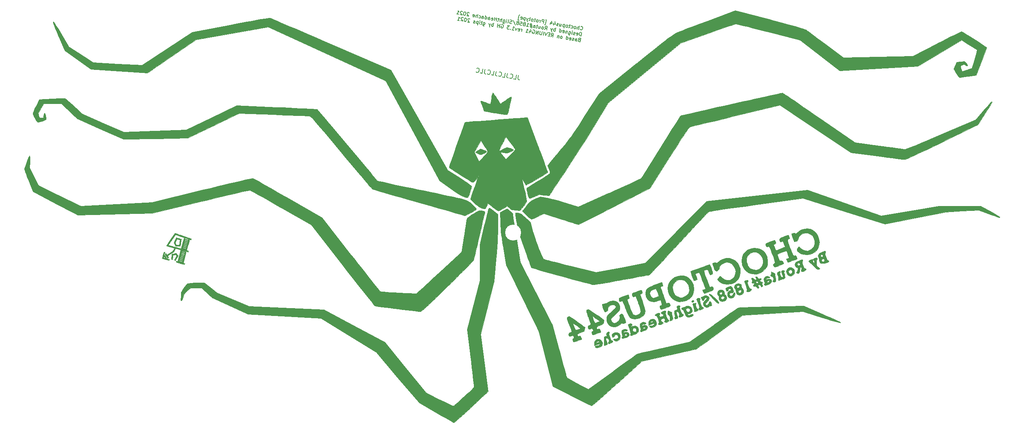
<source format=gbo>
G04 #@! TF.GenerationSoftware,KiCad,Pcbnew,(5.1.9)-1*
G04 #@! TF.CreationDate,2021-07-05T22:29:12+03:00*
G04 #@! TF.ProjectId,choctopus44-bottom-plate,63686f63-746f-4707-9573-34342d626f74,1.0 Prototype*
G04 #@! TF.SameCoordinates,Original*
G04 #@! TF.FileFunction,Legend,Bot*
G04 #@! TF.FilePolarity,Positive*
%FSLAX46Y46*%
G04 Gerber Fmt 4.6, Leading zero omitted, Abs format (unit mm)*
G04 Created by KiCad (PCBNEW (5.1.9)-1) date 2021-07-05 22:29:12*
%MOMM*%
%LPD*%
G01*
G04 APERTURE LIST*
%ADD10C,0.200000*%
%ADD11C,0.150000*%
%ADD12C,0.010000*%
%ADD13C,2.400000*%
%ADD14C,3.600000*%
G04 APERTURE END LIST*
D10*
X145893966Y-74087789D02*
X145769932Y-74791223D01*
X145792021Y-74940179D01*
X145869274Y-75050508D01*
X146001692Y-75122211D01*
X146095483Y-75138749D01*
X144782406Y-74907218D02*
X145251362Y-74989907D01*
X145425010Y-74005100D01*
X143907928Y-74656316D02*
X143946554Y-74711481D01*
X144078972Y-74783183D01*
X144172763Y-74799721D01*
X144321719Y-74777633D01*
X144432048Y-74700379D01*
X144495482Y-74614857D01*
X144575453Y-74435544D01*
X144600260Y-74294857D01*
X144586440Y-74099005D01*
X144556083Y-73996945D01*
X144478829Y-73886616D01*
X144346411Y-73814914D01*
X144252620Y-73798376D01*
X144103664Y-73820464D01*
X144048500Y-73859091D01*
X143361604Y-73641265D02*
X143237569Y-74344699D01*
X143259658Y-74493655D01*
X143336911Y-74603984D01*
X143469329Y-74675687D01*
X143563120Y-74692225D01*
X142250043Y-74460694D02*
X142718999Y-74543383D01*
X142892648Y-73558576D01*
X141375565Y-74209792D02*
X141414191Y-74264957D01*
X141546609Y-74336659D01*
X141640400Y-74353197D01*
X141789356Y-74331109D01*
X141899685Y-74253855D01*
X141963119Y-74168333D01*
X142043090Y-73989020D01*
X142067897Y-73848333D01*
X142054077Y-73652481D01*
X142023720Y-73550421D01*
X141946466Y-73440092D01*
X141814049Y-73368390D01*
X141720257Y-73351852D01*
X141571302Y-73373940D01*
X141516137Y-73412567D01*
X140829241Y-73194741D02*
X140705206Y-73898176D01*
X140727295Y-74047131D01*
X140804548Y-74157460D01*
X140936966Y-74229163D01*
X141030758Y-74245701D01*
X139717681Y-74014170D02*
X140186637Y-74096860D01*
X140360285Y-73112052D01*
X138843202Y-73763269D02*
X138881829Y-73818433D01*
X139014246Y-73890136D01*
X139108038Y-73906673D01*
X139256993Y-73884585D01*
X139367323Y-73807331D01*
X139430756Y-73721809D01*
X139510728Y-73542496D01*
X139535534Y-73401809D01*
X139521715Y-73205958D01*
X139491357Y-73103897D01*
X139414104Y-72993568D01*
X139281686Y-72921866D01*
X139187895Y-72905328D01*
X139038939Y-72927417D01*
X138983774Y-72966043D01*
X138296878Y-72748218D02*
X138172844Y-73451652D01*
X138194932Y-73600607D01*
X138272186Y-73710937D01*
X138404604Y-73782639D01*
X138498395Y-73799177D01*
X137185318Y-73567646D02*
X137654274Y-73650336D01*
X137827922Y-72665528D01*
X136310839Y-73316745D02*
X136349466Y-73371909D01*
X136481884Y-73443612D01*
X136575675Y-73460150D01*
X136724631Y-73438061D01*
X136834960Y-73360808D01*
X136898393Y-73275285D01*
X136978365Y-73095972D01*
X137003172Y-72955285D01*
X136989352Y-72759434D01*
X136958994Y-72657373D01*
X136881741Y-72547044D01*
X136749323Y-72475342D01*
X136655532Y-72458804D01*
X136506576Y-72480893D01*
X136451411Y-72519519D01*
D11*
X159851012Y-63697495D02*
X159881913Y-63741626D01*
X159987847Y-63798988D01*
X160062880Y-63812219D01*
X160182045Y-63794548D01*
X160270308Y-63732745D01*
X160321055Y-63664327D01*
X160385032Y-63520876D01*
X160404878Y-63408327D01*
X160393822Y-63251646D01*
X160369536Y-63169998D01*
X160307733Y-63081734D01*
X160201799Y-63024372D01*
X160126766Y-63011142D01*
X160007601Y-63028813D01*
X159963470Y-63059714D01*
X159500133Y-63712991D02*
X159639052Y-62925145D01*
X159162485Y-63653455D02*
X159235251Y-63240773D01*
X159285998Y-63172355D01*
X159367646Y-63148069D01*
X159480196Y-63167915D01*
X159548614Y-63218662D01*
X159579515Y-63262793D01*
X158674770Y-63567457D02*
X158756418Y-63543171D01*
X158800550Y-63512270D01*
X158851297Y-63443852D01*
X158890988Y-63218753D01*
X158866702Y-63137105D01*
X158835800Y-63092973D01*
X158767383Y-63042227D01*
X158654833Y-63022381D01*
X158573185Y-63046667D01*
X158529053Y-63077568D01*
X158478307Y-63145986D01*
X158438616Y-63371085D01*
X158462902Y-63452733D01*
X158493803Y-63496865D01*
X158562221Y-63547612D01*
X158674770Y-63567457D01*
X157743473Y-63364562D02*
X157811891Y-63415308D01*
X157961957Y-63441769D01*
X158043605Y-63417483D01*
X158087737Y-63386582D01*
X158138484Y-63318164D01*
X158178175Y-63093065D01*
X158153889Y-63011417D01*
X158122987Y-62967285D01*
X158054569Y-62916538D01*
X157904504Y-62890078D01*
X157822855Y-62914364D01*
X157604372Y-62837156D02*
X157304240Y-62784235D01*
X157538128Y-62554695D02*
X157419055Y-63229992D01*
X157368308Y-63298410D01*
X157286660Y-63322696D01*
X157211627Y-63309466D01*
X156836463Y-63243314D02*
X156918111Y-63219028D01*
X156962242Y-63188127D01*
X157012989Y-63119709D01*
X157052680Y-62894610D01*
X157028394Y-62812962D01*
X156997493Y-62768830D01*
X156929075Y-62718083D01*
X156816525Y-62698238D01*
X156734877Y-62722524D01*
X156690746Y-62753425D01*
X156639999Y-62821843D01*
X156600308Y-63046942D01*
X156624594Y-63128590D01*
X156655495Y-63172722D01*
X156723913Y-63223469D01*
X156836463Y-63243314D01*
X156328811Y-62612241D02*
X156189893Y-63400087D01*
X156322196Y-62649757D02*
X156253778Y-62599010D01*
X156103712Y-62572550D01*
X156022064Y-62596836D01*
X155977932Y-62627737D01*
X155927186Y-62696155D01*
X155887495Y-62921254D01*
X155911781Y-63002902D01*
X155942682Y-63047034D01*
X156011100Y-63097780D01*
X156161166Y-63124241D01*
X156242814Y-63099955D01*
X155278350Y-62427016D02*
X155185737Y-62952247D01*
X155615998Y-62486552D02*
X155543231Y-62899234D01*
X155492484Y-62967651D01*
X155410836Y-62991938D01*
X155298287Y-62972092D01*
X155229869Y-62921345D01*
X155198967Y-62877214D01*
X154854704Y-62855194D02*
X154773056Y-62879480D01*
X154622990Y-62853019D01*
X154554572Y-62802272D01*
X154530286Y-62720624D01*
X154536901Y-62683108D01*
X154587648Y-62614690D01*
X154669296Y-62590404D01*
X154781845Y-62610249D01*
X154863494Y-62585963D01*
X154914240Y-62517545D01*
X154920856Y-62480029D01*
X154896569Y-62398381D01*
X154828152Y-62347634D01*
X154715602Y-62327788D01*
X154633954Y-62352074D01*
X153927756Y-62188870D02*
X153835144Y-62714101D01*
X154168260Y-61921814D02*
X154256615Y-62517637D01*
X153768900Y-62431640D01*
X153177426Y-62056566D02*
X153084814Y-62581797D01*
X153417930Y-61789510D02*
X153506285Y-62385333D01*
X153018571Y-62299336D01*
X151800464Y-62626112D02*
X151988046Y-62659188D01*
X152186501Y-61533693D01*
X151998919Y-61500617D01*
X151546638Y-62310575D02*
X151685557Y-61522729D01*
X151385425Y-61469808D01*
X151303777Y-61494094D01*
X151259645Y-61524995D01*
X151208898Y-61593413D01*
X151189053Y-61705962D01*
X151213339Y-61787611D01*
X151244240Y-61831742D01*
X151312658Y-61882489D01*
X151612790Y-61935410D01*
X150758792Y-62171657D02*
X150851404Y-61646426D01*
X150824943Y-61796492D02*
X150800657Y-61714844D01*
X150769756Y-61670712D01*
X150701338Y-61619965D01*
X150626305Y-61606735D01*
X150158528Y-62065814D02*
X150240176Y-62041528D01*
X150284308Y-62010627D01*
X150335055Y-61942209D01*
X150374746Y-61717110D01*
X150350460Y-61635462D01*
X150319558Y-61591330D01*
X150251140Y-61540583D01*
X150138591Y-61520738D01*
X150056943Y-61545024D01*
X150012811Y-61575925D01*
X149962064Y-61644343D01*
X149922373Y-61869442D01*
X149946659Y-61951090D01*
X149977561Y-61995222D01*
X150045979Y-62045969D01*
X150158528Y-62065814D01*
X149763426Y-61454586D02*
X149463294Y-61401665D01*
X149697183Y-61172125D02*
X149578110Y-61847422D01*
X149527363Y-61915840D01*
X149445715Y-61940126D01*
X149370682Y-61926895D01*
X148995517Y-61860744D02*
X149077165Y-61836458D01*
X149121297Y-61805556D01*
X149172044Y-61737139D01*
X149211735Y-61512040D01*
X149187448Y-61430391D01*
X149156547Y-61386260D01*
X149088129Y-61335513D01*
X148975580Y-61315667D01*
X148893932Y-61339954D01*
X148849800Y-61370855D01*
X148799053Y-61439273D01*
X148759362Y-61664372D01*
X148783648Y-61746020D01*
X148814550Y-61790151D01*
X148882968Y-61840898D01*
X148995517Y-61860744D01*
X148600415Y-61249516D02*
X148300283Y-61196594D01*
X148534172Y-60967055D02*
X148415099Y-61642352D01*
X148364352Y-61710769D01*
X148282704Y-61735056D01*
X148207671Y-61721825D01*
X148112701Y-61163519D02*
X147832506Y-61655674D01*
X147737536Y-61097367D02*
X147832506Y-61655674D01*
X147874463Y-61856486D01*
X147905364Y-61900618D01*
X147973782Y-61951365D01*
X147437404Y-61044446D02*
X147298485Y-61832292D01*
X147430789Y-61081962D02*
X147362371Y-61031215D01*
X147212305Y-61004755D01*
X147130657Y-61029041D01*
X147086525Y-61059942D01*
X147035778Y-61128360D01*
X146996087Y-61353459D01*
X147020374Y-61435107D01*
X147051275Y-61479239D01*
X147119693Y-61529985D01*
X147269759Y-61556446D01*
X147351407Y-61532160D01*
X146338462Y-61353550D02*
X146406879Y-61404297D01*
X146556945Y-61430758D01*
X146638594Y-61406472D01*
X146689340Y-61338054D01*
X146742262Y-61037922D01*
X146717976Y-60956274D01*
X146649558Y-60905527D01*
X146499492Y-60879066D01*
X146417844Y-60903353D01*
X146367097Y-60971770D01*
X146353867Y-61046803D01*
X146715801Y-61187988D01*
X145985408Y-61600761D02*
X145797826Y-61567685D01*
X145996281Y-60442190D01*
X146183863Y-60475266D01*
X160053554Y-65181400D02*
X160192473Y-64393553D01*
X160004890Y-64360478D01*
X159885726Y-64378149D01*
X159797462Y-64439951D01*
X159746716Y-64508369D01*
X159682738Y-64651820D01*
X159662893Y-64764369D01*
X159673949Y-64921050D01*
X159698235Y-65002698D01*
X159760037Y-65090962D01*
X159865972Y-65148324D01*
X160053554Y-65181400D01*
X158972191Y-64952043D02*
X159040609Y-65002790D01*
X159190675Y-65029251D01*
X159272323Y-65004965D01*
X159323070Y-64936547D01*
X159375991Y-64636415D01*
X159351705Y-64554767D01*
X159283287Y-64504020D01*
X159133221Y-64477559D01*
X159051573Y-64501845D01*
X159000826Y-64570263D01*
X158987596Y-64645296D01*
X159349531Y-64786481D01*
X158634543Y-64892507D02*
X158552895Y-64916793D01*
X158402829Y-64890332D01*
X158334411Y-64839585D01*
X158310125Y-64757937D01*
X158316740Y-64720421D01*
X158367487Y-64652003D01*
X158449135Y-64627717D01*
X158561684Y-64647562D01*
X158643333Y-64623276D01*
X158694079Y-64554858D01*
X158700695Y-64517342D01*
X158676408Y-64435694D01*
X158607991Y-64384947D01*
X158495441Y-64365101D01*
X158413793Y-64389387D01*
X157952631Y-64810950D02*
X158045243Y-64285719D01*
X158091550Y-64023104D02*
X158122451Y-64067236D01*
X158078319Y-64098137D01*
X158047418Y-64054005D01*
X158091550Y-64023104D01*
X158078319Y-64098137D01*
X157332430Y-64160031D02*
X157219972Y-64797811D01*
X157244258Y-64879460D01*
X157275160Y-64923591D01*
X157343578Y-64974338D01*
X157456127Y-64994184D01*
X157537775Y-64969897D01*
X157246433Y-64647745D02*
X157314851Y-64698492D01*
X157464917Y-64724953D01*
X157546565Y-64700667D01*
X157590696Y-64669765D01*
X157641443Y-64601348D01*
X157681134Y-64376249D01*
X157656848Y-64294601D01*
X157625947Y-64250469D01*
X157557529Y-64199722D01*
X157407463Y-64173261D01*
X157325815Y-64197548D01*
X156957265Y-64093879D02*
X156864653Y-64619110D01*
X156944035Y-64168912D02*
X156913134Y-64124781D01*
X156844716Y-64074034D01*
X156732166Y-64054188D01*
X156650518Y-64078475D01*
X156599771Y-64146892D01*
X156527005Y-64559574D01*
X155858323Y-64402984D02*
X155926741Y-64453731D01*
X156076807Y-64480192D01*
X156158455Y-64455906D01*
X156209202Y-64387488D01*
X156262123Y-64087356D01*
X156237837Y-64005708D01*
X156169419Y-63954961D01*
X156019353Y-63928500D01*
X155937705Y-63952786D01*
X155886958Y-64021204D01*
X155873728Y-64096237D01*
X156235662Y-64237422D01*
X155138895Y-64314812D02*
X155277813Y-63526966D01*
X155145510Y-64277296D02*
X155213928Y-64328043D01*
X155363993Y-64354503D01*
X155445642Y-64330217D01*
X155489773Y-64299316D01*
X155540520Y-64230898D01*
X155580211Y-64005799D01*
X155555925Y-63924151D01*
X155525024Y-63880020D01*
X155456606Y-63829273D01*
X155306540Y-63802812D01*
X155224892Y-63827098D01*
X154163466Y-64142818D02*
X154302384Y-63354972D01*
X154249463Y-63655104D02*
X154181045Y-63604357D01*
X154030979Y-63577896D01*
X153949331Y-63602182D01*
X153905200Y-63633084D01*
X153854453Y-63701502D01*
X153814762Y-63926600D01*
X153839048Y-64008249D01*
X153869949Y-64052380D01*
X153938367Y-64103127D01*
X154088433Y-64129588D01*
X154170081Y-64105302D01*
X153618298Y-63505129D02*
X153338103Y-63997284D01*
X153243133Y-63438978D02*
X153338103Y-63997284D01*
X153380060Y-64198097D01*
X153410962Y-64242229D01*
X153479379Y-64292976D01*
X151799927Y-63726062D02*
X152128694Y-63397204D01*
X152250125Y-63805444D02*
X152389044Y-63017598D01*
X152088912Y-62964677D01*
X152007264Y-62988963D01*
X151963132Y-63019864D01*
X151912385Y-63088282D01*
X151892540Y-63200832D01*
X151916826Y-63282480D01*
X151947727Y-63326611D01*
X152016145Y-63377358D01*
X152316277Y-63430280D01*
X151349730Y-63646680D02*
X151431378Y-63622394D01*
X151475509Y-63591493D01*
X151526256Y-63523075D01*
X151565947Y-63297976D01*
X151541661Y-63216328D01*
X151510760Y-63172196D01*
X151442342Y-63121450D01*
X151329792Y-63101604D01*
X151248144Y-63125890D01*
X151204013Y-63156792D01*
X151153266Y-63225209D01*
X151113575Y-63450308D01*
X151137861Y-63531956D01*
X151168762Y-63576088D01*
X151237180Y-63626835D01*
X151349730Y-63646680D01*
X150504430Y-62956070D02*
X150411817Y-63481301D01*
X150842078Y-63015607D02*
X150769311Y-63428288D01*
X150718564Y-63496706D01*
X150636916Y-63520992D01*
X150524367Y-63501147D01*
X150455949Y-63450400D01*
X150425048Y-63406268D01*
X150241814Y-62909764D02*
X149941682Y-62856843D01*
X150175571Y-62627303D02*
X150056498Y-63302600D01*
X150005751Y-63371018D01*
X149924103Y-63395304D01*
X149849070Y-63382074D01*
X149248806Y-63276231D02*
X149321573Y-62863550D01*
X149372320Y-62795132D01*
X149453968Y-62770846D01*
X149604034Y-62797306D01*
X149672452Y-62848053D01*
X149255421Y-63238715D02*
X149323839Y-63289461D01*
X149511422Y-63322537D01*
X149593070Y-63298251D01*
X149643817Y-63229833D01*
X149657047Y-63154800D01*
X149632761Y-63073152D01*
X149564343Y-63022405D01*
X149376761Y-62989329D01*
X149308343Y-62938583D01*
X149003770Y-62691464D02*
X148441023Y-62592236D01*
X148838208Y-62314124D02*
X148884697Y-63366760D01*
X148456519Y-62943115D02*
X149019267Y-63042342D01*
X148622082Y-63320454D02*
X148575592Y-62267818D01*
X147673114Y-62998394D02*
X148123312Y-63077776D01*
X147898213Y-63038085D02*
X148037131Y-62250239D01*
X148092319Y-62376019D01*
X148154121Y-62464282D01*
X148222539Y-62515029D01*
X147302298Y-62468814D02*
X147383946Y-62444528D01*
X147428078Y-62413627D01*
X147478825Y-62345209D01*
X147485440Y-62307692D01*
X147461154Y-62226044D01*
X147430252Y-62181913D01*
X147361835Y-62131166D01*
X147211769Y-62104705D01*
X147130121Y-62128991D01*
X147085989Y-62159892D01*
X147035242Y-62228310D01*
X147028627Y-62265827D01*
X147052913Y-62347475D01*
X147083814Y-62391607D01*
X147152232Y-62442353D01*
X147302298Y-62468814D01*
X147370716Y-62519561D01*
X147401617Y-62563693D01*
X147425903Y-62645341D01*
X147399443Y-62795407D01*
X147348696Y-62863824D01*
X147304564Y-62894726D01*
X147222916Y-62919012D01*
X147072850Y-62892551D01*
X147004432Y-62841804D01*
X146973531Y-62797673D01*
X146949245Y-62716025D01*
X146975706Y-62565959D01*
X147026452Y-62497541D01*
X147070584Y-62466640D01*
X147152232Y-62442353D01*
X146348889Y-61952556D02*
X146724054Y-62018708D01*
X146695419Y-62400488D01*
X146664518Y-62356356D01*
X146596100Y-62305609D01*
X146408518Y-62272534D01*
X146326869Y-62296820D01*
X146282738Y-62327721D01*
X146231991Y-62396139D01*
X146198915Y-62583721D01*
X146223201Y-62665369D01*
X146254103Y-62709501D01*
X146322520Y-62760248D01*
X146510103Y-62793324D01*
X146591751Y-62769038D01*
X146635883Y-62738136D01*
X145801639Y-62204207D02*
X145883287Y-62179921D01*
X145927418Y-62149020D01*
X145978165Y-62080602D01*
X145984780Y-62043086D01*
X145960494Y-61961437D01*
X145929593Y-61917306D01*
X145861175Y-61866559D01*
X145711109Y-61840098D01*
X145629461Y-61864384D01*
X145585329Y-61895286D01*
X145534583Y-61963704D01*
X145527967Y-62001220D01*
X145552254Y-62082868D01*
X145583155Y-62127000D01*
X145651573Y-62177747D01*
X145801639Y-62204207D01*
X145870056Y-62254954D01*
X145900958Y-62299086D01*
X145925244Y-62380734D01*
X145898783Y-62530800D01*
X145848036Y-62599218D01*
X145803905Y-62630119D01*
X145722257Y-62654405D01*
X145572191Y-62627944D01*
X145503773Y-62577198D01*
X145472872Y-62533066D01*
X145448585Y-62451418D01*
X145475046Y-62301352D01*
X145525793Y-62232934D01*
X145569925Y-62202033D01*
X145651573Y-62177747D01*
X144667263Y-61617357D02*
X145163950Y-62749375D01*
X144303245Y-62365512D02*
X144184081Y-62383183D01*
X143996498Y-62350107D01*
X143928080Y-62299361D01*
X143897179Y-62255229D01*
X143872893Y-62173581D01*
X143886123Y-62098548D01*
X143936870Y-62030130D01*
X143981002Y-61999229D01*
X144062650Y-61974943D01*
X144219331Y-61963887D01*
X144300979Y-61939601D01*
X144345111Y-61908699D01*
X144395858Y-61840281D01*
X144409088Y-61765248D01*
X144384802Y-61683600D01*
X144353901Y-61639469D01*
X144285483Y-61588722D01*
X144097900Y-61555646D01*
X143978736Y-61573317D01*
X143396235Y-62244265D02*
X143477883Y-62219979D01*
X143528629Y-62151561D01*
X143647703Y-61476264D01*
X143096103Y-62191343D02*
X143188715Y-61666113D01*
X143235021Y-61403497D02*
X143265922Y-61447629D01*
X143221791Y-61478530D01*
X143190890Y-61434398D01*
X143235021Y-61403497D01*
X143221791Y-61478530D01*
X142475902Y-61540424D02*
X142363444Y-62178205D01*
X142387730Y-62259853D01*
X142418631Y-62303984D01*
X142487049Y-62354731D01*
X142599599Y-62374577D01*
X142681247Y-62350291D01*
X142389905Y-62028139D02*
X142458322Y-62078885D01*
X142608388Y-62105346D01*
X142690036Y-62081060D01*
X142734168Y-62050159D01*
X142784915Y-61981741D01*
X142824606Y-61756642D01*
X142800320Y-61674994D01*
X142769418Y-61630862D01*
X142701001Y-61580115D01*
X142550935Y-61553655D01*
X142469287Y-61577941D01*
X142008125Y-61999503D02*
X142147043Y-61211657D01*
X141670476Y-61939967D02*
X141743243Y-61527286D01*
X141793990Y-61458868D01*
X141875638Y-61434582D01*
X141988187Y-61454427D01*
X142056605Y-61505174D01*
X142087507Y-61549306D01*
X141500473Y-61368430D02*
X141200341Y-61315509D01*
X141434230Y-61085969D02*
X141315157Y-61761266D01*
X141264410Y-61829684D01*
X141182762Y-61853970D01*
X141107729Y-61840739D01*
X140845113Y-61794433D02*
X140984032Y-61006587D01*
X140917880Y-61381752D02*
X140467682Y-61302370D01*
X140394916Y-61715051D02*
X140533834Y-60927205D01*
X139726234Y-61558462D02*
X139794652Y-61609208D01*
X139944718Y-61635669D01*
X140026366Y-61611383D01*
X140077113Y-61542965D01*
X140130034Y-61242833D01*
X140105748Y-61161185D01*
X140037330Y-61110438D01*
X139887264Y-61083978D01*
X139805616Y-61108264D01*
X139754869Y-61176682D01*
X139741639Y-61251715D01*
X140103573Y-61392899D01*
X139006806Y-61470290D02*
X139079573Y-61057609D01*
X139130319Y-60989191D01*
X139211967Y-60964905D01*
X139362033Y-60991365D01*
X139430451Y-61042112D01*
X139013421Y-61432773D02*
X139081839Y-61483520D01*
X139269421Y-61516596D01*
X139351069Y-61492310D01*
X139401816Y-61423892D01*
X139415046Y-61348859D01*
X139390760Y-61267211D01*
X139322342Y-61216464D01*
X139134760Y-61183388D01*
X139066342Y-61132642D01*
X138293992Y-61344602D02*
X138432911Y-60556756D01*
X138300608Y-61307085D02*
X138369025Y-61357832D01*
X138519091Y-61384293D01*
X138600739Y-61360007D01*
X138644871Y-61329105D01*
X138695618Y-61260687D01*
X138735309Y-61035589D01*
X138711023Y-60953940D01*
X138680122Y-60909809D01*
X138611704Y-60859062D01*
X138461638Y-60832601D01*
X138379990Y-60856887D01*
X137581179Y-61218914D02*
X137653946Y-60806232D01*
X137704693Y-60737814D01*
X137786341Y-60713528D01*
X137936407Y-60739989D01*
X138004825Y-60790736D01*
X137587794Y-61181397D02*
X137656212Y-61232144D01*
X137843795Y-61265220D01*
X137925443Y-61240934D01*
X137976190Y-61172516D01*
X137989420Y-61097483D01*
X137965134Y-61015835D01*
X137896716Y-60965088D01*
X137709134Y-60932012D01*
X137640716Y-60881265D01*
X136874981Y-61055709D02*
X136943399Y-61106456D01*
X137093465Y-61132916D01*
X137175113Y-61108630D01*
X137219245Y-61077729D01*
X137269992Y-61009311D01*
X137309683Y-60784212D01*
X137285396Y-60702564D01*
X137254495Y-60658432D01*
X137186077Y-60607686D01*
X137036011Y-60581225D01*
X136954363Y-60605511D01*
X136530718Y-61033689D02*
X136669636Y-60245843D01*
X136193069Y-60974152D02*
X136265836Y-60561471D01*
X136316583Y-60493053D01*
X136398231Y-60468767D01*
X136510781Y-60488613D01*
X136579198Y-60539359D01*
X136610100Y-60583491D01*
X135524388Y-60817563D02*
X135592805Y-60868310D01*
X135742871Y-60894770D01*
X135824520Y-60870484D01*
X135875266Y-60802066D01*
X135928188Y-60501934D01*
X135903902Y-60420286D01*
X135835484Y-60369539D01*
X135685418Y-60343079D01*
X135603770Y-60367365D01*
X135553023Y-60435783D01*
X135539793Y-60510816D01*
X135901727Y-60652000D01*
X134705549Y-59976887D02*
X134674647Y-59932755D01*
X134606229Y-59882008D01*
X134418647Y-59848932D01*
X134336999Y-59873219D01*
X134292867Y-59904120D01*
X134242120Y-59972538D01*
X134228890Y-60047571D01*
X134246561Y-60166735D01*
X134617377Y-60696315D01*
X134129663Y-60610318D01*
X133780867Y-59736475D02*
X133705834Y-59723244D01*
X133624186Y-59747530D01*
X133580054Y-59778432D01*
X133529307Y-59846850D01*
X133465330Y-59990300D01*
X133432254Y-60177883D01*
X133443310Y-60334564D01*
X133467596Y-60416212D01*
X133498497Y-60460344D01*
X133566915Y-60511090D01*
X133641948Y-60524321D01*
X133723596Y-60500035D01*
X133767728Y-60469133D01*
X133818475Y-60400716D01*
X133882452Y-60257265D01*
X133915528Y-60069682D01*
X133904472Y-59913001D01*
X133880186Y-59831353D01*
X133849285Y-59787221D01*
X133780867Y-59736475D01*
X133204889Y-59712280D02*
X133173988Y-59668148D01*
X133105570Y-59617402D01*
X132917988Y-59584326D01*
X132836339Y-59608612D01*
X132792208Y-59639513D01*
X132741461Y-59707931D01*
X132728231Y-59782964D01*
X132745902Y-59902129D01*
X133116717Y-60431708D01*
X132629003Y-60345711D01*
X131878673Y-60213408D02*
X132328871Y-60292790D01*
X132103772Y-60253099D02*
X132242691Y-59465253D01*
X132297878Y-59591033D01*
X132359681Y-59679296D01*
X132428099Y-59730043D01*
X159629281Y-66051902D02*
X159510116Y-66069573D01*
X159465984Y-66100474D01*
X159415238Y-66168892D01*
X159395392Y-66281442D01*
X159419678Y-66363090D01*
X159450580Y-66407221D01*
X159518997Y-66457968D01*
X159819129Y-66510890D01*
X159958048Y-65723043D01*
X159695432Y-65676737D01*
X159613784Y-65701023D01*
X159569653Y-65731925D01*
X159518906Y-65800342D01*
X159505675Y-65875375D01*
X159529962Y-65957024D01*
X159560863Y-66001155D01*
X159629281Y-66051902D01*
X159891896Y-66098208D01*
X158693635Y-66312435D02*
X158766401Y-65899753D01*
X158817148Y-65831335D01*
X158898796Y-65807049D01*
X159048862Y-65833510D01*
X159117280Y-65884257D01*
X158700250Y-66274918D02*
X158768668Y-66325665D01*
X158956250Y-66358741D01*
X159037898Y-66334455D01*
X159088645Y-66266037D01*
X159101875Y-66191004D01*
X159077589Y-66109356D01*
X159009171Y-66058609D01*
X158821589Y-66025533D01*
X158753171Y-65974786D01*
X158362601Y-66215382D02*
X158280953Y-66239668D01*
X158130887Y-66213207D01*
X158062470Y-66162460D01*
X158038183Y-66080812D01*
X158044799Y-66043296D01*
X158095545Y-65974878D01*
X158177194Y-65950592D01*
X158289743Y-65970437D01*
X158371391Y-65946151D01*
X158422138Y-65877733D01*
X158428753Y-65840217D01*
X158404467Y-65758569D01*
X158336049Y-65707822D01*
X158223500Y-65687976D01*
X158141852Y-65712262D01*
X157387173Y-66043387D02*
X157455591Y-66094134D01*
X157605657Y-66120595D01*
X157687305Y-66096308D01*
X157738052Y-66027891D01*
X157790973Y-65727759D01*
X157766687Y-65646111D01*
X157698269Y-65595364D01*
X157548203Y-65568903D01*
X157466555Y-65593189D01*
X157415808Y-65661607D01*
X157402578Y-65736640D01*
X157764512Y-65877825D01*
X156667744Y-65955215D02*
X156806663Y-65167369D01*
X156674360Y-65917699D02*
X156742777Y-65968446D01*
X156892843Y-65994906D01*
X156974491Y-65970620D01*
X157018623Y-65939719D01*
X157069370Y-65871301D01*
X157109061Y-65646202D01*
X157084775Y-65564554D01*
X157053873Y-65520422D01*
X156985456Y-65469676D01*
X156835390Y-65443215D01*
X156753742Y-65467501D01*
X155579766Y-65763376D02*
X155661414Y-65739089D01*
X155705546Y-65708188D01*
X155756293Y-65639770D01*
X155795984Y-65414671D01*
X155771698Y-65333023D01*
X155740796Y-65288892D01*
X155672379Y-65238145D01*
X155559829Y-65218299D01*
X155478181Y-65242585D01*
X155434049Y-65273487D01*
X155383303Y-65341904D01*
X155343612Y-65567003D01*
X155367898Y-65648652D01*
X155398799Y-65692783D01*
X155467217Y-65743530D01*
X155579766Y-65763376D01*
X155072115Y-65132302D02*
X154979503Y-65657533D01*
X155058885Y-65207335D02*
X155027983Y-65163203D01*
X154959565Y-65112457D01*
X154847016Y-65092611D01*
X154765368Y-65116897D01*
X154714621Y-65185315D01*
X154641854Y-65597996D01*
X153216228Y-65346620D02*
X153544995Y-65017761D01*
X153666426Y-65426002D02*
X153805344Y-64638156D01*
X153505212Y-64585234D01*
X153423564Y-64609521D01*
X153379432Y-64640422D01*
X153328686Y-64708840D01*
X153308840Y-64821389D01*
X153333126Y-64903037D01*
X153364028Y-64947169D01*
X153432445Y-64997916D01*
X153732577Y-65050837D01*
X152951346Y-64874402D02*
X152688731Y-64828096D01*
X152503414Y-65220932D02*
X152878579Y-65287083D01*
X153017498Y-64499237D01*
X152642333Y-64433085D01*
X152417234Y-64393394D02*
X152015700Y-65134934D01*
X151892003Y-64300782D01*
X151490469Y-65042322D02*
X151629388Y-64254476D01*
X151254223Y-64188324D02*
X151141765Y-64826104D01*
X151091018Y-64894522D01*
X151046887Y-64925424D01*
X150965239Y-64949710D01*
X150815173Y-64923249D01*
X150746755Y-64872502D01*
X150715853Y-64828371D01*
X150691567Y-64746722D01*
X150804025Y-64108942D01*
X150289942Y-64830637D02*
X150428860Y-64042791D01*
X149839744Y-64751255D01*
X149978663Y-63963409D01*
X149184201Y-63862006D02*
X149265849Y-63837720D01*
X149378399Y-63857566D01*
X149484333Y-63914928D01*
X149546136Y-64003191D01*
X149570422Y-64084839D01*
X149581478Y-64241520D01*
X149561632Y-64354070D01*
X149497655Y-64497521D01*
X149446908Y-64565938D01*
X149358645Y-64627741D01*
X149239480Y-64645412D01*
X149164447Y-64632182D01*
X149058513Y-64574820D01*
X149027612Y-64530688D01*
X149073918Y-64268073D01*
X149223984Y-64294533D01*
X148431697Y-63961417D02*
X148339085Y-64486648D01*
X148672201Y-63694361D02*
X148760556Y-64290184D01*
X148272841Y-64204187D01*
X147513722Y-64341114D02*
X147963920Y-64420496D01*
X147738821Y-64380805D02*
X147877739Y-63592959D01*
X147932927Y-63718739D01*
X147994729Y-63807002D01*
X148063147Y-63857749D01*
X146575810Y-64175735D02*
X146668422Y-63650504D01*
X146641961Y-63800570D02*
X146617675Y-63718922D01*
X146586774Y-63674790D01*
X146518356Y-63624044D01*
X146443323Y-63610813D01*
X145794579Y-63999300D02*
X145862996Y-64050047D01*
X146013062Y-64076508D01*
X146094711Y-64052221D01*
X146145457Y-63983804D01*
X146198379Y-63683672D01*
X146174093Y-63602024D01*
X146105675Y-63551277D01*
X145955609Y-63524816D01*
X145873961Y-63549102D01*
X145823214Y-63617520D01*
X145809984Y-63692553D01*
X146171918Y-63833738D01*
X145580444Y-63458664D02*
X145300249Y-63950819D01*
X145205279Y-63392513D01*
X144399854Y-63792055D02*
X144850051Y-63871437D01*
X144624952Y-63831746D02*
X144763871Y-63043900D01*
X144819058Y-63169680D01*
X144880861Y-63257943D01*
X144949279Y-63308690D01*
X144075436Y-63657486D02*
X144031304Y-63688387D01*
X144062205Y-63732519D01*
X144106337Y-63701617D01*
X144075436Y-63657486D01*
X144062205Y-63732519D01*
X143900992Y-62891751D02*
X143413278Y-62805754D01*
X143622972Y-63152192D01*
X143510422Y-63132347D01*
X143428774Y-63156633D01*
X143384642Y-63187534D01*
X143333895Y-63255952D01*
X143300820Y-63443534D01*
X143325106Y-63525182D01*
X143356007Y-63569314D01*
X143424425Y-63620061D01*
X143649524Y-63659752D01*
X143731172Y-63635466D01*
X143775304Y-63604564D01*
X142056069Y-62605124D02*
X142137717Y-62580838D01*
X142250266Y-62600684D01*
X142356201Y-62658046D01*
X142418003Y-62746309D01*
X142442290Y-62827957D01*
X142453345Y-62984638D01*
X142433500Y-63097188D01*
X142369523Y-63240639D01*
X142318776Y-63309056D01*
X142230513Y-63370859D01*
X142111348Y-63388530D01*
X142036315Y-63375300D01*
X141930381Y-63317938D01*
X141899479Y-63273806D01*
X141945786Y-63011191D01*
X142095851Y-63037651D01*
X141548601Y-63289302D02*
X141687519Y-62501456D01*
X141621367Y-62876621D02*
X141171170Y-62797239D01*
X141098403Y-63209920D02*
X141237321Y-62422074D01*
X140122974Y-63037926D02*
X140261893Y-62250080D01*
X140208971Y-62550212D02*
X140140554Y-62499465D01*
X139990488Y-62473004D01*
X139908839Y-62497290D01*
X139864708Y-62528192D01*
X139813961Y-62596609D01*
X139774270Y-62821708D01*
X139798556Y-62903357D01*
X139829457Y-62947488D01*
X139897875Y-62998235D01*
X140047941Y-63024696D01*
X140129589Y-63000410D01*
X139577806Y-62400237D02*
X139297611Y-62892392D01*
X139202641Y-62334086D02*
X139297611Y-62892392D01*
X139339569Y-63093205D01*
X139370470Y-63137337D01*
X139438888Y-63188084D01*
X137964597Y-62115785D02*
X137852139Y-62753565D01*
X137876426Y-62835213D01*
X137907327Y-62879345D01*
X137975745Y-62930092D01*
X138088294Y-62949937D01*
X138169942Y-62925651D01*
X137878600Y-62603499D02*
X137947018Y-62654246D01*
X138097084Y-62680707D01*
X138178732Y-62656421D01*
X138222864Y-62625519D01*
X138273611Y-62557102D01*
X138313302Y-62332003D01*
X138289015Y-62250355D01*
X138258114Y-62206223D01*
X138189696Y-62155476D01*
X138039630Y-62129015D01*
X137957982Y-62153302D01*
X137701982Y-62069479D02*
X137401850Y-62016558D01*
X137635739Y-61787018D02*
X137516666Y-62462315D01*
X137465919Y-62530733D01*
X137384271Y-62555019D01*
X137309238Y-62541788D01*
X137046622Y-62495482D02*
X137139235Y-61970251D01*
X137185541Y-61707636D02*
X137216442Y-61751768D01*
X137172311Y-61782669D01*
X137141409Y-61738537D01*
X137185541Y-61707636D01*
X137172311Y-61782669D01*
X136764070Y-61904100D02*
X136625151Y-62691946D01*
X136757455Y-61941616D02*
X136689037Y-61890869D01*
X136538971Y-61864409D01*
X136457323Y-61888695D01*
X136413191Y-61919596D01*
X136362444Y-61988014D01*
X136322753Y-62213113D01*
X136347039Y-62294761D01*
X136377941Y-62338893D01*
X136446359Y-62389639D01*
X136596424Y-62416100D01*
X136678073Y-62391814D01*
X136002776Y-62272741D02*
X135921128Y-62297027D01*
X135771062Y-62270566D01*
X135702644Y-62219820D01*
X135678358Y-62138171D01*
X135684973Y-62100655D01*
X135735720Y-62032237D01*
X135817368Y-62007951D01*
X135929917Y-62027797D01*
X136011566Y-62003510D01*
X136062312Y-61935093D01*
X136068928Y-61897576D01*
X136044641Y-61815928D01*
X135976224Y-61765181D01*
X135863674Y-61745336D01*
X135782026Y-61769622D01*
X134883805Y-61379144D02*
X134852904Y-61335012D01*
X134784486Y-61284265D01*
X134596903Y-61251189D01*
X134515255Y-61275475D01*
X134471124Y-61306377D01*
X134420377Y-61374795D01*
X134407146Y-61449828D01*
X134424817Y-61568992D01*
X134795633Y-62098572D01*
X134307919Y-62012575D01*
X133959123Y-61138731D02*
X133884090Y-61125501D01*
X133802442Y-61149787D01*
X133758310Y-61180689D01*
X133707563Y-61249106D01*
X133643586Y-61392557D01*
X133610510Y-61580140D01*
X133621566Y-61736821D01*
X133645852Y-61818469D01*
X133676754Y-61862601D01*
X133745172Y-61913347D01*
X133820205Y-61926578D01*
X133901853Y-61902292D01*
X133945984Y-61871390D01*
X133996731Y-61802972D01*
X134060708Y-61659522D01*
X134093784Y-61471939D01*
X134082728Y-61315258D01*
X134058442Y-61233610D01*
X134027541Y-61189478D01*
X133959123Y-61138731D01*
X133383145Y-61114537D02*
X133352244Y-61070405D01*
X133283826Y-61019658D01*
X133096244Y-60986583D01*
X133014596Y-61010869D01*
X132970464Y-61041770D01*
X132919717Y-61110188D01*
X132906487Y-61185221D01*
X132924158Y-61304385D01*
X133294974Y-61833965D01*
X132807259Y-61747968D01*
X132056930Y-61615665D02*
X132507128Y-61695047D01*
X132282029Y-61655356D02*
X132420947Y-60867510D01*
X132476135Y-60993289D01*
X132537937Y-61081553D01*
X132606355Y-61132299D01*
D12*
G36*
X136697305Y-91062547D02*
G01*
X136374753Y-91255886D01*
X136167938Y-91422540D01*
X136126829Y-91491193D01*
X136230497Y-91583961D01*
X136486555Y-91720349D01*
X136812587Y-91864781D01*
X137126175Y-91981679D01*
X137344902Y-92035466D01*
X137382483Y-92033222D01*
X137513516Y-91984909D01*
X137804653Y-91874581D01*
X138082893Y-91768243D01*
X138430466Y-91610225D01*
X138650108Y-91461960D01*
X138693962Y-91379411D01*
X138561394Y-91267469D01*
X138263337Y-91119156D01*
X137958862Y-91000809D01*
X137267782Y-90759910D01*
X136697305Y-91062547D01*
G37*
X136697305Y-91062547D02*
X136374753Y-91255886D01*
X136167938Y-91422540D01*
X136126829Y-91491193D01*
X136230497Y-91583961D01*
X136486555Y-91720349D01*
X136812587Y-91864781D01*
X137126175Y-91981679D01*
X137344902Y-92035466D01*
X137382483Y-92033222D01*
X137513516Y-91984909D01*
X137804653Y-91874581D01*
X138082893Y-91768243D01*
X138430466Y-91610225D01*
X138650108Y-91461960D01*
X138693962Y-91379411D01*
X138561394Y-91267469D01*
X138263337Y-91119156D01*
X137958862Y-91000809D01*
X137267782Y-90759910D01*
X136697305Y-91062547D01*
G36*
X140050180Y-78080590D02*
G01*
X139972871Y-78216399D01*
X139880693Y-78543991D01*
X139787184Y-79008982D01*
X139732358Y-79357338D01*
X139655688Y-79879135D01*
X139588417Y-80300491D01*
X139539557Y-80566868D01*
X139521764Y-80631307D01*
X139398991Y-80608177D01*
X139104870Y-80506856D01*
X138695628Y-80347221D01*
X138557957Y-80290575D01*
X137960186Y-80055142D01*
X137560811Y-79932999D01*
X137339279Y-79921380D01*
X137275039Y-80017518D01*
X137301712Y-80121464D01*
X137385464Y-80341013D01*
X137525034Y-80715638D01*
X137691461Y-81167562D01*
X137705392Y-81205610D01*
X137870592Y-81639551D01*
X138012471Y-81981142D01*
X138103214Y-82163868D01*
X138109576Y-82172226D01*
X138253483Y-82219829D01*
X138604412Y-82294821D01*
X139123974Y-82390224D01*
X139773781Y-82499061D01*
X140515445Y-82614353D01*
X140661835Y-82636155D01*
X141528286Y-82764400D01*
X142180585Y-82860220D01*
X142649817Y-82926775D01*
X142967068Y-82967226D01*
X143163423Y-82984732D01*
X143269966Y-82982454D01*
X143317782Y-82963553D01*
X143337956Y-82931187D01*
X143348277Y-82909268D01*
X143418877Y-82713571D01*
X143525022Y-82342393D01*
X143655022Y-81845299D01*
X143797189Y-81271855D01*
X143939836Y-80671629D01*
X144071274Y-80094184D01*
X144179814Y-79589088D01*
X144253769Y-79205906D01*
X144281449Y-78994204D01*
X144277430Y-78969056D01*
X144150213Y-79006081D01*
X143858871Y-79170287D01*
X143437081Y-79439589D01*
X142918525Y-79791903D01*
X142336881Y-80205145D01*
X141883425Y-80538848D01*
X141766373Y-80479226D01*
X141551225Y-80220906D01*
X141254019Y-79785144D01*
X140974400Y-79333829D01*
X140664290Y-78838785D01*
X140388085Y-78438487D01*
X140174858Y-78172359D01*
X140053687Y-78079830D01*
X140050180Y-78080590D01*
G37*
X140050180Y-78080590D02*
X139972871Y-78216399D01*
X139880693Y-78543991D01*
X139787184Y-79008982D01*
X139732358Y-79357338D01*
X139655688Y-79879135D01*
X139588417Y-80300491D01*
X139539557Y-80566868D01*
X139521764Y-80631307D01*
X139398991Y-80608177D01*
X139104870Y-80506856D01*
X138695628Y-80347221D01*
X138557957Y-80290575D01*
X137960186Y-80055142D01*
X137560811Y-79932999D01*
X137339279Y-79921380D01*
X137275039Y-80017518D01*
X137301712Y-80121464D01*
X137385464Y-80341013D01*
X137525034Y-80715638D01*
X137691461Y-81167562D01*
X137705392Y-81205610D01*
X137870592Y-81639551D01*
X138012471Y-81981142D01*
X138103214Y-82163868D01*
X138109576Y-82172226D01*
X138253483Y-82219829D01*
X138604412Y-82294821D01*
X139123974Y-82390224D01*
X139773781Y-82499061D01*
X140515445Y-82614353D01*
X140661835Y-82636155D01*
X141528286Y-82764400D01*
X142180585Y-82860220D01*
X142649817Y-82926775D01*
X142967068Y-82967226D01*
X143163423Y-82984732D01*
X143269966Y-82982454D01*
X143317782Y-82963553D01*
X143337956Y-82931187D01*
X143348277Y-82909268D01*
X143418877Y-82713571D01*
X143525022Y-82342393D01*
X143655022Y-81845299D01*
X143797189Y-81271855D01*
X143939836Y-80671629D01*
X144071274Y-80094184D01*
X144179814Y-79589088D01*
X144253769Y-79205906D01*
X144281449Y-78994204D01*
X144277430Y-78969056D01*
X144150213Y-79006081D01*
X143858871Y-79170287D01*
X143437081Y-79439589D01*
X142918525Y-79791903D01*
X142336881Y-80205145D01*
X141883425Y-80538848D01*
X141766373Y-80479226D01*
X141551225Y-80220906D01*
X141254019Y-79785144D01*
X140974400Y-79333829D01*
X140664290Y-78838785D01*
X140388085Y-78438487D01*
X140174858Y-78172359D01*
X140053687Y-78079830D01*
X140050180Y-78080590D01*
G36*
X89358861Y-61115789D02*
G01*
X88963701Y-61173492D01*
X88365923Y-61271073D01*
X87585855Y-61404910D01*
X86643832Y-61571379D01*
X85560184Y-61766858D01*
X84355242Y-61987725D01*
X83049339Y-62230356D01*
X81662806Y-62491128D01*
X80610093Y-62691117D01*
X72007317Y-64332283D01*
X66356294Y-68074841D01*
X60705272Y-71817398D01*
X55143124Y-71502938D01*
X49580975Y-71188479D01*
X46848639Y-69395883D01*
X44116304Y-67603288D01*
X42389352Y-64771034D01*
X41928409Y-64020608D01*
X41506860Y-63344860D01*
X41142391Y-62771297D01*
X40852689Y-62327424D01*
X40655439Y-62040750D01*
X40568328Y-61938781D01*
X40568273Y-61938781D01*
X40512903Y-61960096D01*
X40495519Y-62039409D01*
X40524395Y-62199771D01*
X40607807Y-62464234D01*
X40754032Y-62855850D01*
X40971343Y-63397668D01*
X41268017Y-64112742D01*
X41652330Y-65024122D01*
X41806058Y-65386641D01*
X43138048Y-68524745D01*
X46119447Y-70610934D01*
X49100845Y-72697122D01*
X61847317Y-73569970D01*
X62528780Y-73101553D01*
X62770461Y-72936197D01*
X63193182Y-72647829D01*
X63773032Y-72252730D01*
X64486097Y-71767178D01*
X65308466Y-71207454D01*
X66216227Y-70589834D01*
X67185467Y-69930600D01*
X68042439Y-69347897D01*
X72874634Y-66062658D01*
X81052195Y-64627171D01*
X89229756Y-63191685D01*
X102510375Y-69270053D01*
X115790995Y-75348421D01*
X121907890Y-86640430D01*
X128024786Y-97932439D01*
X130372149Y-99630475D01*
X131287270Y-100282223D01*
X132028820Y-100786892D01*
X132614113Y-101155426D01*
X133060464Y-101398765D01*
X133365405Y-101522112D01*
X133764968Y-101644690D01*
X134084749Y-101747740D01*
X134200024Y-101788136D01*
X134384705Y-101748668D01*
X134527747Y-101507230D01*
X134722105Y-100990303D01*
X134911911Y-100446586D01*
X135077486Y-99937187D01*
X135199149Y-99523213D01*
X135257220Y-99265774D01*
X135259512Y-99235080D01*
X135154112Y-99100488D01*
X134844803Y-98848729D01*
X134341921Y-98487161D01*
X133655802Y-98023140D01*
X132796781Y-97464023D01*
X132548484Y-97305318D01*
X129837457Y-95578293D01*
X123410679Y-84222325D01*
X116983902Y-72866357D01*
X103416585Y-67009789D01*
X101673321Y-66257986D01*
X99989867Y-65533356D01*
X98380596Y-64842016D01*
X96859883Y-64190082D01*
X95442101Y-63583669D01*
X94141625Y-63028893D01*
X92972828Y-62531871D01*
X91950083Y-62098718D01*
X91087765Y-61735551D01*
X90400248Y-61448485D01*
X89901905Y-61243636D01*
X89607110Y-61127121D01*
X89531068Y-61101586D01*
X89358861Y-61115789D01*
G37*
X89358861Y-61115789D02*
X88963701Y-61173492D01*
X88365923Y-61271073D01*
X87585855Y-61404910D01*
X86643832Y-61571379D01*
X85560184Y-61766858D01*
X84355242Y-61987725D01*
X83049339Y-62230356D01*
X81662806Y-62491128D01*
X80610093Y-62691117D01*
X72007317Y-64332283D01*
X66356294Y-68074841D01*
X60705272Y-71817398D01*
X55143124Y-71502938D01*
X49580975Y-71188479D01*
X46848639Y-69395883D01*
X44116304Y-67603288D01*
X42389352Y-64771034D01*
X41928409Y-64020608D01*
X41506860Y-63344860D01*
X41142391Y-62771297D01*
X40852689Y-62327424D01*
X40655439Y-62040750D01*
X40568328Y-61938781D01*
X40568273Y-61938781D01*
X40512903Y-61960096D01*
X40495519Y-62039409D01*
X40524395Y-62199771D01*
X40607807Y-62464234D01*
X40754032Y-62855850D01*
X40971343Y-63397668D01*
X41268017Y-64112742D01*
X41652330Y-65024122D01*
X41806058Y-65386641D01*
X43138048Y-68524745D01*
X46119447Y-70610934D01*
X49100845Y-72697122D01*
X61847317Y-73569970D01*
X62528780Y-73101553D01*
X62770461Y-72936197D01*
X63193182Y-72647829D01*
X63773032Y-72252730D01*
X64486097Y-71767178D01*
X65308466Y-71207454D01*
X66216227Y-70589834D01*
X67185467Y-69930600D01*
X68042439Y-69347897D01*
X72874634Y-66062658D01*
X81052195Y-64627171D01*
X89229756Y-63191685D01*
X102510375Y-69270053D01*
X115790995Y-75348421D01*
X121907890Y-86640430D01*
X128024786Y-97932439D01*
X130372149Y-99630475D01*
X131287270Y-100282223D01*
X132028820Y-100786892D01*
X132614113Y-101155426D01*
X133060464Y-101398765D01*
X133365405Y-101522112D01*
X133764968Y-101644690D01*
X134084749Y-101747740D01*
X134200024Y-101788136D01*
X134384705Y-101748668D01*
X134527747Y-101507230D01*
X134722105Y-100990303D01*
X134911911Y-100446586D01*
X135077486Y-99937187D01*
X135199149Y-99523213D01*
X135257220Y-99265774D01*
X135259512Y-99235080D01*
X135154112Y-99100488D01*
X134844803Y-98848729D01*
X134341921Y-98487161D01*
X133655802Y-98023140D01*
X132796781Y-97464023D01*
X132548484Y-97305318D01*
X129837457Y-95578293D01*
X123410679Y-84222325D01*
X116983902Y-72866357D01*
X103416585Y-67009789D01*
X101673321Y-66257986D01*
X99989867Y-65533356D01*
X98380596Y-64842016D01*
X96859883Y-64190082D01*
X95442101Y-63583669D01*
X94141625Y-63028893D01*
X92972828Y-62531871D01*
X91950083Y-62098718D01*
X91087765Y-61735551D01*
X90400248Y-61448485D01*
X89901905Y-61243636D01*
X89607110Y-61127121D01*
X89531068Y-61101586D01*
X89358861Y-61115789D01*
G36*
X188945512Y-61691083D02*
G01*
X187746339Y-62140598D01*
X186588530Y-62574789D01*
X185498438Y-62983761D01*
X184502414Y-63357619D01*
X183626808Y-63686470D01*
X182897972Y-63960418D01*
X182342258Y-64169570D01*
X181986016Y-64304031D01*
X181933787Y-64323838D01*
X181755685Y-64395243D01*
X181572910Y-64479309D01*
X181372119Y-64586190D01*
X181139972Y-64726042D01*
X180863125Y-64909019D01*
X180528238Y-65145276D01*
X180121969Y-65444967D01*
X179630976Y-65818249D01*
X179041917Y-66275274D01*
X178341452Y-66826199D01*
X177516237Y-67481177D01*
X176552931Y-68250365D01*
X175438193Y-69143915D01*
X174158681Y-70171984D01*
X172701054Y-71344726D01*
X172554139Y-71462976D01*
X164140705Y-78235068D01*
X160962134Y-83156914D01*
X160156096Y-84400948D01*
X159461081Y-85463221D01*
X158857014Y-86372259D01*
X158323820Y-87156588D01*
X157841426Y-87844733D01*
X157389757Y-88465221D01*
X156948737Y-89046578D01*
X156498294Y-89617330D01*
X156018351Y-90206003D01*
X155906026Y-90341697D01*
X155319585Y-91048877D01*
X154734227Y-91755401D01*
X154185789Y-92417968D01*
X153710107Y-92993273D01*
X153343020Y-93438015D01*
X153237664Y-93565952D01*
X152446839Y-94527270D01*
X152764127Y-95386661D01*
X152928832Y-95872997D01*
X152991359Y-96176907D01*
X152958785Y-96338387D01*
X152936560Y-96361230D01*
X152794253Y-96456774D01*
X152472260Y-96663352D01*
X152001510Y-96961432D01*
X151412936Y-97331481D01*
X150737468Y-97753968D01*
X150251707Y-98056636D01*
X149543326Y-98497636D01*
X148908223Y-98893569D01*
X148375590Y-99226192D01*
X147974616Y-99477263D01*
X147734493Y-99628537D01*
X147677747Y-99665279D01*
X147690385Y-99789579D01*
X147752265Y-100100021D01*
X147852088Y-100542455D01*
X147920056Y-100826480D01*
X148074115Y-101404002D01*
X148204624Y-101763784D01*
X148323008Y-101933412D01*
X148387674Y-101955639D01*
X148582745Y-101905617D01*
X148937960Y-101775320D01*
X149388821Y-101589087D01*
X149570243Y-101509414D01*
X150561463Y-101066818D01*
X151647957Y-101221590D01*
X152135486Y-101285270D01*
X152519369Y-101324525D01*
X152741866Y-101333945D01*
X152773894Y-101327084D01*
X152848771Y-101217380D01*
X153048027Y-100922140D01*
X153358029Y-100461645D01*
X153765146Y-99856175D01*
X154255748Y-99126012D01*
X154816201Y-98291436D01*
X155432876Y-97372729D01*
X156085937Y-96399418D01*
X156858505Y-95236171D01*
X157725296Y-93910922D01*
X158653795Y-92474613D01*
X159611487Y-90978186D01*
X160565856Y-89472582D01*
X161484389Y-88008743D01*
X162334569Y-86637609D01*
X162765853Y-85933915D01*
X166173170Y-80346800D01*
X174396101Y-73588171D01*
X182619032Y-66829543D01*
X188630806Y-64669978D01*
X189802704Y-64250460D01*
X190911600Y-63856292D01*
X191934195Y-63495564D01*
X192847191Y-63176363D01*
X193627287Y-62906777D01*
X194251185Y-62694896D01*
X194695586Y-62548807D01*
X194937190Y-62476599D01*
X194966412Y-62470580D01*
X195142477Y-62493717D01*
X195536196Y-62574307D01*
X196125504Y-62707022D01*
X196888335Y-62886533D01*
X197802624Y-63107511D01*
X198846306Y-63364629D01*
X199997314Y-63652557D01*
X201233583Y-63965967D01*
X202431091Y-64273211D01*
X209571940Y-66115675D01*
X214082096Y-69590585D01*
X218592253Y-73065496D01*
X236301951Y-72079254D01*
X241242420Y-69110514D01*
X246182890Y-66141775D01*
X247909241Y-67223053D01*
X248489787Y-67589334D01*
X248992877Y-67911807D01*
X249382444Y-68166946D01*
X249622419Y-68331224D01*
X249681940Y-68379322D01*
X249660092Y-68509430D01*
X249579615Y-68829228D01*
X249454250Y-69291405D01*
X249297739Y-69848650D01*
X249123822Y-70453652D01*
X248946241Y-71059098D01*
X248778737Y-71617679D01*
X248635052Y-72082081D01*
X248528926Y-72404995D01*
X248474101Y-72539108D01*
X248473639Y-72539527D01*
X248349746Y-72581910D01*
X248042028Y-72675273D01*
X247605130Y-72803222D01*
X247352258Y-72875919D01*
X246260126Y-73188026D01*
X246145198Y-72885744D01*
X245988637Y-72436930D01*
X245943297Y-72151180D01*
X246017136Y-71966296D01*
X246218109Y-71820078D01*
X246286157Y-71783822D01*
X246575487Y-71654535D01*
X246780928Y-71652355D01*
X247028895Y-71774858D01*
X247286090Y-71914359D01*
X247439237Y-71974808D01*
X247441312Y-71974878D01*
X247518899Y-71891968D01*
X247450662Y-71678540D01*
X247257348Y-71387545D01*
X247171057Y-71285112D01*
X246833658Y-70905101D01*
X245951370Y-71016254D01*
X245069082Y-71127406D01*
X244744731Y-71879125D01*
X244420381Y-72630844D01*
X244945556Y-73603715D01*
X245239741Y-74115566D01*
X245465761Y-74425845D01*
X245646546Y-74563434D01*
X245718046Y-74576707D01*
X245925951Y-74558358D01*
X246326825Y-74507897D01*
X246868941Y-74432346D01*
X247500572Y-74338724D01*
X247721804Y-74304755D01*
X249478247Y-74032680D01*
X250668239Y-70990364D01*
X250986165Y-70172130D01*
X251271335Y-69427773D01*
X251511941Y-68788966D01*
X251696175Y-68287382D01*
X251812232Y-67954692D01*
X251848600Y-67824146D01*
X251745397Y-67724018D01*
X251464053Y-67515938D01*
X251037860Y-67221196D01*
X250500109Y-66861083D01*
X249884094Y-66456888D01*
X249223105Y-66029903D01*
X248550435Y-65601416D01*
X247899375Y-65192718D01*
X247303218Y-64825099D01*
X246795255Y-64519848D01*
X246408778Y-64298257D01*
X246177080Y-64181615D01*
X246132972Y-64169024D01*
X245989491Y-64224902D01*
X245648657Y-64385152D01*
X245132392Y-64638702D01*
X244462612Y-64974479D01*
X243661237Y-65381408D01*
X242750186Y-65848418D01*
X241751378Y-66364435D01*
X240686731Y-66918385D01*
X240567755Y-66980526D01*
X235186829Y-69792027D01*
X219390227Y-70132749D01*
X215331943Y-67049254D01*
X214444534Y-66375907D01*
X213609085Y-65743726D01*
X212848303Y-65169765D01*
X212184894Y-64671079D01*
X211641566Y-64264721D01*
X211241024Y-63967745D01*
X211005976Y-63797207D01*
X210963902Y-63768546D01*
X210792850Y-63703381D01*
X210402966Y-63581378D01*
X209815164Y-63408371D01*
X209050361Y-63190191D01*
X208129474Y-62932671D01*
X207073419Y-62641643D01*
X205903112Y-62322941D01*
X204639469Y-61982396D01*
X203303406Y-61625841D01*
X202822585Y-61498354D01*
X194991023Y-59425374D01*
X188945512Y-61691083D01*
G37*
X188945512Y-61691083D02*
X187746339Y-62140598D01*
X186588530Y-62574789D01*
X185498438Y-62983761D01*
X184502414Y-63357619D01*
X183626808Y-63686470D01*
X182897972Y-63960418D01*
X182342258Y-64169570D01*
X181986016Y-64304031D01*
X181933787Y-64323838D01*
X181755685Y-64395243D01*
X181572910Y-64479309D01*
X181372119Y-64586190D01*
X181139972Y-64726042D01*
X180863125Y-64909019D01*
X180528238Y-65145276D01*
X180121969Y-65444967D01*
X179630976Y-65818249D01*
X179041917Y-66275274D01*
X178341452Y-66826199D01*
X177516237Y-67481177D01*
X176552931Y-68250365D01*
X175438193Y-69143915D01*
X174158681Y-70171984D01*
X172701054Y-71344726D01*
X172554139Y-71462976D01*
X164140705Y-78235068D01*
X160962134Y-83156914D01*
X160156096Y-84400948D01*
X159461081Y-85463221D01*
X158857014Y-86372259D01*
X158323820Y-87156588D01*
X157841426Y-87844733D01*
X157389757Y-88465221D01*
X156948737Y-89046578D01*
X156498294Y-89617330D01*
X156018351Y-90206003D01*
X155906026Y-90341697D01*
X155319585Y-91048877D01*
X154734227Y-91755401D01*
X154185789Y-92417968D01*
X153710107Y-92993273D01*
X153343020Y-93438015D01*
X153237664Y-93565952D01*
X152446839Y-94527270D01*
X152764127Y-95386661D01*
X152928832Y-95872997D01*
X152991359Y-96176907D01*
X152958785Y-96338387D01*
X152936560Y-96361230D01*
X152794253Y-96456774D01*
X152472260Y-96663352D01*
X152001510Y-96961432D01*
X151412936Y-97331481D01*
X150737468Y-97753968D01*
X150251707Y-98056636D01*
X149543326Y-98497636D01*
X148908223Y-98893569D01*
X148375590Y-99226192D01*
X147974616Y-99477263D01*
X147734493Y-99628537D01*
X147677747Y-99665279D01*
X147690385Y-99789579D01*
X147752265Y-100100021D01*
X147852088Y-100542455D01*
X147920056Y-100826480D01*
X148074115Y-101404002D01*
X148204624Y-101763784D01*
X148323008Y-101933412D01*
X148387674Y-101955639D01*
X148582745Y-101905617D01*
X148937960Y-101775320D01*
X149388821Y-101589087D01*
X149570243Y-101509414D01*
X150561463Y-101066818D01*
X151647957Y-101221590D01*
X152135486Y-101285270D01*
X152519369Y-101324525D01*
X152741866Y-101333945D01*
X152773894Y-101327084D01*
X152848771Y-101217380D01*
X153048027Y-100922140D01*
X153358029Y-100461645D01*
X153765146Y-99856175D01*
X154255748Y-99126012D01*
X154816201Y-98291436D01*
X155432876Y-97372729D01*
X156085937Y-96399418D01*
X156858505Y-95236171D01*
X157725296Y-93910922D01*
X158653795Y-92474613D01*
X159611487Y-90978186D01*
X160565856Y-89472582D01*
X161484389Y-88008743D01*
X162334569Y-86637609D01*
X162765853Y-85933915D01*
X166173170Y-80346800D01*
X174396101Y-73588171D01*
X182619032Y-66829543D01*
X188630806Y-64669978D01*
X189802704Y-64250460D01*
X190911600Y-63856292D01*
X191934195Y-63495564D01*
X192847191Y-63176363D01*
X193627287Y-62906777D01*
X194251185Y-62694896D01*
X194695586Y-62548807D01*
X194937190Y-62476599D01*
X194966412Y-62470580D01*
X195142477Y-62493717D01*
X195536196Y-62574307D01*
X196125504Y-62707022D01*
X196888335Y-62886533D01*
X197802624Y-63107511D01*
X198846306Y-63364629D01*
X199997314Y-63652557D01*
X201233583Y-63965967D01*
X202431091Y-64273211D01*
X209571940Y-66115675D01*
X214082096Y-69590585D01*
X218592253Y-73065496D01*
X236301951Y-72079254D01*
X241242420Y-69110514D01*
X246182890Y-66141775D01*
X247909241Y-67223053D01*
X248489787Y-67589334D01*
X248992877Y-67911807D01*
X249382444Y-68166946D01*
X249622419Y-68331224D01*
X249681940Y-68379322D01*
X249660092Y-68509430D01*
X249579615Y-68829228D01*
X249454250Y-69291405D01*
X249297739Y-69848650D01*
X249123822Y-70453652D01*
X248946241Y-71059098D01*
X248778737Y-71617679D01*
X248635052Y-72082081D01*
X248528926Y-72404995D01*
X248474101Y-72539108D01*
X248473639Y-72539527D01*
X248349746Y-72581910D01*
X248042028Y-72675273D01*
X247605130Y-72803222D01*
X247352258Y-72875919D01*
X246260126Y-73188026D01*
X246145198Y-72885744D01*
X245988637Y-72436930D01*
X245943297Y-72151180D01*
X246017136Y-71966296D01*
X246218109Y-71820078D01*
X246286157Y-71783822D01*
X246575487Y-71654535D01*
X246780928Y-71652355D01*
X247028895Y-71774858D01*
X247286090Y-71914359D01*
X247439237Y-71974808D01*
X247441312Y-71974878D01*
X247518899Y-71891968D01*
X247450662Y-71678540D01*
X247257348Y-71387545D01*
X247171057Y-71285112D01*
X246833658Y-70905101D01*
X245951370Y-71016254D01*
X245069082Y-71127406D01*
X244744731Y-71879125D01*
X244420381Y-72630844D01*
X244945556Y-73603715D01*
X245239741Y-74115566D01*
X245465761Y-74425845D01*
X245646546Y-74563434D01*
X245718046Y-74576707D01*
X245925951Y-74558358D01*
X246326825Y-74507897D01*
X246868941Y-74432346D01*
X247500572Y-74338724D01*
X247721804Y-74304755D01*
X249478247Y-74032680D01*
X250668239Y-70990364D01*
X250986165Y-70172130D01*
X251271335Y-69427773D01*
X251511941Y-68788966D01*
X251696175Y-68287382D01*
X251812232Y-67954692D01*
X251848600Y-67824146D01*
X251745397Y-67724018D01*
X251464053Y-67515938D01*
X251037860Y-67221196D01*
X250500109Y-66861083D01*
X249884094Y-66456888D01*
X249223105Y-66029903D01*
X248550435Y-65601416D01*
X247899375Y-65192718D01*
X247303218Y-64825099D01*
X246795255Y-64519848D01*
X246408778Y-64298257D01*
X246177080Y-64181615D01*
X246132972Y-64169024D01*
X245989491Y-64224902D01*
X245648657Y-64385152D01*
X245132392Y-64638702D01*
X244462612Y-64974479D01*
X243661237Y-65381408D01*
X242750186Y-65848418D01*
X241751378Y-66364435D01*
X240686731Y-66918385D01*
X240567755Y-66980526D01*
X235186829Y-69792027D01*
X219390227Y-70132749D01*
X215331943Y-67049254D01*
X214444534Y-66375907D01*
X213609085Y-65743726D01*
X212848303Y-65169765D01*
X212184894Y-64671079D01*
X211641566Y-64264721D01*
X211241024Y-63967745D01*
X211005976Y-63797207D01*
X210963902Y-63768546D01*
X210792850Y-63703381D01*
X210402966Y-63581378D01*
X209815164Y-63408371D01*
X209050361Y-63190191D01*
X208129474Y-62932671D01*
X207073419Y-62641643D01*
X205903112Y-62322941D01*
X204639469Y-61982396D01*
X203303406Y-61625841D01*
X202822585Y-61498354D01*
X194991023Y-59425374D01*
X188945512Y-61691083D01*
G36*
X147290067Y-83671759D02*
G01*
X147057593Y-83693526D01*
X146603607Y-83730500D01*
X145953810Y-83780774D01*
X145133904Y-83842440D01*
X144169590Y-83913591D01*
X143086570Y-83992318D01*
X141910543Y-84076714D01*
X140667213Y-84164871D01*
X140277561Y-84192284D01*
X139038137Y-84280643D01*
X137873872Y-84366206D01*
X136808098Y-84447079D01*
X135864142Y-84521371D01*
X135065337Y-84587189D01*
X134435010Y-84642641D01*
X133996494Y-84685835D01*
X133773117Y-84714879D01*
X133749564Y-84721749D01*
X133691357Y-84852068D01*
X133563282Y-85187466D01*
X133375607Y-85698529D01*
X133138596Y-86355846D01*
X132862515Y-87130003D01*
X132557632Y-87991588D01*
X132234210Y-88911189D01*
X131902517Y-89859392D01*
X131572819Y-90806786D01*
X131255381Y-91723957D01*
X130960469Y-92581493D01*
X130698349Y-93349982D01*
X130479287Y-94000011D01*
X130313550Y-94502168D01*
X130211402Y-94827039D01*
X130182244Y-94942361D01*
X130283035Y-95039944D01*
X130560980Y-95244409D01*
X130981586Y-95533746D01*
X131510362Y-95885946D01*
X132112813Y-96278999D01*
X132754449Y-96690896D01*
X133400777Y-97099626D01*
X134017303Y-97483181D01*
X134569536Y-97819550D01*
X135022982Y-98086725D01*
X135343151Y-98262695D01*
X135480321Y-98323059D01*
X135683190Y-98266557D01*
X135962502Y-98000951D01*
X136168007Y-97742409D01*
X136417647Y-97423236D01*
X136605973Y-97210936D01*
X136688964Y-97152298D01*
X136662369Y-97277107D01*
X136561433Y-97598698D01*
X136398207Y-98081594D01*
X136184740Y-98690320D01*
X135933084Y-99389398D01*
X135875230Y-99547868D01*
X135613061Y-100272897D01*
X135382976Y-100925799D01*
X135197986Y-101468274D01*
X135071104Y-101862026D01*
X135015341Y-102068756D01*
X135013860Y-102083171D01*
X135102409Y-102235335D01*
X135343461Y-102504386D01*
X135698160Y-102849762D01*
X136048178Y-103162869D01*
X136624355Y-103635686D01*
X137080088Y-103949605D01*
X137458124Y-104132213D01*
X137627616Y-104182036D01*
X138061959Y-104273174D01*
X138323798Y-104274567D01*
X138481657Y-104154027D01*
X138604058Y-103879368D01*
X138666829Y-103693903D01*
X138790950Y-103347365D01*
X138888791Y-103122528D01*
X138924963Y-103074390D01*
X139036081Y-103148011D01*
X139297284Y-103347619D01*
X139667644Y-103641334D01*
X140038364Y-103941707D01*
X140486813Y-104293245D01*
X140882172Y-104575703D01*
X141176398Y-104756386D01*
X141307993Y-104805681D01*
X141505543Y-104741962D01*
X141847222Y-104575460D01*
X142269197Y-104338146D01*
X142403140Y-104257163D01*
X143289695Y-103711988D01*
X143799660Y-104148500D01*
X144086346Y-104375459D01*
X144346515Y-104513890D01*
X144664598Y-104592621D01*
X145125030Y-104640475D01*
X145271280Y-104650924D01*
X146232933Y-104716838D01*
X146946212Y-103769161D01*
X147262568Y-103340717D01*
X147521578Y-102974780D01*
X147686372Y-102724194D01*
X147723119Y-102655672D01*
X147715636Y-102489032D01*
X147657756Y-102120577D01*
X147556985Y-101589439D01*
X147420829Y-100934747D01*
X147256797Y-100195631D01*
X147222642Y-100046904D01*
X147051843Y-99302061D01*
X146902414Y-98640497D01*
X146782650Y-98099771D01*
X146700849Y-97717442D01*
X146665309Y-97531067D01*
X146664496Y-97520390D01*
X146718402Y-97576890D01*
X146853966Y-97805393D01*
X147041107Y-98155039D01*
X147255681Y-98534872D01*
X147449922Y-98817450D01*
X147571632Y-98934598D01*
X147702814Y-98885489D01*
X148008177Y-98728212D01*
X148450841Y-98484449D01*
X148993927Y-98175883D01*
X149600556Y-97824194D01*
X150233849Y-97451066D01*
X150856925Y-97078180D01*
X151081697Y-96941220D01*
X136870243Y-96941220D01*
X136808292Y-97003171D01*
X136746341Y-96941220D01*
X136808292Y-96879268D01*
X136870243Y-96941220D01*
X151081697Y-96941220D01*
X151432907Y-96727218D01*
X151924914Y-96419862D01*
X152296068Y-96177795D01*
X152467934Y-96055973D01*
X152434811Y-95936493D01*
X152322029Y-95606534D01*
X152137393Y-95087472D01*
X151888709Y-94400685D01*
X151583783Y-93567549D01*
X151230421Y-92609441D01*
X150836429Y-91547737D01*
X150551201Y-90783292D01*
X145092939Y-90783292D01*
X145087500Y-90917317D01*
X144946703Y-91145862D01*
X144654004Y-91490320D01*
X144192860Y-91972089D01*
X144106105Y-92059563D01*
X143686447Y-92468560D01*
X143328580Y-92793647D01*
X143067836Y-93004417D01*
X142939544Y-93070466D01*
X142934921Y-93067458D01*
X142827779Y-92930898D01*
X142613564Y-92651233D01*
X142334251Y-92283328D01*
X142268822Y-92196773D01*
X141983861Y-91811197D01*
X141839421Y-91584912D01*
X141821160Y-91483755D01*
X141914737Y-91473561D01*
X141969993Y-91484865D01*
X142541318Y-91612230D01*
X142948095Y-91676386D01*
X143265854Y-91675515D01*
X143570125Y-91607801D01*
X143936440Y-91471426D01*
X144024567Y-91435435D01*
X144407274Y-91260446D01*
X144428518Y-91247964D01*
X138812543Y-91247964D01*
X138794322Y-91490605D01*
X138645430Y-91756895D01*
X138358598Y-92099386D01*
X137926556Y-92570629D01*
X137799986Y-92709236D01*
X136933144Y-93662639D01*
X136389307Y-92567503D01*
X135845471Y-91472367D01*
X136597157Y-90200983D01*
X137348842Y-88929599D01*
X138155872Y-90136427D01*
X138486048Y-90623427D01*
X138707362Y-90976422D01*
X138812543Y-91247964D01*
X144428518Y-91247964D01*
X144671427Y-91105243D01*
X144760659Y-91003026D01*
X144760373Y-91002052D01*
X144627943Y-90897246D01*
X144334771Y-90760259D01*
X143960194Y-90620309D01*
X143583550Y-90506614D01*
X143284174Y-90448392D01*
X143251219Y-90446263D01*
X143021729Y-90503185D01*
X142665053Y-90661002D01*
X142286652Y-90869185D01*
X141888075Y-91095625D01*
X141648961Y-91190418D01*
X141527887Y-91167012D01*
X141501801Y-91123957D01*
X141532194Y-90946708D01*
X141669636Y-90598063D01*
X141893965Y-90119288D01*
X142185018Y-89551646D01*
X142522631Y-88936401D01*
X142822100Y-88421940D01*
X143026695Y-88080222D01*
X144006274Y-89343128D01*
X144384961Y-89834274D01*
X144713196Y-90265450D01*
X144958183Y-90593190D01*
X145087121Y-90774024D01*
X145092939Y-90783292D01*
X150551201Y-90783292D01*
X150409611Y-90403815D01*
X150187757Y-89811501D01*
X147859646Y-83603668D01*
X147290067Y-83671759D01*
G37*
X147290067Y-83671759D02*
X147057593Y-83693526D01*
X146603607Y-83730500D01*
X145953810Y-83780774D01*
X145133904Y-83842440D01*
X144169590Y-83913591D01*
X143086570Y-83992318D01*
X141910543Y-84076714D01*
X140667213Y-84164871D01*
X140277561Y-84192284D01*
X139038137Y-84280643D01*
X137873872Y-84366206D01*
X136808098Y-84447079D01*
X135864142Y-84521371D01*
X135065337Y-84587189D01*
X134435010Y-84642641D01*
X133996494Y-84685835D01*
X133773117Y-84714879D01*
X133749564Y-84721749D01*
X133691357Y-84852068D01*
X133563282Y-85187466D01*
X133375607Y-85698529D01*
X133138596Y-86355846D01*
X132862515Y-87130003D01*
X132557632Y-87991588D01*
X132234210Y-88911189D01*
X131902517Y-89859392D01*
X131572819Y-90806786D01*
X131255381Y-91723957D01*
X130960469Y-92581493D01*
X130698349Y-93349982D01*
X130479287Y-94000011D01*
X130313550Y-94502168D01*
X130211402Y-94827039D01*
X130182244Y-94942361D01*
X130283035Y-95039944D01*
X130560980Y-95244409D01*
X130981586Y-95533746D01*
X131510362Y-95885946D01*
X132112813Y-96278999D01*
X132754449Y-96690896D01*
X133400777Y-97099626D01*
X134017303Y-97483181D01*
X134569536Y-97819550D01*
X135022982Y-98086725D01*
X135343151Y-98262695D01*
X135480321Y-98323059D01*
X135683190Y-98266557D01*
X135962502Y-98000951D01*
X136168007Y-97742409D01*
X136417647Y-97423236D01*
X136605973Y-97210936D01*
X136688964Y-97152298D01*
X136662369Y-97277107D01*
X136561433Y-97598698D01*
X136398207Y-98081594D01*
X136184740Y-98690320D01*
X135933084Y-99389398D01*
X135875230Y-99547868D01*
X135613061Y-100272897D01*
X135382976Y-100925799D01*
X135197986Y-101468274D01*
X135071104Y-101862026D01*
X135015341Y-102068756D01*
X135013860Y-102083171D01*
X135102409Y-102235335D01*
X135343461Y-102504386D01*
X135698160Y-102849762D01*
X136048178Y-103162869D01*
X136624355Y-103635686D01*
X137080088Y-103949605D01*
X137458124Y-104132213D01*
X137627616Y-104182036D01*
X138061959Y-104273174D01*
X138323798Y-104274567D01*
X138481657Y-104154027D01*
X138604058Y-103879368D01*
X138666829Y-103693903D01*
X138790950Y-103347365D01*
X138888791Y-103122528D01*
X138924963Y-103074390D01*
X139036081Y-103148011D01*
X139297284Y-103347619D01*
X139667644Y-103641334D01*
X140038364Y-103941707D01*
X140486813Y-104293245D01*
X140882172Y-104575703D01*
X141176398Y-104756386D01*
X141307993Y-104805681D01*
X141505543Y-104741962D01*
X141847222Y-104575460D01*
X142269197Y-104338146D01*
X142403140Y-104257163D01*
X143289695Y-103711988D01*
X143799660Y-104148500D01*
X144086346Y-104375459D01*
X144346515Y-104513890D01*
X144664598Y-104592621D01*
X145125030Y-104640475D01*
X145271280Y-104650924D01*
X146232933Y-104716838D01*
X146946212Y-103769161D01*
X147262568Y-103340717D01*
X147521578Y-102974780D01*
X147686372Y-102724194D01*
X147723119Y-102655672D01*
X147715636Y-102489032D01*
X147657756Y-102120577D01*
X147556985Y-101589439D01*
X147420829Y-100934747D01*
X147256797Y-100195631D01*
X147222642Y-100046904D01*
X147051843Y-99302061D01*
X146902414Y-98640497D01*
X146782650Y-98099771D01*
X146700849Y-97717442D01*
X146665309Y-97531067D01*
X146664496Y-97520390D01*
X146718402Y-97576890D01*
X146853966Y-97805393D01*
X147041107Y-98155039D01*
X147255681Y-98534872D01*
X147449922Y-98817450D01*
X147571632Y-98934598D01*
X147702814Y-98885489D01*
X148008177Y-98728212D01*
X148450841Y-98484449D01*
X148993927Y-98175883D01*
X149600556Y-97824194D01*
X150233849Y-97451066D01*
X150856925Y-97078180D01*
X151081697Y-96941220D01*
X136870243Y-96941220D01*
X136808292Y-97003171D01*
X136746341Y-96941220D01*
X136808292Y-96879268D01*
X136870243Y-96941220D01*
X151081697Y-96941220D01*
X151432907Y-96727218D01*
X151924914Y-96419862D01*
X152296068Y-96177795D01*
X152467934Y-96055973D01*
X152434811Y-95936493D01*
X152322029Y-95606534D01*
X152137393Y-95087472D01*
X151888709Y-94400685D01*
X151583783Y-93567549D01*
X151230421Y-92609441D01*
X150836429Y-91547737D01*
X150551201Y-90783292D01*
X145092939Y-90783292D01*
X145087500Y-90917317D01*
X144946703Y-91145862D01*
X144654004Y-91490320D01*
X144192860Y-91972089D01*
X144106105Y-92059563D01*
X143686447Y-92468560D01*
X143328580Y-92793647D01*
X143067836Y-93004417D01*
X142939544Y-93070466D01*
X142934921Y-93067458D01*
X142827779Y-92930898D01*
X142613564Y-92651233D01*
X142334251Y-92283328D01*
X142268822Y-92196773D01*
X141983861Y-91811197D01*
X141839421Y-91584912D01*
X141821160Y-91483755D01*
X141914737Y-91473561D01*
X141969993Y-91484865D01*
X142541318Y-91612230D01*
X142948095Y-91676386D01*
X143265854Y-91675515D01*
X143570125Y-91607801D01*
X143936440Y-91471426D01*
X144024567Y-91435435D01*
X144407274Y-91260446D01*
X144428518Y-91247964D01*
X138812543Y-91247964D01*
X138794322Y-91490605D01*
X138645430Y-91756895D01*
X138358598Y-92099386D01*
X137926556Y-92570629D01*
X137799986Y-92709236D01*
X136933144Y-93662639D01*
X136389307Y-92567503D01*
X135845471Y-91472367D01*
X136597157Y-90200983D01*
X137348842Y-88929599D01*
X138155872Y-90136427D01*
X138486048Y-90623427D01*
X138707362Y-90976422D01*
X138812543Y-91247964D01*
X144428518Y-91247964D01*
X144671427Y-91105243D01*
X144760659Y-91003026D01*
X144760373Y-91002052D01*
X144627943Y-90897246D01*
X144334771Y-90760259D01*
X143960194Y-90620309D01*
X143583550Y-90506614D01*
X143284174Y-90448392D01*
X143251219Y-90446263D01*
X143021729Y-90503185D01*
X142665053Y-90661002D01*
X142286652Y-90869185D01*
X141888075Y-91095625D01*
X141648961Y-91190418D01*
X141527887Y-91167012D01*
X141501801Y-91123957D01*
X141532194Y-90946708D01*
X141669636Y-90598063D01*
X141893965Y-90119288D01*
X142185018Y-89551646D01*
X142522631Y-88936401D01*
X142822100Y-88421940D01*
X143026695Y-88080222D01*
X144006274Y-89343128D01*
X144384961Y-89834274D01*
X144713196Y-90265450D01*
X144958183Y-90593190D01*
X145087121Y-90774024D01*
X145092939Y-90783292D01*
X150551201Y-90783292D01*
X150409611Y-90403815D01*
X150187757Y-89811501D01*
X147859646Y-83603668D01*
X147290067Y-83671759D01*
G36*
X41594244Y-79362148D02*
G01*
X40821246Y-79389523D01*
X39992393Y-79422902D01*
X39212437Y-79457862D01*
X38639972Y-79486957D01*
X37363359Y-79557675D01*
X36683784Y-80998409D01*
X36420385Y-81565944D01*
X36193771Y-82071256D01*
X36026793Y-82462200D01*
X35942298Y-82686635D01*
X35939527Y-82696854D01*
X35968043Y-82914528D01*
X36097769Y-83259991D01*
X36294777Y-83671106D01*
X36525138Y-84085738D01*
X36754925Y-84441752D01*
X36950211Y-84677009D01*
X37053405Y-84736829D01*
X37280393Y-84697121D01*
X37630968Y-84594801D01*
X38037193Y-84455075D01*
X38431132Y-84303151D01*
X38744848Y-84164235D01*
X38910406Y-84063533D01*
X38921018Y-84043885D01*
X38888698Y-83709236D01*
X38824738Y-83323503D01*
X38745776Y-82964101D01*
X38668451Y-82708441D01*
X38617239Y-82630488D01*
X38483834Y-82743438D01*
X38394178Y-83040633D01*
X38367804Y-83384036D01*
X38346187Y-83618711D01*
X38233395Y-83721074D01*
X37957516Y-83745348D01*
X37888297Y-83745610D01*
X37586835Y-83729057D01*
X37421343Y-83635409D01*
X37313956Y-83398680D01*
X37259621Y-83212831D01*
X37196820Y-82964235D01*
X37182909Y-82760638D01*
X37235699Y-82544095D01*
X37373000Y-82256661D01*
X37612621Y-81840389D01*
X37754691Y-81602099D01*
X38398929Y-80524146D01*
X40396782Y-80525283D01*
X42394634Y-80526420D01*
X44150525Y-82199123D01*
X45906417Y-83871826D01*
X51168038Y-86223201D01*
X56429659Y-88574577D01*
X63722878Y-88450013D01*
X71016097Y-88325450D01*
X76821734Y-85530671D01*
X82627370Y-82735892D01*
X90389051Y-82999547D01*
X91763752Y-83046946D01*
X93072912Y-83093440D01*
X94294177Y-83138148D01*
X95405192Y-83180188D01*
X96383604Y-83218676D01*
X97207057Y-83252731D01*
X97853199Y-83281471D01*
X98299675Y-83304014D01*
X98524131Y-83319477D01*
X98537099Y-83321106D01*
X98621377Y-83349920D01*
X98734503Y-83422098D01*
X98886592Y-83549163D01*
X99087764Y-83742639D01*
X99348135Y-84014050D01*
X99677823Y-84374921D01*
X100086946Y-84836774D01*
X100585623Y-85411134D01*
X101183970Y-86109525D01*
X101892105Y-86943471D01*
X102720146Y-87924496D01*
X103678211Y-89064125D01*
X104776417Y-90373879D01*
X105745669Y-91531587D01*
X106776057Y-92762175D01*
X107762938Y-93939380D01*
X108694467Y-95049155D01*
X109558799Y-96077454D01*
X110344088Y-97010231D01*
X111038490Y-97833439D01*
X111630159Y-98533033D01*
X112107251Y-99094967D01*
X112457921Y-99505193D01*
X112670324Y-99749667D01*
X112731497Y-99815588D01*
X112872846Y-99868629D01*
X113235069Y-99984060D01*
X113800616Y-100156735D01*
X114551936Y-100381509D01*
X115471479Y-100653236D01*
X116541695Y-100966769D01*
X117745034Y-101316963D01*
X119063946Y-101698671D01*
X120480879Y-102106748D01*
X121978285Y-102536048D01*
X123179024Y-102878956D01*
X124726839Y-103320262D01*
X126208219Y-103742669D01*
X127605576Y-104141161D01*
X128901321Y-104510720D01*
X130077868Y-104846328D01*
X131117628Y-105142968D01*
X132003014Y-105395622D01*
X132716437Y-105599272D01*
X133240310Y-105748900D01*
X133557045Y-105839490D01*
X133648780Y-105865876D01*
X133827146Y-105829512D01*
X134164722Y-105688289D01*
X134609000Y-105466123D01*
X134992745Y-105253802D01*
X135482340Y-104965930D01*
X135898294Y-104710468D01*
X136188917Y-104519804D01*
X136293721Y-104438628D01*
X136315679Y-104328773D01*
X136209629Y-104145756D01*
X135954810Y-103863538D01*
X135530459Y-103456084D01*
X135453583Y-103385025D01*
X134989998Y-102968198D01*
X134629070Y-102682208D01*
X134297520Y-102483383D01*
X133922072Y-102328048D01*
X133429447Y-102172528D01*
X133409192Y-102166548D01*
X133115634Y-102090903D01*
X132600911Y-101970718D01*
X131886733Y-101810644D01*
X130994808Y-101615332D01*
X129946844Y-101389434D01*
X128764551Y-101137601D01*
X127469638Y-100864482D01*
X126083813Y-100574731D01*
X124628786Y-100272997D01*
X123179024Y-99974742D01*
X121706805Y-99671453D01*
X120304487Y-99379433D01*
X118991124Y-99102844D01*
X117785768Y-98845843D01*
X116707473Y-98612592D01*
X115775290Y-98407248D01*
X115008273Y-98233973D01*
X114425475Y-98096924D01*
X114045948Y-98000263D01*
X113888745Y-97948147D01*
X113886341Y-97946023D01*
X113433297Y-97399673D01*
X112872639Y-96726492D01*
X112218324Y-95943049D01*
X111484311Y-95065910D01*
X110684560Y-94111645D01*
X109833028Y-93096821D01*
X108943674Y-92038007D01*
X108030457Y-90951769D01*
X107107336Y-89854677D01*
X106188268Y-88763299D01*
X105287213Y-87694201D01*
X104418130Y-86663953D01*
X103594976Y-85689122D01*
X102831711Y-84786276D01*
X102142293Y-83971984D01*
X101540680Y-83262813D01*
X101040832Y-82675331D01*
X100656707Y-82226106D01*
X100402263Y-81931707D01*
X100291460Y-81808701D01*
X100288540Y-81806282D01*
X100142867Y-81785844D01*
X99769431Y-81756347D01*
X99188068Y-81718830D01*
X98418615Y-81674332D01*
X97480906Y-81623893D01*
X96394778Y-81568552D01*
X95180068Y-81509349D01*
X93856610Y-81447322D01*
X92444242Y-81383512D01*
X91101831Y-81324916D01*
X82066316Y-80936994D01*
X76355353Y-83695500D01*
X70644390Y-86454007D01*
X63581276Y-86717365D01*
X56518163Y-86980723D01*
X51800024Y-84891262D01*
X47081886Y-82801802D01*
X45176894Y-81054930D01*
X43271903Y-79308057D01*
X41594244Y-79362148D01*
G37*
X41594244Y-79362148D02*
X40821246Y-79389523D01*
X39992393Y-79422902D01*
X39212437Y-79457862D01*
X38639972Y-79486957D01*
X37363359Y-79557675D01*
X36683784Y-80998409D01*
X36420385Y-81565944D01*
X36193771Y-82071256D01*
X36026793Y-82462200D01*
X35942298Y-82686635D01*
X35939527Y-82696854D01*
X35968043Y-82914528D01*
X36097769Y-83259991D01*
X36294777Y-83671106D01*
X36525138Y-84085738D01*
X36754925Y-84441752D01*
X36950211Y-84677009D01*
X37053405Y-84736829D01*
X37280393Y-84697121D01*
X37630968Y-84594801D01*
X38037193Y-84455075D01*
X38431132Y-84303151D01*
X38744848Y-84164235D01*
X38910406Y-84063533D01*
X38921018Y-84043885D01*
X38888698Y-83709236D01*
X38824738Y-83323503D01*
X38745776Y-82964101D01*
X38668451Y-82708441D01*
X38617239Y-82630488D01*
X38483834Y-82743438D01*
X38394178Y-83040633D01*
X38367804Y-83384036D01*
X38346187Y-83618711D01*
X38233395Y-83721074D01*
X37957516Y-83745348D01*
X37888297Y-83745610D01*
X37586835Y-83729057D01*
X37421343Y-83635409D01*
X37313956Y-83398680D01*
X37259621Y-83212831D01*
X37196820Y-82964235D01*
X37182909Y-82760638D01*
X37235699Y-82544095D01*
X37373000Y-82256661D01*
X37612621Y-81840389D01*
X37754691Y-81602099D01*
X38398929Y-80524146D01*
X40396782Y-80525283D01*
X42394634Y-80526420D01*
X44150525Y-82199123D01*
X45906417Y-83871826D01*
X51168038Y-86223201D01*
X56429659Y-88574577D01*
X63722878Y-88450013D01*
X71016097Y-88325450D01*
X76821734Y-85530671D01*
X82627370Y-82735892D01*
X90389051Y-82999547D01*
X91763752Y-83046946D01*
X93072912Y-83093440D01*
X94294177Y-83138148D01*
X95405192Y-83180188D01*
X96383604Y-83218676D01*
X97207057Y-83252731D01*
X97853199Y-83281471D01*
X98299675Y-83304014D01*
X98524131Y-83319477D01*
X98537099Y-83321106D01*
X98621377Y-83349920D01*
X98734503Y-83422098D01*
X98886592Y-83549163D01*
X99087764Y-83742639D01*
X99348135Y-84014050D01*
X99677823Y-84374921D01*
X100086946Y-84836774D01*
X100585623Y-85411134D01*
X101183970Y-86109525D01*
X101892105Y-86943471D01*
X102720146Y-87924496D01*
X103678211Y-89064125D01*
X104776417Y-90373879D01*
X105745669Y-91531587D01*
X106776057Y-92762175D01*
X107762938Y-93939380D01*
X108694467Y-95049155D01*
X109558799Y-96077454D01*
X110344088Y-97010231D01*
X111038490Y-97833439D01*
X111630159Y-98533033D01*
X112107251Y-99094967D01*
X112457921Y-99505193D01*
X112670324Y-99749667D01*
X112731497Y-99815588D01*
X112872846Y-99868629D01*
X113235069Y-99984060D01*
X113800616Y-100156735D01*
X114551936Y-100381509D01*
X115471479Y-100653236D01*
X116541695Y-100966769D01*
X117745034Y-101316963D01*
X119063946Y-101698671D01*
X120480879Y-102106748D01*
X121978285Y-102536048D01*
X123179024Y-102878956D01*
X124726839Y-103320262D01*
X126208219Y-103742669D01*
X127605576Y-104141161D01*
X128901321Y-104510720D01*
X130077868Y-104846328D01*
X131117628Y-105142968D01*
X132003014Y-105395622D01*
X132716437Y-105599272D01*
X133240310Y-105748900D01*
X133557045Y-105839490D01*
X133648780Y-105865876D01*
X133827146Y-105829512D01*
X134164722Y-105688289D01*
X134609000Y-105466123D01*
X134992745Y-105253802D01*
X135482340Y-104965930D01*
X135898294Y-104710468D01*
X136188917Y-104519804D01*
X136293721Y-104438628D01*
X136315679Y-104328773D01*
X136209629Y-104145756D01*
X135954810Y-103863538D01*
X135530459Y-103456084D01*
X135453583Y-103385025D01*
X134989998Y-102968198D01*
X134629070Y-102682208D01*
X134297520Y-102483383D01*
X133922072Y-102328048D01*
X133429447Y-102172528D01*
X133409192Y-102166548D01*
X133115634Y-102090903D01*
X132600911Y-101970718D01*
X131886733Y-101810644D01*
X130994808Y-101615332D01*
X129946844Y-101389434D01*
X128764551Y-101137601D01*
X127469638Y-100864482D01*
X126083813Y-100574731D01*
X124628786Y-100272997D01*
X123179024Y-99974742D01*
X121706805Y-99671453D01*
X120304487Y-99379433D01*
X118991124Y-99102844D01*
X117785768Y-98845843D01*
X116707473Y-98612592D01*
X115775290Y-98407248D01*
X115008273Y-98233973D01*
X114425475Y-98096924D01*
X114045948Y-98000263D01*
X113888745Y-97948147D01*
X113886341Y-97946023D01*
X113433297Y-97399673D01*
X112872639Y-96726492D01*
X112218324Y-95943049D01*
X111484311Y-95065910D01*
X110684560Y-94111645D01*
X109833028Y-93096821D01*
X108943674Y-92038007D01*
X108030457Y-90951769D01*
X107107336Y-89854677D01*
X106188268Y-88763299D01*
X105287213Y-87694201D01*
X104418130Y-86663953D01*
X103594976Y-85689122D01*
X102831711Y-84786276D01*
X102142293Y-83971984D01*
X101540680Y-83262813D01*
X101040832Y-82675331D01*
X100656707Y-82226106D01*
X100402263Y-81931707D01*
X100291460Y-81808701D01*
X100288540Y-81806282D01*
X100142867Y-81785844D01*
X99769431Y-81756347D01*
X99188068Y-81718830D01*
X98418615Y-81674332D01*
X97480906Y-81623893D01*
X96394778Y-81568552D01*
X95180068Y-81509349D01*
X93856610Y-81447322D01*
X92444242Y-81383512D01*
X91101831Y-81324916D01*
X82066316Y-80936994D01*
X76355353Y-83695500D01*
X70644390Y-86454007D01*
X63581276Y-86717365D01*
X56518163Y-86980723D01*
X51800024Y-84891262D01*
X47081886Y-82801802D01*
X45176894Y-81054930D01*
X43271903Y-79308057D01*
X41594244Y-79362148D01*
G36*
X205498071Y-78105649D02*
G01*
X205139104Y-78177459D01*
X204579547Y-78295140D01*
X203839749Y-78454124D01*
X202940061Y-78649844D01*
X201900832Y-78877732D01*
X200742415Y-79133219D01*
X199485158Y-79411737D01*
X198149411Y-79708719D01*
X196755526Y-80019596D01*
X195323853Y-80339801D01*
X193874741Y-80664765D01*
X192428541Y-80989921D01*
X191005604Y-81310700D01*
X189626279Y-81622534D01*
X188310917Y-81920856D01*
X187079868Y-82201098D01*
X185953482Y-82458691D01*
X184952110Y-82689067D01*
X184096102Y-82887659D01*
X183405809Y-83049899D01*
X182901579Y-83171218D01*
X182603765Y-83247049D01*
X182528142Y-83271284D01*
X182457561Y-83380710D01*
X182267061Y-83683211D01*
X181967506Y-84161376D01*
X181569758Y-84797796D01*
X181084678Y-85575061D01*
X180523130Y-86475760D01*
X179895976Y-87482485D01*
X179214078Y-88577824D01*
X178488298Y-89744369D01*
X178135020Y-90312439D01*
X177387910Y-91511406D01*
X176675059Y-92650463D01*
X176007843Y-93711746D01*
X175397639Y-94677392D01*
X174855821Y-95529538D01*
X174393768Y-96250321D01*
X174022854Y-96821876D01*
X173754456Y-97226341D01*
X173599950Y-97445853D01*
X173570797Y-97479386D01*
X173422656Y-97558500D01*
X173068258Y-97729329D01*
X172527672Y-97982678D01*
X171820970Y-98309351D01*
X170968221Y-98700155D01*
X169989497Y-99145894D01*
X168904867Y-99637374D01*
X167734403Y-100165399D01*
X166498175Y-100720774D01*
X166375235Y-100775881D01*
X159390958Y-103905917D01*
X156958650Y-103110474D01*
X156068466Y-102831297D01*
X155109374Y-102550762D01*
X154160237Y-102290604D01*
X153299921Y-102072558D01*
X152704477Y-101938029D01*
X150882613Y-101561026D01*
X149746271Y-102032033D01*
X149272665Y-102238181D01*
X148889419Y-102439450D01*
X148554930Y-102672425D01*
X148227594Y-102973691D01*
X147865809Y-103379832D01*
X147427970Y-103927432D01*
X147088531Y-104369157D01*
X146741587Y-104824023D01*
X147657205Y-105745792D01*
X148057774Y-106129025D01*
X148414761Y-106434341D01*
X148681651Y-106623932D01*
X148791263Y-106667561D01*
X148984632Y-106614456D01*
X149345007Y-106470219D01*
X149819240Y-106257471D01*
X150305659Y-106023039D01*
X151601614Y-105378517D01*
X155488739Y-106642551D01*
X156421761Y-106945129D01*
X157277569Y-107221077D01*
X158028214Y-107461507D01*
X158645747Y-107657533D01*
X159102217Y-107800266D01*
X159369676Y-107880819D01*
X159429152Y-107895591D01*
X159545509Y-107839008D01*
X159865248Y-107678805D01*
X160370930Y-107423819D01*
X161045118Y-107082889D01*
X161870377Y-106664853D01*
X162829268Y-106178548D01*
X163904355Y-105632813D01*
X165078201Y-105036486D01*
X166333369Y-104398404D01*
X167557247Y-103775835D01*
X175632056Y-99667073D01*
X180009442Y-92760495D01*
X180881730Y-91385016D01*
X181632236Y-90204098D01*
X182271294Y-89202655D01*
X182809238Y-88365596D01*
X183256401Y-87677836D01*
X183623116Y-87124284D01*
X183919716Y-86689853D01*
X184156534Y-86359456D01*
X184343905Y-86118003D01*
X184492160Y-85950407D01*
X184611634Y-85841580D01*
X184712660Y-85776433D01*
X184805570Y-85739878D01*
X184820487Y-85735644D01*
X185006155Y-85688844D01*
X185413914Y-85588758D01*
X186024898Y-85439947D01*
X186820238Y-85246972D01*
X187781068Y-85014394D01*
X188888521Y-84746775D01*
X190123730Y-84448675D01*
X191467828Y-84124656D01*
X192901946Y-83779279D01*
X194407220Y-83417104D01*
X195135936Y-83241890D01*
X205017726Y-80866410D01*
X221151328Y-91559966D01*
X227115908Y-92360679D01*
X228311726Y-92520456D01*
X229439051Y-92669628D01*
X230472790Y-92804977D01*
X231387845Y-92923285D01*
X232159123Y-93021333D01*
X232761527Y-93095903D01*
X233169962Y-93143777D01*
X233359333Y-93161738D01*
X233362931Y-93161794D01*
X233518254Y-93108719D01*
X233877803Y-92955084D01*
X234423331Y-92709472D01*
X235136591Y-92380465D01*
X235999333Y-91976648D01*
X236993311Y-91506604D01*
X238100277Y-90978916D01*
X239301982Y-90402168D01*
X240580179Y-89784942D01*
X241765710Y-89209308D01*
X249886047Y-85256421D01*
X251488389Y-82745993D01*
X251936055Y-82040487D01*
X252335517Y-81403022D01*
X252668392Y-80863586D01*
X252916297Y-80452168D01*
X253060850Y-80198755D01*
X253090731Y-80132051D01*
X253063782Y-80046662D01*
X252972535Y-80064506D01*
X252801394Y-80201207D01*
X252534761Y-80472388D01*
X252157040Y-80893673D01*
X251652633Y-81480685D01*
X251155108Y-82070937D01*
X249442669Y-84113337D01*
X241577356Y-87485146D01*
X239834403Y-88230075D01*
X238311646Y-88875988D01*
X237003178Y-89425281D01*
X235903090Y-89880351D01*
X235005475Y-90243594D01*
X234304425Y-90517406D01*
X233794033Y-90704182D01*
X233468391Y-90806320D01*
X233334314Y-90828542D01*
X233134801Y-90806272D01*
X232716804Y-90754061D01*
X232107367Y-90675465D01*
X231333538Y-90574045D01*
X230422360Y-90453359D01*
X229400879Y-90316964D01*
X228296141Y-90168421D01*
X227522517Y-90063827D01*
X222088449Y-89327525D01*
X213955200Y-83729934D01*
X212681759Y-82854487D01*
X211464934Y-82019868D01*
X210320480Y-81236765D01*
X209264149Y-80515871D01*
X208311694Y-79867875D01*
X207478869Y-79303469D01*
X206781427Y-78833344D01*
X206235121Y-78468189D01*
X205855704Y-78218696D01*
X205658929Y-78095555D01*
X205636097Y-78084278D01*
X205498071Y-78105649D01*
G37*
X205498071Y-78105649D02*
X205139104Y-78177459D01*
X204579547Y-78295140D01*
X203839749Y-78454124D01*
X202940061Y-78649844D01*
X201900832Y-78877732D01*
X200742415Y-79133219D01*
X199485158Y-79411737D01*
X198149411Y-79708719D01*
X196755526Y-80019596D01*
X195323853Y-80339801D01*
X193874741Y-80664765D01*
X192428541Y-80989921D01*
X191005604Y-81310700D01*
X189626279Y-81622534D01*
X188310917Y-81920856D01*
X187079868Y-82201098D01*
X185953482Y-82458691D01*
X184952110Y-82689067D01*
X184096102Y-82887659D01*
X183405809Y-83049899D01*
X182901579Y-83171218D01*
X182603765Y-83247049D01*
X182528142Y-83271284D01*
X182457561Y-83380710D01*
X182267061Y-83683211D01*
X181967506Y-84161376D01*
X181569758Y-84797796D01*
X181084678Y-85575061D01*
X180523130Y-86475760D01*
X179895976Y-87482485D01*
X179214078Y-88577824D01*
X178488298Y-89744369D01*
X178135020Y-90312439D01*
X177387910Y-91511406D01*
X176675059Y-92650463D01*
X176007843Y-93711746D01*
X175397639Y-94677392D01*
X174855821Y-95529538D01*
X174393768Y-96250321D01*
X174022854Y-96821876D01*
X173754456Y-97226341D01*
X173599950Y-97445853D01*
X173570797Y-97479386D01*
X173422656Y-97558500D01*
X173068258Y-97729329D01*
X172527672Y-97982678D01*
X171820970Y-98309351D01*
X170968221Y-98700155D01*
X169989497Y-99145894D01*
X168904867Y-99637374D01*
X167734403Y-100165399D01*
X166498175Y-100720774D01*
X166375235Y-100775881D01*
X159390958Y-103905917D01*
X156958650Y-103110474D01*
X156068466Y-102831297D01*
X155109374Y-102550762D01*
X154160237Y-102290604D01*
X153299921Y-102072558D01*
X152704477Y-101938029D01*
X150882613Y-101561026D01*
X149746271Y-102032033D01*
X149272665Y-102238181D01*
X148889419Y-102439450D01*
X148554930Y-102672425D01*
X148227594Y-102973691D01*
X147865809Y-103379832D01*
X147427970Y-103927432D01*
X147088531Y-104369157D01*
X146741587Y-104824023D01*
X147657205Y-105745792D01*
X148057774Y-106129025D01*
X148414761Y-106434341D01*
X148681651Y-106623932D01*
X148791263Y-106667561D01*
X148984632Y-106614456D01*
X149345007Y-106470219D01*
X149819240Y-106257471D01*
X150305659Y-106023039D01*
X151601614Y-105378517D01*
X155488739Y-106642551D01*
X156421761Y-106945129D01*
X157277569Y-107221077D01*
X158028214Y-107461507D01*
X158645747Y-107657533D01*
X159102217Y-107800266D01*
X159369676Y-107880819D01*
X159429152Y-107895591D01*
X159545509Y-107839008D01*
X159865248Y-107678805D01*
X160370930Y-107423819D01*
X161045118Y-107082889D01*
X161870377Y-106664853D01*
X162829268Y-106178548D01*
X163904355Y-105632813D01*
X165078201Y-105036486D01*
X166333369Y-104398404D01*
X167557247Y-103775835D01*
X175632056Y-99667073D01*
X180009442Y-92760495D01*
X180881730Y-91385016D01*
X181632236Y-90204098D01*
X182271294Y-89202655D01*
X182809238Y-88365596D01*
X183256401Y-87677836D01*
X183623116Y-87124284D01*
X183919716Y-86689853D01*
X184156534Y-86359456D01*
X184343905Y-86118003D01*
X184492160Y-85950407D01*
X184611634Y-85841580D01*
X184712660Y-85776433D01*
X184805570Y-85739878D01*
X184820487Y-85735644D01*
X185006155Y-85688844D01*
X185413914Y-85588758D01*
X186024898Y-85439947D01*
X186820238Y-85246972D01*
X187781068Y-85014394D01*
X188888521Y-84746775D01*
X190123730Y-84448675D01*
X191467828Y-84124656D01*
X192901946Y-83779279D01*
X194407220Y-83417104D01*
X195135936Y-83241890D01*
X205017726Y-80866410D01*
X221151328Y-91559966D01*
X227115908Y-92360679D01*
X228311726Y-92520456D01*
X229439051Y-92669628D01*
X230472790Y-92804977D01*
X231387845Y-92923285D01*
X232159123Y-93021333D01*
X232761527Y-93095903D01*
X233169962Y-93143777D01*
X233359333Y-93161738D01*
X233362931Y-93161794D01*
X233518254Y-93108719D01*
X233877803Y-92955084D01*
X234423331Y-92709472D01*
X235136591Y-92380465D01*
X235999333Y-91976648D01*
X236993311Y-91506604D01*
X238100277Y-90978916D01*
X239301982Y-90402168D01*
X240580179Y-89784942D01*
X241765710Y-89209308D01*
X249886047Y-85256421D01*
X251488389Y-82745993D01*
X251936055Y-82040487D01*
X252335517Y-81403022D01*
X252668392Y-80863586D01*
X252916297Y-80452168D01*
X253060850Y-80198755D01*
X253090731Y-80132051D01*
X253063782Y-80046662D01*
X252972535Y-80064506D01*
X252801394Y-80201207D01*
X252534761Y-80472388D01*
X252157040Y-80893673D01*
X251652633Y-81480685D01*
X251155108Y-82070937D01*
X249442669Y-84113337D01*
X241577356Y-87485146D01*
X239834403Y-88230075D01*
X238311646Y-88875988D01*
X237003178Y-89425281D01*
X235903090Y-89880351D01*
X235005475Y-90243594D01*
X234304425Y-90517406D01*
X233794033Y-90704182D01*
X233468391Y-90806320D01*
X233334314Y-90828542D01*
X233134801Y-90806272D01*
X232716804Y-90754061D01*
X232107367Y-90675465D01*
X231333538Y-90574045D01*
X230422360Y-90453359D01*
X229400879Y-90316964D01*
X228296141Y-90168421D01*
X227522517Y-90063827D01*
X222088449Y-89327525D01*
X213955200Y-83729934D01*
X212681759Y-82854487D01*
X211464934Y-82019868D01*
X210320480Y-81236765D01*
X209264149Y-80515871D01*
X208311694Y-79867875D01*
X207478869Y-79303469D01*
X206781427Y-78833344D01*
X206235121Y-78468189D01*
X205855704Y-78218696D01*
X205658929Y-78095555D01*
X205636097Y-78084278D01*
X205498071Y-78105649D01*
G36*
X210600255Y-108858200D02*
G01*
X209954196Y-109081943D01*
X209360101Y-109401408D01*
X209078106Y-109617237D01*
X208755239Y-109875342D01*
X208562210Y-109955189D01*
X208517602Y-109920000D01*
X208428761Y-109791574D01*
X208247425Y-109785149D01*
X207936280Y-109885988D01*
X207618379Y-110006853D01*
X207931774Y-110839467D01*
X208092043Y-111254622D01*
X208220750Y-111568548D01*
X208292025Y-111718365D01*
X208294700Y-111721611D01*
X208437354Y-111732949D01*
X208710658Y-111690661D01*
X209001828Y-111561234D01*
X209140233Y-111289120D01*
X209152165Y-111234785D01*
X209377750Y-110646582D01*
X209759111Y-110206409D01*
X210249417Y-109919615D01*
X210801836Y-109791549D01*
X211369539Y-109827561D01*
X211905693Y-110033001D01*
X212363468Y-110413216D01*
X212637027Y-110836725D01*
X212869808Y-111551061D01*
X212891537Y-112230235D01*
X212711643Y-112837145D01*
X212339554Y-113334691D01*
X211930055Y-113618886D01*
X211349232Y-113825358D01*
X210805985Y-113814700D01*
X210260528Y-113579790D01*
X209811884Y-113239769D01*
X209375752Y-112856840D01*
X209116656Y-113186227D01*
X208914157Y-113480449D01*
X208888530Y-113693980D01*
X209045666Y-113925215D01*
X209168503Y-114052206D01*
X209714013Y-114434105D01*
X210393916Y-114661277D01*
X211142508Y-114725177D01*
X211894083Y-114617259D01*
X212326829Y-114463003D01*
X213050922Y-114028719D01*
X213560426Y-113473694D01*
X213863512Y-112785223D01*
X213968349Y-111950601D01*
X213968536Y-111909929D01*
X213865102Y-111079091D01*
X213574694Y-110326659D01*
X213127158Y-109686303D01*
X212552339Y-109191695D01*
X211880081Y-108876504D01*
X211188845Y-108773903D01*
X210600255Y-108858200D01*
G37*
X210600255Y-108858200D02*
X209954196Y-109081943D01*
X209360101Y-109401408D01*
X209078106Y-109617237D01*
X208755239Y-109875342D01*
X208562210Y-109955189D01*
X208517602Y-109920000D01*
X208428761Y-109791574D01*
X208247425Y-109785149D01*
X207936280Y-109885988D01*
X207618379Y-110006853D01*
X207931774Y-110839467D01*
X208092043Y-111254622D01*
X208220750Y-111568548D01*
X208292025Y-111718365D01*
X208294700Y-111721611D01*
X208437354Y-111732949D01*
X208710658Y-111690661D01*
X209001828Y-111561234D01*
X209140233Y-111289120D01*
X209152165Y-111234785D01*
X209377750Y-110646582D01*
X209759111Y-110206409D01*
X210249417Y-109919615D01*
X210801836Y-109791549D01*
X211369539Y-109827561D01*
X211905693Y-110033001D01*
X212363468Y-110413216D01*
X212637027Y-110836725D01*
X212869808Y-111551061D01*
X212891537Y-112230235D01*
X212711643Y-112837145D01*
X212339554Y-113334691D01*
X211930055Y-113618886D01*
X211349232Y-113825358D01*
X210805985Y-113814700D01*
X210260528Y-113579790D01*
X209811884Y-113239769D01*
X209375752Y-112856840D01*
X209116656Y-113186227D01*
X208914157Y-113480449D01*
X208888530Y-113693980D01*
X209045666Y-113925215D01*
X209168503Y-114052206D01*
X209714013Y-114434105D01*
X210393916Y-114661277D01*
X211142508Y-114725177D01*
X211894083Y-114617259D01*
X212326829Y-114463003D01*
X213050922Y-114028719D01*
X213560426Y-113473694D01*
X213863512Y-112785223D01*
X213968349Y-111950601D01*
X213968536Y-111909929D01*
X213865102Y-111079091D01*
X213574694Y-110326659D01*
X213127158Y-109686303D01*
X212552339Y-109191695D01*
X211880081Y-108876504D01*
X211188845Y-108773903D01*
X210600255Y-108858200D01*
G36*
X215049120Y-113910958D02*
G01*
X214752095Y-114044913D01*
X214433170Y-114198611D01*
X214034503Y-114416657D01*
X213815728Y-114604292D01*
X213722797Y-114812834D01*
X213711778Y-114883590D01*
X213736931Y-115210744D01*
X213834172Y-115427401D01*
X213949908Y-115703494D01*
X213959047Y-115908752D01*
X213987366Y-116254551D01*
X214057842Y-116449088D01*
X214283883Y-116628586D01*
X214670528Y-116700051D01*
X215154399Y-116661462D01*
X215672114Y-116510801D01*
X215695388Y-116501273D01*
X216014352Y-116320826D01*
X216088465Y-116146800D01*
X216084814Y-116135950D01*
X216071796Y-116122113D01*
X215120461Y-116122113D01*
X215034966Y-116221620D01*
X214811343Y-116320411D01*
X214638601Y-116235809D01*
X214545945Y-116132690D01*
X214451535Y-115956672D01*
X214555363Y-115807744D01*
X214616407Y-115760983D01*
X214875207Y-115609585D01*
X215026545Y-115650155D01*
X215119543Y-115851810D01*
X215120461Y-116122113D01*
X216071796Y-116122113D01*
X215936114Y-115977897D01*
X215861394Y-115960244D01*
X215732241Y-115853582D01*
X215580742Y-115583448D01*
X215433407Y-115224618D01*
X215335875Y-114913000D01*
X214757433Y-114913000D01*
X214736016Y-115104108D01*
X214551946Y-115209920D01*
X214326521Y-115166646D01*
X214243962Y-115087499D01*
X214250197Y-114904253D01*
X214379009Y-114699940D01*
X214551351Y-114597556D01*
X214558988Y-114597317D01*
X214682942Y-114698726D01*
X214757433Y-114913000D01*
X215335875Y-114913000D01*
X215316742Y-114851870D01*
X215257256Y-114539980D01*
X215281457Y-114363727D01*
X215292211Y-114354628D01*
X215361936Y-114202088D01*
X215331287Y-113993273D01*
X215226774Y-113862676D01*
X215194304Y-113857879D01*
X215049120Y-113910958D01*
G37*
X215049120Y-113910958D02*
X214752095Y-114044913D01*
X214433170Y-114198611D01*
X214034503Y-114416657D01*
X213815728Y-114604292D01*
X213722797Y-114812834D01*
X213711778Y-114883590D01*
X213736931Y-115210744D01*
X213834172Y-115427401D01*
X213949908Y-115703494D01*
X213959047Y-115908752D01*
X213987366Y-116254551D01*
X214057842Y-116449088D01*
X214283883Y-116628586D01*
X214670528Y-116700051D01*
X215154399Y-116661462D01*
X215672114Y-116510801D01*
X215695388Y-116501273D01*
X216014352Y-116320826D01*
X216088465Y-116146800D01*
X216084814Y-116135950D01*
X216071796Y-116122113D01*
X215120461Y-116122113D01*
X215034966Y-116221620D01*
X214811343Y-116320411D01*
X214638601Y-116235809D01*
X214545945Y-116132690D01*
X214451535Y-115956672D01*
X214555363Y-115807744D01*
X214616407Y-115760983D01*
X214875207Y-115609585D01*
X215026545Y-115650155D01*
X215119543Y-115851810D01*
X215120461Y-116122113D01*
X216071796Y-116122113D01*
X215936114Y-115977897D01*
X215861394Y-115960244D01*
X215732241Y-115853582D01*
X215580742Y-115583448D01*
X215433407Y-115224618D01*
X215335875Y-114913000D01*
X214757433Y-114913000D01*
X214736016Y-115104108D01*
X214551946Y-115209920D01*
X214326521Y-115166646D01*
X214243962Y-115087499D01*
X214250197Y-114904253D01*
X214379009Y-114699940D01*
X214551351Y-114597556D01*
X214558988Y-114597317D01*
X214682942Y-114698726D01*
X214757433Y-114913000D01*
X215335875Y-114913000D01*
X215316742Y-114851870D01*
X215257256Y-114539980D01*
X215281457Y-114363727D01*
X215292211Y-114354628D01*
X215361936Y-114202088D01*
X215331287Y-113993273D01*
X215226774Y-113862676D01*
X215194304Y-113857879D01*
X215049120Y-113910958D01*
G36*
X206810130Y-110301880D02*
G01*
X206508849Y-110411760D01*
X206087064Y-110570025D01*
X205894488Y-110643285D01*
X205370374Y-110857752D01*
X205054271Y-111036397D01*
X204916369Y-111213040D01*
X204926860Y-111421497D01*
X205021787Y-111633379D01*
X205163335Y-111798377D01*
X205363252Y-111760128D01*
X205404106Y-111739098D01*
X205564317Y-111657659D01*
X205669943Y-111656238D01*
X205761635Y-111776379D01*
X205880041Y-112059625D01*
X205982887Y-112330596D01*
X206227621Y-112975581D01*
X205239809Y-113352791D01*
X204779795Y-113524422D01*
X204409198Y-113655190D01*
X204187890Y-113724255D01*
X204156191Y-113730000D01*
X204065391Y-113623525D01*
X203929075Y-113347894D01*
X203812671Y-113057551D01*
X203564958Y-112385102D01*
X203857113Y-112311776D01*
X204091252Y-112189952D01*
X204122854Y-111971524D01*
X203989999Y-111674794D01*
X203839512Y-111416174D01*
X202808892Y-111787673D01*
X202317714Y-111969178D01*
X202019110Y-112100390D01*
X201871345Y-112211674D01*
X201832685Y-112333396D01*
X201857416Y-112479952D01*
X201985141Y-112824020D01*
X202159835Y-112944096D01*
X202382749Y-112879747D01*
X202479165Y-112846756D01*
X202569576Y-112880572D01*
X202670582Y-113011872D01*
X202798781Y-113271336D01*
X202970773Y-113689642D01*
X203203157Y-114297469D01*
X203323278Y-114618038D01*
X203555287Y-115256051D01*
X203746177Y-115814137D01*
X203882697Y-116250768D01*
X203951597Y-116524420D01*
X203954060Y-116594891D01*
X203784422Y-116694739D01*
X203708297Y-116703659D01*
X203558561Y-116797845D01*
X203548119Y-117040965D01*
X203658017Y-117331316D01*
X203729698Y-117460091D01*
X203808991Y-117527545D01*
X203945050Y-117527696D01*
X204187030Y-117454559D01*
X204584082Y-117302149D01*
X204888541Y-117181507D01*
X205324113Y-117006335D01*
X205659967Y-116866173D01*
X205838442Y-116785244D01*
X205852251Y-116776610D01*
X205841131Y-116647095D01*
X205763176Y-116402257D01*
X205617203Y-116158225D01*
X205385100Y-116098967D01*
X205296695Y-116106293D01*
X205108516Y-116108679D01*
X204974012Y-116029069D01*
X204851821Y-115817946D01*
X204700582Y-115425794D01*
X204679783Y-115367762D01*
X204401693Y-114589427D01*
X204740115Y-114458977D01*
X205391277Y-114209136D01*
X205848997Y-114036928D01*
X206150392Y-113929170D01*
X206332583Y-113872675D01*
X206432688Y-113854259D01*
X206443356Y-113853965D01*
X206550258Y-113960955D01*
X206693930Y-114236991D01*
X206800026Y-114504390D01*
X206938498Y-114892540D01*
X207047467Y-115194423D01*
X207088178Y-115304568D01*
X207028046Y-115440508D01*
X206824436Y-115534829D01*
X206588038Y-115608045D01*
X206503414Y-115658090D01*
X206545593Y-115781053D01*
X206642398Y-116022811D01*
X206749232Y-116275086D01*
X206820389Y-116427659D01*
X206932237Y-116399091D01*
X207212667Y-116305439D01*
X207598602Y-116169604D01*
X208026966Y-116014487D01*
X208434682Y-115862986D01*
X208758671Y-115738001D01*
X208935857Y-115662434D01*
X208948333Y-115655117D01*
X208929222Y-115538726D01*
X208844242Y-115282418D01*
X208831236Y-115247566D01*
X208698473Y-114984548D01*
X208526170Y-114906626D01*
X208359423Y-114926164D01*
X208233908Y-114942149D01*
X208129015Y-114911624D01*
X208026273Y-114802055D01*
X207907213Y-114580910D01*
X207753366Y-114215655D01*
X207546264Y-113673757D01*
X207352574Y-113152623D01*
X207098103Y-112461786D01*
X206922718Y-111967170D01*
X206818640Y-111632916D01*
X206778089Y-111423163D01*
X206793286Y-111302052D01*
X206856453Y-111233723D01*
X206928249Y-111196627D01*
X207142187Y-111097670D01*
X207216412Y-111061841D01*
X207203169Y-110949142D01*
X207131114Y-110712149D01*
X207036851Y-110455269D01*
X206956986Y-110282905D01*
X206935538Y-110260732D01*
X206810130Y-110301880D01*
G37*
X206810130Y-110301880D02*
X206508849Y-110411760D01*
X206087064Y-110570025D01*
X205894488Y-110643285D01*
X205370374Y-110857752D01*
X205054271Y-111036397D01*
X204916369Y-111213040D01*
X204926860Y-111421497D01*
X205021787Y-111633379D01*
X205163335Y-111798377D01*
X205363252Y-111760128D01*
X205404106Y-111739098D01*
X205564317Y-111657659D01*
X205669943Y-111656238D01*
X205761635Y-111776379D01*
X205880041Y-112059625D01*
X205982887Y-112330596D01*
X206227621Y-112975581D01*
X205239809Y-113352791D01*
X204779795Y-113524422D01*
X204409198Y-113655190D01*
X204187890Y-113724255D01*
X204156191Y-113730000D01*
X204065391Y-113623525D01*
X203929075Y-113347894D01*
X203812671Y-113057551D01*
X203564958Y-112385102D01*
X203857113Y-112311776D01*
X204091252Y-112189952D01*
X204122854Y-111971524D01*
X203989999Y-111674794D01*
X203839512Y-111416174D01*
X202808892Y-111787673D01*
X202317714Y-111969178D01*
X202019110Y-112100390D01*
X201871345Y-112211674D01*
X201832685Y-112333396D01*
X201857416Y-112479952D01*
X201985141Y-112824020D01*
X202159835Y-112944096D01*
X202382749Y-112879747D01*
X202479165Y-112846756D01*
X202569576Y-112880572D01*
X202670582Y-113011872D01*
X202798781Y-113271336D01*
X202970773Y-113689642D01*
X203203157Y-114297469D01*
X203323278Y-114618038D01*
X203555287Y-115256051D01*
X203746177Y-115814137D01*
X203882697Y-116250768D01*
X203951597Y-116524420D01*
X203954060Y-116594891D01*
X203784422Y-116694739D01*
X203708297Y-116703659D01*
X203558561Y-116797845D01*
X203548119Y-117040965D01*
X203658017Y-117331316D01*
X203729698Y-117460091D01*
X203808991Y-117527545D01*
X203945050Y-117527696D01*
X204187030Y-117454559D01*
X204584082Y-117302149D01*
X204888541Y-117181507D01*
X205324113Y-117006335D01*
X205659967Y-116866173D01*
X205838442Y-116785244D01*
X205852251Y-116776610D01*
X205841131Y-116647095D01*
X205763176Y-116402257D01*
X205617203Y-116158225D01*
X205385100Y-116098967D01*
X205296695Y-116106293D01*
X205108516Y-116108679D01*
X204974012Y-116029069D01*
X204851821Y-115817946D01*
X204700582Y-115425794D01*
X204679783Y-115367762D01*
X204401693Y-114589427D01*
X204740115Y-114458977D01*
X205391277Y-114209136D01*
X205848997Y-114036928D01*
X206150392Y-113929170D01*
X206332583Y-113872675D01*
X206432688Y-113854259D01*
X206443356Y-113853965D01*
X206550258Y-113960955D01*
X206693930Y-114236991D01*
X206800026Y-114504390D01*
X206938498Y-114892540D01*
X207047467Y-115194423D01*
X207088178Y-115304568D01*
X207028046Y-115440508D01*
X206824436Y-115534829D01*
X206588038Y-115608045D01*
X206503414Y-115658090D01*
X206545593Y-115781053D01*
X206642398Y-116022811D01*
X206749232Y-116275086D01*
X206820389Y-116427659D01*
X206932237Y-116399091D01*
X207212667Y-116305439D01*
X207598602Y-116169604D01*
X208026966Y-116014487D01*
X208434682Y-115862986D01*
X208758671Y-115738001D01*
X208935857Y-115662434D01*
X208948333Y-115655117D01*
X208929222Y-115538726D01*
X208844242Y-115282418D01*
X208831236Y-115247566D01*
X208698473Y-114984548D01*
X208526170Y-114906626D01*
X208359423Y-114926164D01*
X208233908Y-114942149D01*
X208129015Y-114911624D01*
X208026273Y-114802055D01*
X207907213Y-114580910D01*
X207753366Y-114215655D01*
X207546264Y-113673757D01*
X207352574Y-113152623D01*
X207098103Y-112461786D01*
X206922718Y-111967170D01*
X206818640Y-111632916D01*
X206778089Y-111423163D01*
X206793286Y-111302052D01*
X206856453Y-111233723D01*
X206928249Y-111196627D01*
X207142187Y-111097670D01*
X207216412Y-111061841D01*
X207203169Y-110949142D01*
X207131114Y-110712149D01*
X207036851Y-110455269D01*
X206956986Y-110282905D01*
X206935538Y-110260732D01*
X206810130Y-110301880D01*
G36*
X213015753Y-115494730D02*
G01*
X212697193Y-115646967D01*
X212573705Y-115828136D01*
X212667563Y-116001201D01*
X212698536Y-116022195D01*
X212791748Y-116191653D01*
X212822439Y-116424896D01*
X212811789Y-116647782D01*
X212748624Y-116644964D01*
X212640525Y-116510511D01*
X212492080Y-116201709D01*
X212454672Y-115991220D01*
X212446111Y-115800823D01*
X212386348Y-115732190D01*
X212213456Y-115774717D01*
X211912203Y-115898326D01*
X211605978Y-116070578D01*
X211530338Y-116241470D01*
X211538620Y-116270033D01*
X211688784Y-116434578D01*
X211772047Y-116455854D01*
X211922630Y-116543741D01*
X212184555Y-116778195D01*
X212510537Y-117115402D01*
X212641239Y-117261220D01*
X213037513Y-117688257D01*
X213336571Y-117938704D01*
X213583899Y-118038564D01*
X213824983Y-118013837D01*
X213906585Y-117984527D01*
X214052687Y-117855229D01*
X213961694Y-117691957D01*
X213720731Y-117545676D01*
X213526202Y-117427607D01*
X213417716Y-117261204D01*
X213364139Y-116972962D01*
X213342259Y-116652115D01*
X213344387Y-116160853D01*
X213409541Y-115878931D01*
X213453241Y-115829364D01*
X213545795Y-115652156D01*
X213529417Y-115548398D01*
X213439370Y-115433800D01*
X213251909Y-115431620D01*
X213015753Y-115494730D01*
G37*
X213015753Y-115494730D02*
X212697193Y-115646967D01*
X212573705Y-115828136D01*
X212667563Y-116001201D01*
X212698536Y-116022195D01*
X212791748Y-116191653D01*
X212822439Y-116424896D01*
X212811789Y-116647782D01*
X212748624Y-116644964D01*
X212640525Y-116510511D01*
X212492080Y-116201709D01*
X212454672Y-115991220D01*
X212446111Y-115800823D01*
X212386348Y-115732190D01*
X212213456Y-115774717D01*
X211912203Y-115898326D01*
X211605978Y-116070578D01*
X211530338Y-116241470D01*
X211538620Y-116270033D01*
X211688784Y-116434578D01*
X211772047Y-116455854D01*
X211922630Y-116543741D01*
X212184555Y-116778195D01*
X212510537Y-117115402D01*
X212641239Y-117261220D01*
X213037513Y-117688257D01*
X213336571Y-117938704D01*
X213583899Y-118038564D01*
X213824983Y-118013837D01*
X213906585Y-117984527D01*
X214052687Y-117855229D01*
X213961694Y-117691957D01*
X213720731Y-117545676D01*
X213526202Y-117427607D01*
X213417716Y-117261204D01*
X213364139Y-116972962D01*
X213342259Y-116652115D01*
X213344387Y-116160853D01*
X213409541Y-115878931D01*
X213453241Y-115829364D01*
X213545795Y-115652156D01*
X213529417Y-115548398D01*
X213439370Y-115433800D01*
X213251909Y-115431620D01*
X213015753Y-115494730D01*
G36*
X209803927Y-115893229D02*
G01*
X209412684Y-116037933D01*
X209007901Y-116231518D01*
X208669976Y-116435046D01*
X208479303Y-116609580D01*
X208470386Y-116626174D01*
X208412271Y-116957317D01*
X208492754Y-117281634D01*
X208676444Y-117512066D01*
X208854494Y-117570976D01*
X209028094Y-117619148D01*
X209097494Y-117807923D01*
X209105365Y-117998478D01*
X209042490Y-118365135D01*
X208902116Y-118539723D01*
X208772202Y-118695062D01*
X208785526Y-118793685D01*
X208977356Y-118911870D01*
X209242066Y-118923073D01*
X209392709Y-118853063D01*
X209454974Y-118691927D01*
X209522573Y-118372815D01*
X209553593Y-118168818D01*
X209618658Y-117806491D01*
X209694664Y-117559748D01*
X209732288Y-117504444D01*
X209842467Y-117538922D01*
X209915595Y-117740518D01*
X209933233Y-118029247D01*
X209902304Y-118241902D01*
X209878710Y-118466801D01*
X209980240Y-118555052D01*
X210242241Y-118515980D01*
X210552422Y-118413402D01*
X210821948Y-118255940D01*
X210960011Y-118062837D01*
X210946847Y-117896477D01*
X210762693Y-117819241D01*
X210740803Y-117818781D01*
X210575127Y-117734738D01*
X210406020Y-117462088D01*
X210251458Y-117078807D01*
X210232139Y-117016289D01*
X209655638Y-117016289D01*
X209523490Y-117109619D01*
X209507593Y-117113947D01*
X209245727Y-117173166D01*
X209111069Y-117149588D01*
X208999582Y-117035247D01*
X208932560Y-116840817D01*
X209009192Y-116725491D01*
X209270267Y-116587422D01*
X209506170Y-116690654D01*
X209596160Y-116818564D01*
X209655638Y-117016289D01*
X210232139Y-117016289D01*
X210121482Y-116658204D01*
X210074741Y-116367851D01*
X210102849Y-116266129D01*
X210205196Y-116111542D01*
X210203722Y-115925078D01*
X210101233Y-115836342D01*
X209803927Y-115893229D01*
G37*
X209803927Y-115893229D02*
X209412684Y-116037933D01*
X209007901Y-116231518D01*
X208669976Y-116435046D01*
X208479303Y-116609580D01*
X208470386Y-116626174D01*
X208412271Y-116957317D01*
X208492754Y-117281634D01*
X208676444Y-117512066D01*
X208854494Y-117570976D01*
X209028094Y-117619148D01*
X209097494Y-117807923D01*
X209105365Y-117998478D01*
X209042490Y-118365135D01*
X208902116Y-118539723D01*
X208772202Y-118695062D01*
X208785526Y-118793685D01*
X208977356Y-118911870D01*
X209242066Y-118923073D01*
X209392709Y-118853063D01*
X209454974Y-118691927D01*
X209522573Y-118372815D01*
X209553593Y-118168818D01*
X209618658Y-117806491D01*
X209694664Y-117559748D01*
X209732288Y-117504444D01*
X209842467Y-117538922D01*
X209915595Y-117740518D01*
X209933233Y-118029247D01*
X209902304Y-118241902D01*
X209878710Y-118466801D01*
X209980240Y-118555052D01*
X210242241Y-118515980D01*
X210552422Y-118413402D01*
X210821948Y-118255940D01*
X210960011Y-118062837D01*
X210946847Y-117896477D01*
X210762693Y-117819241D01*
X210740803Y-117818781D01*
X210575127Y-117734738D01*
X210406020Y-117462088D01*
X210251458Y-117078807D01*
X210232139Y-117016289D01*
X209655638Y-117016289D01*
X209523490Y-117109619D01*
X209507593Y-117113947D01*
X209245727Y-117173166D01*
X209111069Y-117149588D01*
X208999582Y-117035247D01*
X208932560Y-116840817D01*
X209009192Y-116725491D01*
X209270267Y-116587422D01*
X209506170Y-116690654D01*
X209596160Y-116818564D01*
X209655638Y-117016289D01*
X210232139Y-117016289D01*
X210121482Y-116658204D01*
X210074741Y-116367851D01*
X210102849Y-116266129D01*
X210205196Y-116111542D01*
X210203722Y-115925078D01*
X210101233Y-115836342D01*
X209803927Y-115893229D01*
G36*
X198470355Y-113361989D02*
G01*
X197769276Y-113639130D01*
X197231192Y-114014833D01*
X196764992Y-114611800D01*
X196478968Y-115335654D01*
X196387008Y-116129557D01*
X196502998Y-116936669D01*
X196510749Y-116963622D01*
X196857450Y-117752050D01*
X197370645Y-118378627D01*
X198017752Y-118824821D01*
X198766187Y-119072103D01*
X199583368Y-119101939D01*
X200101087Y-119005609D01*
X200864684Y-118692710D01*
X201511120Y-118218277D01*
X201982779Y-117625543D01*
X202013026Y-117570976D01*
X202171784Y-117236140D01*
X202254543Y-116922568D01*
X202271373Y-116632037D01*
X201262384Y-116632037D01*
X201097885Y-117198497D01*
X200759228Y-117678016D01*
X200256850Y-118021231D01*
X199738584Y-118145343D01*
X199144536Y-118124739D01*
X198590977Y-117970629D01*
X198352318Y-117837625D01*
X198061679Y-117554378D01*
X197788646Y-117168985D01*
X197716975Y-117035382D01*
X197495699Y-116347105D01*
X197490086Y-115683823D01*
X197689701Y-115086768D01*
X198084111Y-114597174D01*
X198387804Y-114384393D01*
X199020664Y-114144834D01*
X199628666Y-114143739D01*
X200190649Y-114381121D01*
X200194094Y-114383436D01*
X200718580Y-114854338D01*
X201071967Y-115415627D01*
X201253490Y-116022970D01*
X201262384Y-116632037D01*
X202271373Y-116632037D01*
X202276915Y-116536390D01*
X202260289Y-116084146D01*
X202120463Y-115180908D01*
X201805146Y-114446567D01*
X201305162Y-113866320D01*
X200612917Y-113426113D01*
X199967958Y-113242288D01*
X199228510Y-113225311D01*
X198470355Y-113361989D01*
G37*
X198470355Y-113361989D02*
X197769276Y-113639130D01*
X197231192Y-114014833D01*
X196764992Y-114611800D01*
X196478968Y-115335654D01*
X196387008Y-116129557D01*
X196502998Y-116936669D01*
X196510749Y-116963622D01*
X196857450Y-117752050D01*
X197370645Y-118378627D01*
X198017752Y-118824821D01*
X198766187Y-119072103D01*
X199583368Y-119101939D01*
X200101087Y-119005609D01*
X200864684Y-118692710D01*
X201511120Y-118218277D01*
X201982779Y-117625543D01*
X202013026Y-117570976D01*
X202171784Y-117236140D01*
X202254543Y-116922568D01*
X202271373Y-116632037D01*
X201262384Y-116632037D01*
X201097885Y-117198497D01*
X200759228Y-117678016D01*
X200256850Y-118021231D01*
X199738584Y-118145343D01*
X199144536Y-118124739D01*
X198590977Y-117970629D01*
X198352318Y-117837625D01*
X198061679Y-117554378D01*
X197788646Y-117168985D01*
X197716975Y-117035382D01*
X197495699Y-116347105D01*
X197490086Y-115683823D01*
X197689701Y-115086768D01*
X198084111Y-114597174D01*
X198387804Y-114384393D01*
X199020664Y-114144834D01*
X199628666Y-114143739D01*
X200190649Y-114381121D01*
X200194094Y-114383436D01*
X200718580Y-114854338D01*
X201071967Y-115415627D01*
X201253490Y-116022970D01*
X201262384Y-116632037D01*
X202271373Y-116632037D01*
X202276915Y-116536390D01*
X202260289Y-116084146D01*
X202120463Y-115180908D01*
X201805146Y-114446567D01*
X201305162Y-113866320D01*
X200612917Y-113426113D01*
X199967958Y-113242288D01*
X199228510Y-113225311D01*
X198470355Y-113361989D01*
G36*
X206878460Y-117777542D02*
G01*
X206625220Y-118059095D01*
X206498648Y-118419818D01*
X206535014Y-118817722D01*
X206770588Y-119210821D01*
X206807538Y-119249291D01*
X207210145Y-119504681D01*
X207651280Y-119517453D01*
X207928292Y-119405358D01*
X208197518Y-119205836D01*
X208326056Y-118948181D01*
X208347041Y-118696356D01*
X207860232Y-118696356D01*
X207783759Y-118922352D01*
X207711463Y-118975747D01*
X207387292Y-119039477D01*
X207151100Y-118904637D01*
X207127866Y-118877903D01*
X207020301Y-118611313D01*
X207075524Y-118349399D01*
X207243811Y-118155990D01*
X207475436Y-118094916D01*
X207670102Y-118181868D01*
X207820453Y-118413201D01*
X207860232Y-118696356D01*
X208347041Y-118696356D01*
X208360054Y-118540212D01*
X208301664Y-118151533D01*
X208086416Y-117869593D01*
X208035485Y-117827773D01*
X207619863Y-117619893D01*
X207222097Y-117617145D01*
X206878460Y-117777542D01*
G37*
X206878460Y-117777542D02*
X206625220Y-118059095D01*
X206498648Y-118419818D01*
X206535014Y-118817722D01*
X206770588Y-119210821D01*
X206807538Y-119249291D01*
X207210145Y-119504681D01*
X207651280Y-119517453D01*
X207928292Y-119405358D01*
X208197518Y-119205836D01*
X208326056Y-118948181D01*
X208347041Y-118696356D01*
X207860232Y-118696356D01*
X207783759Y-118922352D01*
X207711463Y-118975747D01*
X207387292Y-119039477D01*
X207151100Y-118904637D01*
X207127866Y-118877903D01*
X207020301Y-118611313D01*
X207075524Y-118349399D01*
X207243811Y-118155990D01*
X207475436Y-118094916D01*
X207670102Y-118181868D01*
X207820453Y-118413201D01*
X207860232Y-118696356D01*
X208347041Y-118696356D01*
X208360054Y-118540212D01*
X208301664Y-118151533D01*
X208086416Y-117869593D01*
X208035485Y-117827773D01*
X207619863Y-117619893D01*
X207222097Y-117617145D01*
X206878460Y-117777542D01*
G36*
X205657861Y-118245672D02*
G01*
X205648570Y-118248481D01*
X205455502Y-118355919D01*
X205401722Y-118545172D01*
X205482689Y-118868231D01*
X205574146Y-119100645D01*
X205718392Y-119487147D01*
X205740606Y-119701541D01*
X205636525Y-119789753D01*
X205509128Y-119801220D01*
X205271075Y-119691519D01*
X205116226Y-119406547D01*
X205072098Y-119012501D01*
X205097111Y-118810053D01*
X205134980Y-118541456D01*
X205068477Y-118454859D01*
X204848966Y-118521421D01*
X204712659Y-118582083D01*
X204504970Y-118688333D01*
X204419220Y-118806814D01*
X204442604Y-119010185D01*
X204562319Y-119371102D01*
X204569851Y-119392453D01*
X204666644Y-119789387D01*
X204687429Y-120151550D01*
X204679309Y-120213397D01*
X204691163Y-120474274D01*
X204848025Y-120545249D01*
X205128913Y-120420415D01*
X205209733Y-120362721D01*
X205510768Y-120214753D01*
X205713853Y-120176867D01*
X206043120Y-120095054D01*
X206195960Y-119855269D01*
X206176408Y-119447214D01*
X206104325Y-119180232D01*
X205998425Y-118784273D01*
X205999260Y-118574297D01*
X206052058Y-118521631D01*
X206140471Y-118426271D01*
X206057996Y-118317184D01*
X205874003Y-118241330D01*
X205657861Y-118245672D01*
G37*
X205657861Y-118245672D02*
X205648570Y-118248481D01*
X205455502Y-118355919D01*
X205401722Y-118545172D01*
X205482689Y-118868231D01*
X205574146Y-119100645D01*
X205718392Y-119487147D01*
X205740606Y-119701541D01*
X205636525Y-119789753D01*
X205509128Y-119801220D01*
X205271075Y-119691519D01*
X205116226Y-119406547D01*
X205072098Y-119012501D01*
X205097111Y-118810053D01*
X205134980Y-118541456D01*
X205068477Y-118454859D01*
X204848966Y-118521421D01*
X204712659Y-118582083D01*
X204504970Y-118688333D01*
X204419220Y-118806814D01*
X204442604Y-119010185D01*
X204562319Y-119371102D01*
X204569851Y-119392453D01*
X204666644Y-119789387D01*
X204687429Y-120151550D01*
X204679309Y-120213397D01*
X204691163Y-120474274D01*
X204848025Y-120545249D01*
X205128913Y-120420415D01*
X205209733Y-120362721D01*
X205510768Y-120214753D01*
X205713853Y-120176867D01*
X206043120Y-120095054D01*
X206195960Y-119855269D01*
X206176408Y-119447214D01*
X206104325Y-119180232D01*
X205998425Y-118784273D01*
X205999260Y-118574297D01*
X206052058Y-118521631D01*
X206140471Y-118426271D01*
X206057996Y-118317184D01*
X205874003Y-118241330D01*
X205657861Y-118245672D01*
G36*
X203066908Y-118660673D02*
G01*
X203101007Y-118825469D01*
X203112294Y-119075442D01*
X203043208Y-119176106D01*
X202960740Y-119333238D01*
X203011584Y-119524776D01*
X203148944Y-119636349D01*
X203228599Y-119629211D01*
X203374231Y-119682695D01*
X203504131Y-119892908D01*
X203588634Y-120169163D01*
X203598074Y-120420776D01*
X203528349Y-120545503D01*
X203437522Y-120705926D01*
X203459243Y-120778586D01*
X203654659Y-120901979D01*
X203911099Y-120889139D01*
X204095315Y-120750416D01*
X204105254Y-120728421D01*
X204129811Y-120472864D01*
X204090524Y-120201836D01*
X204009333Y-119810446D01*
X203962108Y-119491464D01*
X203929641Y-119206882D01*
X203910999Y-119053544D01*
X203808111Y-118952569D01*
X203579281Y-118799064D01*
X203320342Y-118651060D01*
X203127125Y-118566590D01*
X203099606Y-118562195D01*
X203066908Y-118660673D01*
G37*
X203066908Y-118660673D02*
X203101007Y-118825469D01*
X203112294Y-119075442D01*
X203043208Y-119176106D01*
X202960740Y-119333238D01*
X203011584Y-119524776D01*
X203148944Y-119636349D01*
X203228599Y-119629211D01*
X203374231Y-119682695D01*
X203504131Y-119892908D01*
X203588634Y-120169163D01*
X203598074Y-120420776D01*
X203528349Y-120545503D01*
X203437522Y-120705926D01*
X203459243Y-120778586D01*
X203654659Y-120901979D01*
X203911099Y-120889139D01*
X204095315Y-120750416D01*
X204105254Y-120728421D01*
X204129811Y-120472864D01*
X204090524Y-120201836D01*
X204009333Y-119810446D01*
X203962108Y-119491464D01*
X203929641Y-119206882D01*
X203910999Y-119053544D01*
X203808111Y-118952569D01*
X203579281Y-118799064D01*
X203320342Y-118651060D01*
X203127125Y-118566590D01*
X203099606Y-118562195D01*
X203066908Y-118660673D01*
G36*
X192824325Y-115517498D02*
G01*
X192080647Y-115714739D01*
X191392083Y-116104647D01*
X191128564Y-116328144D01*
X190840538Y-116573545D01*
X190675019Y-116650934D01*
X190643902Y-116607035D01*
X190582430Y-116488918D01*
X190362367Y-116483788D01*
X190250254Y-116503608D01*
X189962374Y-116573591D01*
X189803892Y-116635338D01*
X189801156Y-116637787D01*
X189805328Y-116781549D01*
X189886124Y-117078834D01*
X190016532Y-117458074D01*
X190169540Y-117847700D01*
X190318135Y-118176141D01*
X190435306Y-118371830D01*
X190464773Y-118396067D01*
X190777826Y-118398633D01*
X191074910Y-118217048D01*
X191278334Y-117907159D01*
X191311441Y-117787480D01*
X191523137Y-117282721D01*
X191916199Y-116868681D01*
X192430994Y-116578387D01*
X193007893Y-116444864D01*
X193587264Y-116501139D01*
X193617561Y-116510254D01*
X194118910Y-116786595D01*
X194541907Y-117240987D01*
X194851584Y-117807507D01*
X195012973Y-118420229D01*
X194991106Y-119013227D01*
X194976557Y-119072400D01*
X194699389Y-119704612D01*
X194280846Y-120161805D01*
X193762392Y-120431269D01*
X193185490Y-120500294D01*
X192591602Y-120356171D01*
X192022193Y-119986191D01*
X192015395Y-119980072D01*
X191737639Y-119737912D01*
X191541652Y-119583313D01*
X191488527Y-119553415D01*
X191387314Y-119642950D01*
X191204401Y-119865127D01*
X191151225Y-119935778D01*
X190868532Y-120318141D01*
X191158900Y-120633586D01*
X191696371Y-121045404D01*
X192376826Y-121304946D01*
X193139555Y-121401057D01*
X193923847Y-121322585D01*
X194310334Y-121212546D01*
X194973520Y-120852031D01*
X195511541Y-120310000D01*
X195891057Y-119635103D01*
X196078724Y-118875989D01*
X196092888Y-118611660D01*
X196029373Y-117888175D01*
X195810905Y-117232174D01*
X195441951Y-116598316D01*
X194931931Y-116053333D01*
X194295378Y-115689639D01*
X193577706Y-115510079D01*
X192824325Y-115517498D01*
G37*
X192824325Y-115517498D02*
X192080647Y-115714739D01*
X191392083Y-116104647D01*
X191128564Y-116328144D01*
X190840538Y-116573545D01*
X190675019Y-116650934D01*
X190643902Y-116607035D01*
X190582430Y-116488918D01*
X190362367Y-116483788D01*
X190250254Y-116503608D01*
X189962374Y-116573591D01*
X189803892Y-116635338D01*
X189801156Y-116637787D01*
X189805328Y-116781549D01*
X189886124Y-117078834D01*
X190016532Y-117458074D01*
X190169540Y-117847700D01*
X190318135Y-118176141D01*
X190435306Y-118371830D01*
X190464773Y-118396067D01*
X190777826Y-118398633D01*
X191074910Y-118217048D01*
X191278334Y-117907159D01*
X191311441Y-117787480D01*
X191523137Y-117282721D01*
X191916199Y-116868681D01*
X192430994Y-116578387D01*
X193007893Y-116444864D01*
X193587264Y-116501139D01*
X193617561Y-116510254D01*
X194118910Y-116786595D01*
X194541907Y-117240987D01*
X194851584Y-117807507D01*
X195012973Y-118420229D01*
X194991106Y-119013227D01*
X194976557Y-119072400D01*
X194699389Y-119704612D01*
X194280846Y-120161805D01*
X193762392Y-120431269D01*
X193185490Y-120500294D01*
X192591602Y-120356171D01*
X192022193Y-119986191D01*
X192015395Y-119980072D01*
X191737639Y-119737912D01*
X191541652Y-119583313D01*
X191488527Y-119553415D01*
X191387314Y-119642950D01*
X191204401Y-119865127D01*
X191151225Y-119935778D01*
X190868532Y-120318141D01*
X191158900Y-120633586D01*
X191696371Y-121045404D01*
X192376826Y-121304946D01*
X193139555Y-121401057D01*
X193923847Y-121322585D01*
X194310334Y-121212546D01*
X194973520Y-120852031D01*
X195511541Y-120310000D01*
X195891057Y-119635103D01*
X196078724Y-118875989D01*
X196092888Y-118611660D01*
X196029373Y-117888175D01*
X195810905Y-117232174D01*
X195441951Y-116598316D01*
X194931931Y-116053333D01*
X194295378Y-115689639D01*
X193577706Y-115510079D01*
X192824325Y-115517498D01*
G36*
X199892669Y-101337342D02*
G01*
X188475609Y-102615625D01*
X181537073Y-109601237D01*
X174598536Y-116586849D01*
X169023719Y-117643683D01*
X163448901Y-118700517D01*
X157562743Y-117253626D01*
X156390786Y-116964530D01*
X155289492Y-116690911D01*
X154282824Y-116438860D01*
X153394744Y-116214467D01*
X152649213Y-116023825D01*
X152070192Y-115873025D01*
X151681645Y-115768158D01*
X151507532Y-115715315D01*
X151502901Y-115713162D01*
X151399607Y-115565435D01*
X151231467Y-115217066D01*
X151011417Y-114702693D01*
X150752393Y-114056954D01*
X150467332Y-113314488D01*
X150169169Y-112509933D01*
X149870841Y-111677929D01*
X149585284Y-110853113D01*
X149325434Y-110070124D01*
X149104228Y-109363600D01*
X149004981Y-109024597D01*
X148531500Y-107354803D01*
X147440140Y-106343643D01*
X146948243Y-105897711D01*
X146582876Y-105596974D01*
X146296696Y-105410062D01*
X146042360Y-105305602D01*
X145798317Y-105255704D01*
X145447070Y-105228502D01*
X145205317Y-105249715D01*
X145158807Y-105272756D01*
X145152693Y-105418606D01*
X145189307Y-105767760D01*
X145262944Y-106280495D01*
X145367898Y-106917090D01*
X145498464Y-107637822D01*
X145498603Y-107638556D01*
X145625126Y-108292731D01*
X145745628Y-108866803D01*
X145872156Y-109400708D01*
X146016754Y-109934380D01*
X146191470Y-110507752D01*
X146408351Y-111160760D01*
X146679441Y-111933337D01*
X147016789Y-112865417D01*
X147345353Y-113760594D01*
X147685364Y-114682203D01*
X147998010Y-115526512D01*
X148273071Y-116266169D01*
X148500330Y-116873822D01*
X148669567Y-117322120D01*
X148770566Y-117583712D01*
X148795045Y-117640984D01*
X148931147Y-117691960D01*
X149280625Y-117800434D01*
X149817631Y-117959255D01*
X150516318Y-118161274D01*
X151350839Y-118399338D01*
X152295346Y-118666299D01*
X153323991Y-118955004D01*
X154410928Y-119258305D01*
X155530308Y-119569049D01*
X156656284Y-119880088D01*
X157763008Y-120184269D01*
X158824634Y-120474442D01*
X159815314Y-120743458D01*
X160709199Y-120984165D01*
X161480444Y-121189412D01*
X162103200Y-121352050D01*
X162551619Y-121464928D01*
X162799855Y-121520894D01*
X162837464Y-121525740D01*
X163028862Y-121502073D01*
X163438867Y-121438079D01*
X164042341Y-121338094D01*
X164814142Y-121206453D01*
X165729131Y-121047490D01*
X166762168Y-120865543D01*
X167888115Y-120664944D01*
X169081831Y-120450030D01*
X169208780Y-120427046D01*
X170401819Y-120210724D01*
X171524322Y-120006801D01*
X172551969Y-119819723D01*
X173460436Y-119653937D01*
X174225402Y-119513888D01*
X174822546Y-119404021D01*
X175227544Y-119328784D01*
X175416075Y-119292622D01*
X175423250Y-119291061D01*
X175537972Y-119194452D01*
X175806991Y-118929288D01*
X176217051Y-118509588D01*
X176754897Y-117949373D01*
X177407272Y-117262661D01*
X178160921Y-116463473D01*
X179002588Y-115565828D01*
X179919018Y-114583745D01*
X180896955Y-113531245D01*
X181923142Y-112422345D01*
X182145749Y-112181220D01*
X183182878Y-111059229D01*
X184176160Y-109988333D01*
X185112137Y-108982819D01*
X185977350Y-108056977D01*
X186758342Y-107225095D01*
X187441653Y-106501462D01*
X188013826Y-105900366D01*
X188461402Y-105436095D01*
X188770922Y-105122938D01*
X188928929Y-104975183D01*
X188941035Y-104966808D01*
X189103507Y-104927457D01*
X189493221Y-104857922D01*
X190091804Y-104760899D01*
X190880885Y-104639086D01*
X191842092Y-104495181D01*
X192957053Y-104331882D01*
X194207396Y-104151887D01*
X195574749Y-103957892D01*
X197040740Y-103752597D01*
X198586998Y-103538698D01*
X199764148Y-103377544D01*
X210309271Y-101940254D01*
X219560417Y-104863432D01*
X228811562Y-107786611D01*
X235704912Y-106416398D01*
X242598261Y-105046184D01*
X246326691Y-104847671D01*
X250055122Y-104649157D01*
X252338594Y-105472505D01*
X253047335Y-105726263D01*
X253676970Y-105948297D01*
X254190187Y-106125725D01*
X254549670Y-106245668D01*
X254718107Y-106295245D01*
X254723716Y-106295854D01*
X254834430Y-106262628D01*
X254778258Y-106157824D01*
X254544111Y-105973748D01*
X254120900Y-105702709D01*
X253497537Y-105337014D01*
X252681808Y-104879408D01*
X250538251Y-103693903D01*
X245836198Y-103695066D01*
X241134146Y-103696230D01*
X234567317Y-104802173D01*
X228000487Y-105908116D01*
X211309729Y-100059058D01*
X199892669Y-101337342D01*
G37*
X199892669Y-101337342D02*
X188475609Y-102615625D01*
X181537073Y-109601237D01*
X174598536Y-116586849D01*
X169023719Y-117643683D01*
X163448901Y-118700517D01*
X157562743Y-117253626D01*
X156390786Y-116964530D01*
X155289492Y-116690911D01*
X154282824Y-116438860D01*
X153394744Y-116214467D01*
X152649213Y-116023825D01*
X152070192Y-115873025D01*
X151681645Y-115768158D01*
X151507532Y-115715315D01*
X151502901Y-115713162D01*
X151399607Y-115565435D01*
X151231467Y-115217066D01*
X151011417Y-114702693D01*
X150752393Y-114056954D01*
X150467332Y-113314488D01*
X150169169Y-112509933D01*
X149870841Y-111677929D01*
X149585284Y-110853113D01*
X149325434Y-110070124D01*
X149104228Y-109363600D01*
X149004981Y-109024597D01*
X148531500Y-107354803D01*
X147440140Y-106343643D01*
X146948243Y-105897711D01*
X146582876Y-105596974D01*
X146296696Y-105410062D01*
X146042360Y-105305602D01*
X145798317Y-105255704D01*
X145447070Y-105228502D01*
X145205317Y-105249715D01*
X145158807Y-105272756D01*
X145152693Y-105418606D01*
X145189307Y-105767760D01*
X145262944Y-106280495D01*
X145367898Y-106917090D01*
X145498464Y-107637822D01*
X145498603Y-107638556D01*
X145625126Y-108292731D01*
X145745628Y-108866803D01*
X145872156Y-109400708D01*
X146016754Y-109934380D01*
X146191470Y-110507752D01*
X146408351Y-111160760D01*
X146679441Y-111933337D01*
X147016789Y-112865417D01*
X147345353Y-113760594D01*
X147685364Y-114682203D01*
X147998010Y-115526512D01*
X148273071Y-116266169D01*
X148500330Y-116873822D01*
X148669567Y-117322120D01*
X148770566Y-117583712D01*
X148795045Y-117640984D01*
X148931147Y-117691960D01*
X149280625Y-117800434D01*
X149817631Y-117959255D01*
X150516318Y-118161274D01*
X151350839Y-118399338D01*
X152295346Y-118666299D01*
X153323991Y-118955004D01*
X154410928Y-119258305D01*
X155530308Y-119569049D01*
X156656284Y-119880088D01*
X157763008Y-120184269D01*
X158824634Y-120474442D01*
X159815314Y-120743458D01*
X160709199Y-120984165D01*
X161480444Y-121189412D01*
X162103200Y-121352050D01*
X162551619Y-121464928D01*
X162799855Y-121520894D01*
X162837464Y-121525740D01*
X163028862Y-121502073D01*
X163438867Y-121438079D01*
X164042341Y-121338094D01*
X164814142Y-121206453D01*
X165729131Y-121047490D01*
X166762168Y-120865543D01*
X167888115Y-120664944D01*
X169081831Y-120450030D01*
X169208780Y-120427046D01*
X170401819Y-120210724D01*
X171524322Y-120006801D01*
X172551969Y-119819723D01*
X173460436Y-119653937D01*
X174225402Y-119513888D01*
X174822546Y-119404021D01*
X175227544Y-119328784D01*
X175416075Y-119292622D01*
X175423250Y-119291061D01*
X175537972Y-119194452D01*
X175806991Y-118929288D01*
X176217051Y-118509588D01*
X176754897Y-117949373D01*
X177407272Y-117262661D01*
X178160921Y-116463473D01*
X179002588Y-115565828D01*
X179919018Y-114583745D01*
X180896955Y-113531245D01*
X181923142Y-112422345D01*
X182145749Y-112181220D01*
X183182878Y-111059229D01*
X184176160Y-109988333D01*
X185112137Y-108982819D01*
X185977350Y-108056977D01*
X186758342Y-107225095D01*
X187441653Y-106501462D01*
X188013826Y-105900366D01*
X188461402Y-105436095D01*
X188770922Y-105122938D01*
X188928929Y-104975183D01*
X188941035Y-104966808D01*
X189103507Y-104927457D01*
X189493221Y-104857922D01*
X190091804Y-104760899D01*
X190880885Y-104639086D01*
X191842092Y-104495181D01*
X192957053Y-104331882D01*
X194207396Y-104151887D01*
X195574749Y-103957892D01*
X197040740Y-103752597D01*
X198586998Y-103538698D01*
X199764148Y-103377544D01*
X210309271Y-101940254D01*
X219560417Y-104863432D01*
X228811562Y-107786611D01*
X235704912Y-106416398D01*
X242598261Y-105046184D01*
X246326691Y-104847671D01*
X250055122Y-104649157D01*
X252338594Y-105472505D01*
X253047335Y-105726263D01*
X253676970Y-105948297D01*
X254190187Y-106125725D01*
X254549670Y-106245668D01*
X254718107Y-106295245D01*
X254723716Y-106295854D01*
X254834430Y-106262628D01*
X254778258Y-106157824D01*
X254544111Y-105973748D01*
X254120900Y-105702709D01*
X253497537Y-105337014D01*
X252681808Y-104879408D01*
X250538251Y-103693903D01*
X245836198Y-103695066D01*
X241134146Y-103696230D01*
X234567317Y-104802173D01*
X228000487Y-105908116D01*
X211309729Y-100059058D01*
X199892669Y-101337342D01*
G36*
X201825409Y-119629367D02*
G01*
X201536956Y-119852335D01*
X201425545Y-120217620D01*
X201506912Y-120696108D01*
X201576835Y-120869696D01*
X201665001Y-121127127D01*
X201612450Y-121243121D01*
X201583796Y-121255239D01*
X201486250Y-121373298D01*
X201542982Y-121534313D01*
X201704956Y-121639571D01*
X201777402Y-121644973D01*
X202034738Y-121593115D01*
X202364829Y-121489918D01*
X202826575Y-121250594D01*
X203103072Y-120955983D01*
X203169189Y-120667624D01*
X202655522Y-120667624D01*
X202619683Y-120849047D01*
X202490420Y-121020255D01*
X202279639Y-120984486D01*
X202181065Y-120927762D01*
X202096094Y-120823729D01*
X202220259Y-120707804D01*
X202284604Y-120671816D01*
X202550314Y-120580582D01*
X202655522Y-120667624D01*
X203169189Y-120667624D01*
X203175464Y-120640261D01*
X203024897Y-120337605D01*
X203009365Y-120321610D01*
X202738740Y-120196421D01*
X202386579Y-120189477D01*
X202088639Y-120299895D01*
X202055680Y-120327805D01*
X201939519Y-120405834D01*
X201933218Y-120275360D01*
X201940189Y-120234878D01*
X202052620Y-120045978D01*
X202332315Y-119987230D01*
X202354899Y-119987073D01*
X202650114Y-119934637D01*
X202740965Y-119813866D01*
X202638132Y-119679573D01*
X202352293Y-119586565D01*
X202275167Y-119577830D01*
X201825409Y-119629367D01*
G37*
X201825409Y-119629367D02*
X201536956Y-119852335D01*
X201425545Y-120217620D01*
X201506912Y-120696108D01*
X201576835Y-120869696D01*
X201665001Y-121127127D01*
X201612450Y-121243121D01*
X201583796Y-121255239D01*
X201486250Y-121373298D01*
X201542982Y-121534313D01*
X201704956Y-121639571D01*
X201777402Y-121644973D01*
X202034738Y-121593115D01*
X202364829Y-121489918D01*
X202826575Y-121250594D01*
X203103072Y-120955983D01*
X203169189Y-120667624D01*
X202655522Y-120667624D01*
X202619683Y-120849047D01*
X202490420Y-121020255D01*
X202279639Y-120984486D01*
X202181065Y-120927762D01*
X202096094Y-120823729D01*
X202220259Y-120707804D01*
X202284604Y-120671816D01*
X202550314Y-120580582D01*
X202655522Y-120667624D01*
X203169189Y-120667624D01*
X203175464Y-120640261D01*
X203024897Y-120337605D01*
X203009365Y-120321610D01*
X202738740Y-120196421D01*
X202386579Y-120189477D01*
X202088639Y-120299895D01*
X202055680Y-120327805D01*
X201939519Y-120405834D01*
X201933218Y-120275360D01*
X201940189Y-120234878D01*
X202052620Y-120045978D01*
X202332315Y-119987230D01*
X202354899Y-119987073D01*
X202650114Y-119934637D01*
X202740965Y-119813866D01*
X202638132Y-119679573D01*
X202352293Y-119586565D01*
X202275167Y-119577830D01*
X201825409Y-119629367D01*
G36*
X199509154Y-119712435D02*
G01*
X199532207Y-119861514D01*
X199560518Y-119916977D01*
X199665151Y-120168390D01*
X199688780Y-120288684D01*
X199605839Y-120411109D01*
X199409162Y-120394172D01*
X199176966Y-120255225D01*
X199078219Y-120153213D01*
X198867982Y-119986786D01*
X198696851Y-119983076D01*
X198634742Y-120120444D01*
X198685713Y-120274692D01*
X198747050Y-120549103D01*
X198730923Y-120838503D01*
X198704606Y-121081091D01*
X198786195Y-121142313D01*
X198917862Y-121110925D01*
X199169756Y-121106314D01*
X199279635Y-121237305D01*
X199202749Y-121427879D01*
X199137741Y-121484455D01*
X198996635Y-121676123D01*
X199059464Y-121829202D01*
X199284228Y-121874732D01*
X199366393Y-121859851D01*
X199622987Y-121879025D01*
X199818696Y-122092365D01*
X200011916Y-122301131D01*
X200167393Y-122289773D01*
X200269721Y-122150962D01*
X200197182Y-121931464D01*
X200081216Y-121685667D01*
X200108944Y-121570476D01*
X200295372Y-121503332D01*
X200538857Y-121547898D01*
X200688016Y-121736686D01*
X200836169Y-121954737D01*
X200941429Y-122031464D01*
X201096242Y-121935508D01*
X201118298Y-121708683D01*
X201063236Y-121557396D01*
X201009922Y-121296260D01*
X201071491Y-121193924D01*
X201143609Y-121007027D01*
X201087322Y-120924589D01*
X200166805Y-120924589D01*
X200124871Y-121106853D01*
X200051722Y-121169564D01*
X199835129Y-121187496D01*
X199631016Y-121065557D01*
X199564878Y-120915621D01*
X199668027Y-120813073D01*
X199820262Y-120754556D01*
X200048555Y-120777190D01*
X200166805Y-120924589D01*
X201087322Y-120924589D01*
X201048613Y-120867898D01*
X200881736Y-120865440D01*
X200678888Y-120833601D01*
X200561994Y-120737593D01*
X200472137Y-120572819D01*
X200589574Y-120476589D01*
X200604094Y-120470893D01*
X200777435Y-120310587D01*
X200803902Y-120208190D01*
X200734403Y-120081400D01*
X200499103Y-120098660D01*
X200225071Y-120100806D01*
X200061085Y-119926239D01*
X199854913Y-119727084D01*
X199680061Y-119677317D01*
X199509154Y-119712435D01*
G37*
X199509154Y-119712435D02*
X199532207Y-119861514D01*
X199560518Y-119916977D01*
X199665151Y-120168390D01*
X199688780Y-120288684D01*
X199605839Y-120411109D01*
X199409162Y-120394172D01*
X199176966Y-120255225D01*
X199078219Y-120153213D01*
X198867982Y-119986786D01*
X198696851Y-119983076D01*
X198634742Y-120120444D01*
X198685713Y-120274692D01*
X198747050Y-120549103D01*
X198730923Y-120838503D01*
X198704606Y-121081091D01*
X198786195Y-121142313D01*
X198917862Y-121110925D01*
X199169756Y-121106314D01*
X199279635Y-121237305D01*
X199202749Y-121427879D01*
X199137741Y-121484455D01*
X198996635Y-121676123D01*
X199059464Y-121829202D01*
X199284228Y-121874732D01*
X199366393Y-121859851D01*
X199622987Y-121879025D01*
X199818696Y-122092365D01*
X200011916Y-122301131D01*
X200167393Y-122289773D01*
X200269721Y-122150962D01*
X200197182Y-121931464D01*
X200081216Y-121685667D01*
X200108944Y-121570476D01*
X200295372Y-121503332D01*
X200538857Y-121547898D01*
X200688016Y-121736686D01*
X200836169Y-121954737D01*
X200941429Y-122031464D01*
X201096242Y-121935508D01*
X201118298Y-121708683D01*
X201063236Y-121557396D01*
X201009922Y-121296260D01*
X201071491Y-121193924D01*
X201143609Y-121007027D01*
X201087322Y-120924589D01*
X200166805Y-120924589D01*
X200124871Y-121106853D01*
X200051722Y-121169564D01*
X199835129Y-121187496D01*
X199631016Y-121065557D01*
X199564878Y-120915621D01*
X199668027Y-120813073D01*
X199820262Y-120754556D01*
X200048555Y-120777190D01*
X200166805Y-120924589D01*
X201087322Y-120924589D01*
X201048613Y-120867898D01*
X200881736Y-120865440D01*
X200678888Y-120833601D01*
X200561994Y-120737593D01*
X200472137Y-120572819D01*
X200589574Y-120476589D01*
X200604094Y-120470893D01*
X200777435Y-120310587D01*
X200803902Y-120208190D01*
X200734403Y-120081400D01*
X200499103Y-120098660D01*
X200225071Y-120100806D01*
X200061085Y-119926239D01*
X199854913Y-119727084D01*
X199680061Y-119677317D01*
X199509154Y-119712435D01*
G36*
X197317992Y-120546660D02*
G01*
X197287459Y-120560446D01*
X196980820Y-120700160D01*
X197348148Y-121696408D01*
X197532274Y-122233765D01*
X197613652Y-122576804D01*
X197598122Y-122753953D01*
X197571132Y-122781866D01*
X197493609Y-122931382D01*
X197580039Y-123085664D01*
X197744629Y-123136804D01*
X197963018Y-123089434D01*
X198232926Y-123002576D01*
X198453815Y-122856755D01*
X198571759Y-122662740D01*
X198569038Y-122493748D01*
X198427933Y-122422996D01*
X198371806Y-122428715D01*
X198224325Y-122372254D01*
X198064049Y-122130346D01*
X197877879Y-121690732D01*
X197748189Y-121303062D01*
X197686798Y-121025287D01*
X197706643Y-120916392D01*
X197708023Y-120916342D01*
X197807331Y-120812552D01*
X197830243Y-120668537D01*
X197787989Y-120473510D01*
X197631900Y-120435804D01*
X197317992Y-120546660D01*
G37*
X197317992Y-120546660D02*
X197287459Y-120560446D01*
X196980820Y-120700160D01*
X197348148Y-121696408D01*
X197532274Y-122233765D01*
X197613652Y-122576804D01*
X197598122Y-122753953D01*
X197571132Y-122781866D01*
X197493609Y-122931382D01*
X197580039Y-123085664D01*
X197744629Y-123136804D01*
X197963018Y-123089434D01*
X198232926Y-123002576D01*
X198453815Y-122856755D01*
X198571759Y-122662740D01*
X198569038Y-122493748D01*
X198427933Y-122422996D01*
X198371806Y-122428715D01*
X198224325Y-122372254D01*
X198064049Y-122130346D01*
X197877879Y-121690732D01*
X197748189Y-121303062D01*
X197686798Y-121025287D01*
X197706643Y-120916392D01*
X197708023Y-120916342D01*
X197807331Y-120812552D01*
X197830243Y-120668537D01*
X197787989Y-120473510D01*
X197631900Y-120435804D01*
X197317992Y-120546660D01*
G36*
X188955421Y-116992299D02*
G01*
X188624966Y-117103578D01*
X188155313Y-117268460D01*
X187592511Y-117470105D01*
X186982610Y-117691672D01*
X186371658Y-117916320D01*
X185805707Y-118127209D01*
X185330805Y-118307498D01*
X184993002Y-118440347D01*
X184838349Y-118508914D01*
X184834847Y-118511480D01*
X184850028Y-118639923D01*
X184935619Y-118935540D01*
X185072456Y-119332551D01*
X185235591Y-119778678D01*
X185376527Y-120165602D01*
X185455907Y-120385009D01*
X185551874Y-120565265D01*
X185710436Y-120592640D01*
X185930738Y-120527766D01*
X186184576Y-120419346D01*
X186285383Y-120282617D01*
X186249294Y-120049264D01*
X186121463Y-119720157D01*
X186000500Y-119394316D01*
X185937972Y-119154899D01*
X185935609Y-119125413D01*
X186036960Y-118988357D01*
X186277148Y-118868294D01*
X186560381Y-118793439D01*
X186790863Y-118792008D01*
X186869690Y-118850283D01*
X186930135Y-119013834D01*
X187060615Y-119363258D01*
X187243895Y-119852505D01*
X187462734Y-120435520D01*
X187543693Y-120650955D01*
X187766638Y-121251263D01*
X187954206Y-121770075D01*
X188090648Y-122162755D01*
X188160214Y-122384665D01*
X188165853Y-122414204D01*
X188060874Y-122521526D01*
X187856097Y-122600096D01*
X187625098Y-122668150D01*
X187546341Y-122707870D01*
X187590059Y-122888930D01*
X187691781Y-123149751D01*
X187807360Y-123389926D01*
X187892649Y-123509045D01*
X187899194Y-123510405D01*
X188043871Y-123464729D01*
X188361478Y-123349424D01*
X188794369Y-123185650D01*
X188996129Y-123107722D01*
X189497350Y-122906959D01*
X189804703Y-122754437D01*
X189956803Y-122612605D01*
X189992262Y-122443915D01*
X189949694Y-122210814D01*
X189943593Y-122186342D01*
X189836510Y-121958299D01*
X189645770Y-121928172D01*
X189405508Y-122031126D01*
X189262695Y-122073683D01*
X189147731Y-121990687D01*
X189021437Y-121738758D01*
X188929965Y-121504541D01*
X188777849Y-121100132D01*
X188571918Y-120552421D01*
X188345511Y-119950080D01*
X188226882Y-119634405D01*
X188035258Y-119087809D01*
X187910240Y-118654092D01*
X187863418Y-118377436D01*
X187878101Y-118304777D01*
X188071083Y-118203006D01*
X188355579Y-118121981D01*
X188573071Y-118095742D01*
X188713076Y-118160314D01*
X188829690Y-118366995D01*
X188947488Y-118683269D01*
X189089662Y-119048333D01*
X189208900Y-119223456D01*
X189348916Y-119257369D01*
X189443097Y-119235783D01*
X189707302Y-119127804D01*
X189824080Y-119052140D01*
X189835165Y-118897937D01*
X189770228Y-118584817D01*
X189652059Y-118178955D01*
X189503448Y-117746526D01*
X189347185Y-117353702D01*
X189206060Y-117066658D01*
X189102861Y-116951568D01*
X189100626Y-116951464D01*
X188955421Y-116992299D01*
G37*
X188955421Y-116992299D02*
X188624966Y-117103578D01*
X188155313Y-117268460D01*
X187592511Y-117470105D01*
X186982610Y-117691672D01*
X186371658Y-117916320D01*
X185805707Y-118127209D01*
X185330805Y-118307498D01*
X184993002Y-118440347D01*
X184838349Y-118508914D01*
X184834847Y-118511480D01*
X184850028Y-118639923D01*
X184935619Y-118935540D01*
X185072456Y-119332551D01*
X185235591Y-119778678D01*
X185376527Y-120165602D01*
X185455907Y-120385009D01*
X185551874Y-120565265D01*
X185710436Y-120592640D01*
X185930738Y-120527766D01*
X186184576Y-120419346D01*
X186285383Y-120282617D01*
X186249294Y-120049264D01*
X186121463Y-119720157D01*
X186000500Y-119394316D01*
X185937972Y-119154899D01*
X185935609Y-119125413D01*
X186036960Y-118988357D01*
X186277148Y-118868294D01*
X186560381Y-118793439D01*
X186790863Y-118792008D01*
X186869690Y-118850283D01*
X186930135Y-119013834D01*
X187060615Y-119363258D01*
X187243895Y-119852505D01*
X187462734Y-120435520D01*
X187543693Y-120650955D01*
X187766638Y-121251263D01*
X187954206Y-121770075D01*
X188090648Y-122162755D01*
X188160214Y-122384665D01*
X188165853Y-122414204D01*
X188060874Y-122521526D01*
X187856097Y-122600096D01*
X187625098Y-122668150D01*
X187546341Y-122707870D01*
X187590059Y-122888930D01*
X187691781Y-123149751D01*
X187807360Y-123389926D01*
X187892649Y-123509045D01*
X187899194Y-123510405D01*
X188043871Y-123464729D01*
X188361478Y-123349424D01*
X188794369Y-123185650D01*
X188996129Y-123107722D01*
X189497350Y-122906959D01*
X189804703Y-122754437D01*
X189956803Y-122612605D01*
X189992262Y-122443915D01*
X189949694Y-122210814D01*
X189943593Y-122186342D01*
X189836510Y-121958299D01*
X189645770Y-121928172D01*
X189405508Y-122031126D01*
X189262695Y-122073683D01*
X189147731Y-121990687D01*
X189021437Y-121738758D01*
X188929965Y-121504541D01*
X188777849Y-121100132D01*
X188571918Y-120552421D01*
X188345511Y-119950080D01*
X188226882Y-119634405D01*
X188035258Y-119087809D01*
X187910240Y-118654092D01*
X187863418Y-118377436D01*
X187878101Y-118304777D01*
X188071083Y-118203006D01*
X188355579Y-118121981D01*
X188573071Y-118095742D01*
X188713076Y-118160314D01*
X188829690Y-118366995D01*
X188947488Y-118683269D01*
X189089662Y-119048333D01*
X189208900Y-119223456D01*
X189348916Y-119257369D01*
X189443097Y-119235783D01*
X189707302Y-119127804D01*
X189824080Y-119052140D01*
X189835165Y-118897937D01*
X189770228Y-118584817D01*
X189652059Y-118178955D01*
X189503448Y-117746526D01*
X189347185Y-117353702D01*
X189206060Y-117066658D01*
X189102861Y-116951568D01*
X189100626Y-116951464D01*
X188955421Y-116992299D01*
G36*
X195296574Y-121304654D02*
G01*
X194995856Y-121460190D01*
X194986650Y-121468325D01*
X194790834Y-121773105D01*
X194741842Y-122134749D01*
X194846375Y-122449098D01*
X194918536Y-122527073D01*
X195048131Y-122751854D01*
X195104323Y-123081644D01*
X195104390Y-123092780D01*
X195206644Y-123505909D01*
X195479389Y-123775508D01*
X195871597Y-123869119D01*
X196219512Y-123802099D01*
X196562559Y-123579143D01*
X196780701Y-123250569D01*
X196828265Y-123019670D01*
X196343414Y-123019670D01*
X196253028Y-123258941D01*
X196044292Y-123364234D01*
X195810839Y-123329906D01*
X195646303Y-123150315D01*
X195623752Y-123063035D01*
X195679966Y-122811592D01*
X195839473Y-122715571D01*
X196154443Y-122693265D01*
X196321101Y-122862728D01*
X196343414Y-123019670D01*
X196828265Y-123019670D01*
X196855758Y-122886208D01*
X196769549Y-122555889D01*
X196591219Y-122374416D01*
X196392739Y-122130272D01*
X196366705Y-122017671D01*
X195876580Y-122017671D01*
X195730661Y-122200303D01*
X195494778Y-122253223D01*
X195487491Y-122251910D01*
X195325185Y-122114705D01*
X195290243Y-121969512D01*
X195385174Y-121760008D01*
X195594938Y-121671733D01*
X195806995Y-121738696D01*
X195856846Y-121798288D01*
X195876580Y-122017671D01*
X196366705Y-122017671D01*
X196341517Y-121908732D01*
X196296045Y-121594017D01*
X196225963Y-121418146D01*
X196009581Y-121279666D01*
X195667134Y-121243158D01*
X195296574Y-121304654D01*
G37*
X195296574Y-121304654D02*
X194995856Y-121460190D01*
X194986650Y-121468325D01*
X194790834Y-121773105D01*
X194741842Y-122134749D01*
X194846375Y-122449098D01*
X194918536Y-122527073D01*
X195048131Y-122751854D01*
X195104323Y-123081644D01*
X195104390Y-123092780D01*
X195206644Y-123505909D01*
X195479389Y-123775508D01*
X195871597Y-123869119D01*
X196219512Y-123802099D01*
X196562559Y-123579143D01*
X196780701Y-123250569D01*
X196828265Y-123019670D01*
X196343414Y-123019670D01*
X196253028Y-123258941D01*
X196044292Y-123364234D01*
X195810839Y-123329906D01*
X195646303Y-123150315D01*
X195623752Y-123063035D01*
X195679966Y-122811592D01*
X195839473Y-122715571D01*
X196154443Y-122693265D01*
X196321101Y-122862728D01*
X196343414Y-123019670D01*
X196828265Y-123019670D01*
X196855758Y-122886208D01*
X196769549Y-122555889D01*
X196591219Y-122374416D01*
X196392739Y-122130272D01*
X196366705Y-122017671D01*
X195876580Y-122017671D01*
X195730661Y-122200303D01*
X195494778Y-122253223D01*
X195487491Y-122251910D01*
X195325185Y-122114705D01*
X195290243Y-121969512D01*
X195385174Y-121760008D01*
X195594938Y-121671733D01*
X195806995Y-121738696D01*
X195856846Y-121798288D01*
X195876580Y-122017671D01*
X196366705Y-122017671D01*
X196341517Y-121908732D01*
X196296045Y-121594017D01*
X196225963Y-121418146D01*
X196009581Y-121279666D01*
X195667134Y-121243158D01*
X195296574Y-121304654D01*
G36*
X193589016Y-121936684D02*
G01*
X193151940Y-122114755D01*
X192874628Y-122255471D01*
X192781163Y-122408035D01*
X192810487Y-122626331D01*
X192889212Y-122904536D01*
X192972780Y-122998827D01*
X193125228Y-122965921D01*
X193173289Y-122947660D01*
X193320961Y-122806156D01*
X193321248Y-122703281D01*
X193359494Y-122547807D01*
X193542623Y-122454486D01*
X193769849Y-122452999D01*
X193908813Y-122530253D01*
X193977734Y-122684659D01*
X193927317Y-122730349D01*
X193496134Y-122931818D01*
X193256067Y-123145785D01*
X193153675Y-123424716D01*
X193144422Y-123498912D01*
X193187547Y-123991351D01*
X193412892Y-124331662D01*
X193801824Y-124497118D01*
X193972921Y-124509512D01*
X194417149Y-124435572D01*
X194651528Y-124282927D01*
X194777592Y-124049634D01*
X194845117Y-123747316D01*
X194847561Y-123464610D01*
X194778384Y-123290156D01*
X194726237Y-123270488D01*
X194598531Y-123374795D01*
X194471874Y-123626289D01*
X194469774Y-123632261D01*
X194321156Y-123913429D01*
X194150759Y-124068058D01*
X193890146Y-124059071D01*
X193694901Y-123875478D01*
X193642557Y-123591086D01*
X193724092Y-123407545D01*
X193943438Y-123348396D01*
X194074150Y-123349833D01*
X194378992Y-123319451D01*
X194520024Y-123174045D01*
X194505582Y-122883737D01*
X194344003Y-122418646D01*
X194337997Y-122404152D01*
X194193637Y-122074093D01*
X194061455Y-121896109D01*
X193880299Y-121855280D01*
X193589016Y-121936684D01*
G37*
X193589016Y-121936684D02*
X193151940Y-122114755D01*
X192874628Y-122255471D01*
X192781163Y-122408035D01*
X192810487Y-122626331D01*
X192889212Y-122904536D01*
X192972780Y-122998827D01*
X193125228Y-122965921D01*
X193173289Y-122947660D01*
X193320961Y-122806156D01*
X193321248Y-122703281D01*
X193359494Y-122547807D01*
X193542623Y-122454486D01*
X193769849Y-122452999D01*
X193908813Y-122530253D01*
X193977734Y-122684659D01*
X193927317Y-122730349D01*
X193496134Y-122931818D01*
X193256067Y-123145785D01*
X193153675Y-123424716D01*
X193144422Y-123498912D01*
X193187547Y-123991351D01*
X193412892Y-124331662D01*
X193801824Y-124497118D01*
X193972921Y-124509512D01*
X194417149Y-124435572D01*
X194651528Y-124282927D01*
X194777592Y-124049634D01*
X194845117Y-123747316D01*
X194847561Y-123464610D01*
X194778384Y-123290156D01*
X194726237Y-123270488D01*
X194598531Y-123374795D01*
X194471874Y-123626289D01*
X194469774Y-123632261D01*
X194321156Y-123913429D01*
X194150759Y-124068058D01*
X193890146Y-124059071D01*
X193694901Y-123875478D01*
X193642557Y-123591086D01*
X193724092Y-123407545D01*
X193943438Y-123348396D01*
X194074150Y-123349833D01*
X194378992Y-123319451D01*
X194520024Y-123174045D01*
X194505582Y-122883737D01*
X194344003Y-122418646D01*
X194337997Y-122404152D01*
X194193637Y-122074093D01*
X194061455Y-121896109D01*
X193880299Y-121855280D01*
X193589016Y-121936684D01*
G36*
X191474044Y-122692211D02*
G01*
X191167081Y-122843855D01*
X190978293Y-123082937D01*
X190888712Y-123407597D01*
X190904925Y-123725274D01*
X191033515Y-123943410D01*
X191086778Y-123972633D01*
X191222803Y-124121926D01*
X191205027Y-124353572D01*
X191221603Y-124737679D01*
X191322568Y-124956291D01*
X191605165Y-125183939D01*
X191999034Y-125262654D01*
X192415326Y-125189650D01*
X192726880Y-125000295D01*
X192925160Y-124735310D01*
X192998048Y-124496540D01*
X192986289Y-124433138D01*
X192473720Y-124433138D01*
X192371936Y-124662234D01*
X192313035Y-124713283D01*
X192064005Y-124860274D01*
X191892082Y-124830090D01*
X191759024Y-124695366D01*
X191691375Y-124464595D01*
X191814256Y-124255698D01*
X192075906Y-124142528D01*
X192149791Y-124137805D01*
X192390842Y-124227202D01*
X192473720Y-124433138D01*
X192986289Y-124433138D01*
X192936123Y-124162678D01*
X192784628Y-123889346D01*
X192594983Y-123766709D01*
X192581489Y-123766098D01*
X192470426Y-123659817D01*
X192473077Y-123414371D01*
X192470989Y-123397105D01*
X192020537Y-123397105D01*
X191940971Y-123594313D01*
X191718716Y-123736427D01*
X191628926Y-123756316D01*
X191493378Y-123689911D01*
X191421779Y-123627097D01*
X191328921Y-123411035D01*
X191437103Y-123226772D01*
X191702897Y-123146630D01*
X191710329Y-123146585D01*
X191947096Y-123222098D01*
X192020537Y-123397105D01*
X192470989Y-123397105D01*
X192428041Y-123042001D01*
X192208152Y-122780756D01*
X191870968Y-122655778D01*
X191474044Y-122692211D01*
G37*
X191474044Y-122692211D02*
X191167081Y-122843855D01*
X190978293Y-123082937D01*
X190888712Y-123407597D01*
X190904925Y-123725274D01*
X191033515Y-123943410D01*
X191086778Y-123972633D01*
X191222803Y-124121926D01*
X191205027Y-124353572D01*
X191221603Y-124737679D01*
X191322568Y-124956291D01*
X191605165Y-125183939D01*
X191999034Y-125262654D01*
X192415326Y-125189650D01*
X192726880Y-125000295D01*
X192925160Y-124735310D01*
X192998048Y-124496540D01*
X192986289Y-124433138D01*
X192473720Y-124433138D01*
X192371936Y-124662234D01*
X192313035Y-124713283D01*
X192064005Y-124860274D01*
X191892082Y-124830090D01*
X191759024Y-124695366D01*
X191691375Y-124464595D01*
X191814256Y-124255698D01*
X192075906Y-124142528D01*
X192149791Y-124137805D01*
X192390842Y-124227202D01*
X192473720Y-124433138D01*
X192986289Y-124433138D01*
X192936123Y-124162678D01*
X192784628Y-123889346D01*
X192594983Y-123766709D01*
X192581489Y-123766098D01*
X192470426Y-123659817D01*
X192473077Y-123414371D01*
X192470989Y-123397105D01*
X192020537Y-123397105D01*
X191940971Y-123594313D01*
X191718716Y-123736427D01*
X191628926Y-123756316D01*
X191493378Y-123689911D01*
X191421779Y-123627097D01*
X191328921Y-123411035D01*
X191437103Y-123226772D01*
X191702897Y-123146630D01*
X191710329Y-123146585D01*
X191947096Y-123222098D01*
X192020537Y-123397105D01*
X192470989Y-123397105D01*
X192428041Y-123042001D01*
X192208152Y-122780756D01*
X191870968Y-122655778D01*
X191474044Y-122692211D01*
G36*
X181981426Y-119526918D02*
G01*
X181282407Y-119791679D01*
X180662116Y-120182612D01*
X180209524Y-120650268D01*
X179831826Y-121390731D01*
X179675403Y-122183982D01*
X179734306Y-122983935D01*
X180002584Y-123744500D01*
X180474290Y-124419591D01*
X180727519Y-124663037D01*
X181438023Y-125120890D01*
X182214847Y-125342687D01*
X183041337Y-125325869D01*
X183755714Y-125127850D01*
X184511255Y-124724324D01*
X185061676Y-124182364D01*
X185409107Y-123498796D01*
X185545845Y-122726015D01*
X184543681Y-122726015D01*
X184534182Y-122809573D01*
X184360819Y-123400599D01*
X184000480Y-123867155D01*
X183450307Y-124233446D01*
X182929503Y-124424320D01*
X182436558Y-124419730D01*
X181886758Y-124217776D01*
X181846536Y-124197519D01*
X181362901Y-123824577D01*
X181002478Y-123299251D01*
X180787742Y-122688403D01*
X180741167Y-122058895D01*
X180885228Y-121477590D01*
X180913110Y-121420557D01*
X181252634Y-120961697D01*
X181717189Y-120585625D01*
X182214329Y-120364859D01*
X182276059Y-120351437D01*
X182871520Y-120355679D01*
X183427833Y-120568630D01*
X183909101Y-120951214D01*
X184279429Y-121464356D01*
X184502921Y-122068982D01*
X184543681Y-122726015D01*
X185545845Y-122726015D01*
X185555677Y-122670450D01*
X185561181Y-122439082D01*
X185453459Y-121550894D01*
X185149977Y-120789788D01*
X184671095Y-120177003D01*
X184037175Y-119733776D01*
X183268575Y-119481346D01*
X182675964Y-119429512D01*
X181981426Y-119526918D01*
G37*
X181981426Y-119526918D02*
X181282407Y-119791679D01*
X180662116Y-120182612D01*
X180209524Y-120650268D01*
X179831826Y-121390731D01*
X179675403Y-122183982D01*
X179734306Y-122983935D01*
X180002584Y-123744500D01*
X180474290Y-124419591D01*
X180727519Y-124663037D01*
X181438023Y-125120890D01*
X182214847Y-125342687D01*
X183041337Y-125325869D01*
X183755714Y-125127850D01*
X184511255Y-124724324D01*
X185061676Y-124182364D01*
X185409107Y-123498796D01*
X185545845Y-122726015D01*
X184543681Y-122726015D01*
X184534182Y-122809573D01*
X184360819Y-123400599D01*
X184000480Y-123867155D01*
X183450307Y-124233446D01*
X182929503Y-124424320D01*
X182436558Y-124419730D01*
X181886758Y-124217776D01*
X181846536Y-124197519D01*
X181362901Y-123824577D01*
X181002478Y-123299251D01*
X180787742Y-122688403D01*
X180741167Y-122058895D01*
X180885228Y-121477590D01*
X180913110Y-121420557D01*
X181252634Y-120961697D01*
X181717189Y-120585625D01*
X182214329Y-120364859D01*
X182276059Y-120351437D01*
X182871520Y-120355679D01*
X183427833Y-120568630D01*
X183909101Y-120951214D01*
X184279429Y-121464356D01*
X184502921Y-122068982D01*
X184543681Y-122726015D01*
X185545845Y-122726015D01*
X185555677Y-122670450D01*
X185561181Y-122439082D01*
X185453459Y-121550894D01*
X185149977Y-120789788D01*
X184671095Y-120177003D01*
X184037175Y-119733776D01*
X183268575Y-119481346D01*
X182675964Y-119429512D01*
X181981426Y-119526918D01*
G36*
X185150455Y-125144845D02*
G01*
X185091606Y-125285325D01*
X185137260Y-125461687D01*
X185307012Y-125500732D01*
X185518841Y-125419099D01*
X185563902Y-125243842D01*
X185486026Y-125060260D01*
X185316274Y-125030066D01*
X185150455Y-125144845D01*
G37*
X185150455Y-125144845D02*
X185091606Y-125285325D01*
X185137260Y-125461687D01*
X185307012Y-125500732D01*
X185518841Y-125419099D01*
X185563902Y-125243842D01*
X185486026Y-125060260D01*
X185316274Y-125030066D01*
X185150455Y-125144845D01*
G36*
X189015289Y-123631443D02*
G01*
X189050118Y-123755132D01*
X189207630Y-123966979D01*
X189508214Y-124295050D01*
X189905490Y-124700394D01*
X190315431Y-125107196D01*
X190660860Y-125440053D01*
X190905449Y-125664642D01*
X191012867Y-125746640D01*
X191012874Y-125746639D01*
X191162705Y-125687298D01*
X191229601Y-125648154D01*
X191224292Y-125523280D01*
X191066079Y-125282034D01*
X190795146Y-124963355D01*
X190451681Y-124606185D01*
X190075871Y-124249466D01*
X189707902Y-123932139D01*
X189387962Y-123693145D01*
X189156237Y-123571425D01*
X189082753Y-123567845D01*
X189015289Y-123631443D01*
G37*
X189015289Y-123631443D02*
X189050118Y-123755132D01*
X189207630Y-123966979D01*
X189508214Y-124295050D01*
X189905490Y-124700394D01*
X190315431Y-125107196D01*
X190660860Y-125440053D01*
X190905449Y-125664642D01*
X191012867Y-125746640D01*
X191012874Y-125746639D01*
X191162705Y-125687298D01*
X191229601Y-125648154D01*
X191224292Y-125523280D01*
X191066079Y-125282034D01*
X190795146Y-124963355D01*
X190451681Y-124606185D01*
X190075871Y-124249466D01*
X189707902Y-123932139D01*
X189387962Y-123693145D01*
X189156237Y-123571425D01*
X189082753Y-123567845D01*
X189015289Y-123631443D01*
G36*
X188087350Y-123982164D02*
G01*
X187896647Y-124067959D01*
X187586541Y-124200146D01*
X187354277Y-124261220D01*
X187341451Y-124261707D01*
X187219590Y-124270462D01*
X187187793Y-124341172D01*
X187242116Y-124540508D01*
X187312862Y-124745154D01*
X187473007Y-125016706D01*
X187661026Y-125103384D01*
X187815623Y-124995619D01*
X187867129Y-124831672D01*
X187983206Y-124563423D01*
X188186217Y-124419867D01*
X188397914Y-124438864D01*
X188488813Y-124530877D01*
X188456584Y-124697730D01*
X188246525Y-124948147D01*
X188124413Y-125057462D01*
X187814145Y-125370689D01*
X187683329Y-125665634D01*
X187670238Y-125822260D01*
X187772141Y-126231073D01*
X188039919Y-126503339D01*
X188416695Y-126611090D01*
X188845592Y-126526356D01*
X188971219Y-126462012D01*
X189240089Y-126332847D01*
X189385255Y-126289223D01*
X189551787Y-126239743D01*
X189601577Y-126119209D01*
X189548264Y-125859824D01*
X189502495Y-125706462D01*
X189343462Y-125381666D01*
X189162105Y-125281875D01*
X188999826Y-125408476D01*
X188909268Y-125686585D01*
X188775723Y-125982568D01*
X188549054Y-126115083D01*
X188299913Y-126049625D01*
X188251630Y-126007776D01*
X188223092Y-125865057D01*
X188366058Y-125632637D01*
X188584298Y-125392410D01*
X188918177Y-124954483D01*
X189026524Y-124566592D01*
X188908781Y-124245924D01*
X188628122Y-124037899D01*
X188346312Y-123941711D01*
X188087350Y-123982164D01*
G37*
X188087350Y-123982164D02*
X187896647Y-124067959D01*
X187586541Y-124200146D01*
X187354277Y-124261220D01*
X187341451Y-124261707D01*
X187219590Y-124270462D01*
X187187793Y-124341172D01*
X187242116Y-124540508D01*
X187312862Y-124745154D01*
X187473007Y-125016706D01*
X187661026Y-125103384D01*
X187815623Y-124995619D01*
X187867129Y-124831672D01*
X187983206Y-124563423D01*
X188186217Y-124419867D01*
X188397914Y-124438864D01*
X188488813Y-124530877D01*
X188456584Y-124697730D01*
X188246525Y-124948147D01*
X188124413Y-125057462D01*
X187814145Y-125370689D01*
X187683329Y-125665634D01*
X187670238Y-125822260D01*
X187772141Y-126231073D01*
X188039919Y-126503339D01*
X188416695Y-126611090D01*
X188845592Y-126526356D01*
X188971219Y-126462012D01*
X189240089Y-126332847D01*
X189385255Y-126289223D01*
X189551787Y-126239743D01*
X189601577Y-126119209D01*
X189548264Y-125859824D01*
X189502495Y-125706462D01*
X189343462Y-125381666D01*
X189162105Y-125281875D01*
X188999826Y-125408476D01*
X188909268Y-125686585D01*
X188775723Y-125982568D01*
X188549054Y-126115083D01*
X188299913Y-126049625D01*
X188251630Y-126007776D01*
X188223092Y-125865057D01*
X188366058Y-125632637D01*
X188584298Y-125392410D01*
X188918177Y-124954483D01*
X189026524Y-124566592D01*
X188908781Y-124245924D01*
X188628122Y-124037899D01*
X188346312Y-123941711D01*
X188087350Y-123982164D01*
G36*
X178203485Y-120976812D02*
G01*
X177909508Y-121076174D01*
X177493694Y-121228871D01*
X177009600Y-121414172D01*
X176510787Y-121611344D01*
X176050811Y-121799656D01*
X175683232Y-121958374D01*
X175514050Y-122038480D01*
X175007600Y-122393379D01*
X174718013Y-122848254D01*
X174622190Y-123441230D01*
X174622385Y-123510155D01*
X174731865Y-124206523D01*
X175027625Y-124768146D01*
X175440893Y-125134041D01*
X175950139Y-125331333D01*
X176550384Y-125343416D01*
X177277084Y-125170504D01*
X177350739Y-125145585D01*
X177996601Y-124922431D01*
X178184832Y-125474857D01*
X178301012Y-125899677D01*
X178287483Y-126143450D01*
X178139206Y-126239291D01*
X178067804Y-126244146D01*
X177854340Y-126327781D01*
X177823569Y-126567921D01*
X177900265Y-126792423D01*
X177991471Y-126969864D01*
X178098918Y-127063769D01*
X178272472Y-127073008D01*
X178562001Y-126996452D01*
X179017368Y-126832971D01*
X179204168Y-126762900D01*
X179640558Y-126592177D01*
X179983182Y-126445779D01*
X180167996Y-126351332D01*
X180179292Y-126342252D01*
X180216662Y-126170114D01*
X180184818Y-125932798D01*
X180086824Y-125707068D01*
X179893528Y-125639311D01*
X179719234Y-125648247D01*
X179334691Y-125686585D01*
X178700653Y-124016626D01*
X177570351Y-124016626D01*
X177567659Y-124123123D01*
X177368977Y-124238183D01*
X177037280Y-124364080D01*
X176682685Y-124463748D01*
X176447695Y-124500086D01*
X176181900Y-124419605D01*
X175937371Y-124230732D01*
X175657568Y-123793328D01*
X175603845Y-123365784D01*
X175762205Y-123005915D01*
X176003400Y-122790964D01*
X176331208Y-122603719D01*
X176665565Y-122477648D01*
X176926409Y-122446219D01*
X177011642Y-122483627D01*
X177120051Y-122670656D01*
X177255619Y-122992639D01*
X177392854Y-123374407D01*
X177506262Y-123740792D01*
X177570351Y-124016626D01*
X178700653Y-124016626D01*
X178676097Y-123951951D01*
X178444605Y-123334176D01*
X178247915Y-122793933D01*
X178101756Y-122375632D01*
X178021853Y-122123680D01*
X178011678Y-122075871D01*
X178112065Y-121942821D01*
X178308926Y-121858359D01*
X178506335Y-121785498D01*
X178551386Y-121652286D01*
X178476385Y-121380293D01*
X178380411Y-121103275D01*
X178324652Y-120956281D01*
X178322066Y-120951518D01*
X178203485Y-120976812D01*
G37*
X178203485Y-120976812D02*
X177909508Y-121076174D01*
X177493694Y-121228871D01*
X177009600Y-121414172D01*
X176510787Y-121611344D01*
X176050811Y-121799656D01*
X175683232Y-121958374D01*
X175514050Y-122038480D01*
X175007600Y-122393379D01*
X174718013Y-122848254D01*
X174622190Y-123441230D01*
X174622385Y-123510155D01*
X174731865Y-124206523D01*
X175027625Y-124768146D01*
X175440893Y-125134041D01*
X175950139Y-125331333D01*
X176550384Y-125343416D01*
X177277084Y-125170504D01*
X177350739Y-125145585D01*
X177996601Y-124922431D01*
X178184832Y-125474857D01*
X178301012Y-125899677D01*
X178287483Y-126143450D01*
X178139206Y-126239291D01*
X178067804Y-126244146D01*
X177854340Y-126327781D01*
X177823569Y-126567921D01*
X177900265Y-126792423D01*
X177991471Y-126969864D01*
X178098918Y-127063769D01*
X178272472Y-127073008D01*
X178562001Y-126996452D01*
X179017368Y-126832971D01*
X179204168Y-126762900D01*
X179640558Y-126592177D01*
X179983182Y-126445779D01*
X180167996Y-126351332D01*
X180179292Y-126342252D01*
X180216662Y-126170114D01*
X180184818Y-125932798D01*
X180086824Y-125707068D01*
X179893528Y-125639311D01*
X179719234Y-125648247D01*
X179334691Y-125686585D01*
X178700653Y-124016626D01*
X177570351Y-124016626D01*
X177567659Y-124123123D01*
X177368977Y-124238183D01*
X177037280Y-124364080D01*
X176682685Y-124463748D01*
X176447695Y-124500086D01*
X176181900Y-124419605D01*
X175937371Y-124230732D01*
X175657568Y-123793328D01*
X175603845Y-123365784D01*
X175762205Y-123005915D01*
X176003400Y-122790964D01*
X176331208Y-122603719D01*
X176665565Y-122477648D01*
X176926409Y-122446219D01*
X177011642Y-122483627D01*
X177120051Y-122670656D01*
X177255619Y-122992639D01*
X177392854Y-123374407D01*
X177506262Y-123740792D01*
X177570351Y-124016626D01*
X178700653Y-124016626D01*
X178676097Y-123951951D01*
X178444605Y-123334176D01*
X178247915Y-122793933D01*
X178101756Y-122375632D01*
X178021853Y-122123680D01*
X178011678Y-122075871D01*
X178112065Y-121942821D01*
X178308926Y-121858359D01*
X178506335Y-121785498D01*
X178551386Y-121652286D01*
X178476385Y-121380293D01*
X178380411Y-121103275D01*
X178324652Y-120956281D01*
X178322066Y-120951518D01*
X178203485Y-120976812D01*
G36*
X186520535Y-124575117D02*
G01*
X186285214Y-124644380D01*
X186183414Y-124762858D01*
X186225291Y-124919569D01*
X186336457Y-125244234D01*
X186495221Y-125674312D01*
X186541992Y-125796648D01*
X186717128Y-126297669D01*
X186795140Y-126631626D01*
X186769750Y-126771365D01*
X186767505Y-126772214D01*
X186700493Y-126895675D01*
X186739944Y-127089819D01*
X186849970Y-127222488D01*
X186891965Y-127230516D01*
X187061608Y-127181781D01*
X187348860Y-127068952D01*
X187390091Y-127051221D01*
X187667151Y-126885551D01*
X187725246Y-126711337D01*
X187714834Y-126677242D01*
X187580807Y-126533971D01*
X187493430Y-126533289D01*
X187378745Y-126459378D01*
X187234886Y-126214480D01*
X187087294Y-125869324D01*
X186961409Y-125494632D01*
X186882671Y-125161133D01*
X186876520Y-124939552D01*
X186904204Y-124895203D01*
X186969905Y-124737047D01*
X186939511Y-124653935D01*
X186776323Y-124572872D01*
X186520535Y-124575117D01*
G37*
X186520535Y-124575117D02*
X186285214Y-124644380D01*
X186183414Y-124762858D01*
X186225291Y-124919569D01*
X186336457Y-125244234D01*
X186495221Y-125674312D01*
X186541992Y-125796648D01*
X186717128Y-126297669D01*
X186795140Y-126631626D01*
X186769750Y-126771365D01*
X186767505Y-126772214D01*
X186700493Y-126895675D01*
X186739944Y-127089819D01*
X186849970Y-127222488D01*
X186891965Y-127230516D01*
X187061608Y-127181781D01*
X187348860Y-127068952D01*
X187390091Y-127051221D01*
X187667151Y-126885551D01*
X187725246Y-126711337D01*
X187714834Y-126677242D01*
X187580807Y-126533971D01*
X187493430Y-126533289D01*
X187378745Y-126459378D01*
X187234886Y-126214480D01*
X187087294Y-125869324D01*
X186961409Y-125494632D01*
X186882671Y-125161133D01*
X186876520Y-124939552D01*
X186904204Y-124895203D01*
X186969905Y-124737047D01*
X186939511Y-124653935D01*
X186776323Y-124572872D01*
X186520535Y-124575117D01*
G36*
X35102139Y-92403656D02*
G01*
X34963048Y-92694622D01*
X34786133Y-93114724D01*
X34591438Y-93610910D01*
X34399004Y-94130129D01*
X34228875Y-94619328D01*
X34101091Y-95025456D01*
X34035696Y-95295462D01*
X34031219Y-95344608D01*
X34076382Y-95528258D01*
X34202534Y-95902810D01*
X34395666Y-96430293D01*
X34641772Y-97072736D01*
X34926844Y-97792168D01*
X35010141Y-97998295D01*
X35989064Y-100410488D01*
X41050385Y-103093521D01*
X46111707Y-105776554D01*
X62962439Y-105285058D01*
X73889843Y-102692895D01*
X75495558Y-102312525D01*
X77034700Y-101948963D01*
X78489889Y-101606253D01*
X79843745Y-101288443D01*
X81078890Y-100999576D01*
X82177944Y-100743700D01*
X83123526Y-100524860D01*
X83898258Y-100347102D01*
X84484760Y-100214472D01*
X84865653Y-100131015D01*
X85023557Y-100100777D01*
X85024982Y-100100732D01*
X85166344Y-100160772D01*
X85503766Y-100333962D01*
X86018501Y-100609907D01*
X86691797Y-100978210D01*
X87504904Y-101428478D01*
X88439074Y-101950313D01*
X89475556Y-102533322D01*
X90595600Y-103167108D01*
X91780456Y-103841276D01*
X92076752Y-104010425D01*
X98920787Y-107920119D01*
X106075131Y-117082422D01*
X107107321Y-118403657D01*
X108096851Y-119669021D01*
X109033011Y-120864889D01*
X109905092Y-121977637D01*
X110702382Y-122993641D01*
X111414172Y-123899275D01*
X112029750Y-124680917D01*
X112538407Y-125324941D01*
X112929432Y-125817723D01*
X113192114Y-126145639D01*
X113315743Y-126295065D01*
X113323577Y-126302882D01*
X113463268Y-126330612D01*
X113817464Y-126384036D01*
X114354651Y-126459174D01*
X115043313Y-126552044D01*
X115851933Y-126658664D01*
X116748997Y-126775052D01*
X117702988Y-126897227D01*
X118682392Y-127021208D01*
X119655691Y-127143013D01*
X120591372Y-127258659D01*
X121457917Y-127364167D01*
X122223812Y-127455553D01*
X122857541Y-127528837D01*
X123327588Y-127580037D01*
X123602437Y-127605171D01*
X123646724Y-127607073D01*
X123751013Y-127567341D01*
X123934136Y-127441651D01*
X124206542Y-127220267D01*
X124578680Y-126893449D01*
X125061000Y-126451462D01*
X125663951Y-125884566D01*
X126397984Y-125183024D01*
X127273548Y-124337099D01*
X128301093Y-123337051D01*
X129491067Y-122173144D01*
X129745187Y-121924047D01*
X130743811Y-120943640D01*
X131690761Y-120011621D01*
X132571055Y-119142885D01*
X133369714Y-118352326D01*
X134071757Y-117654840D01*
X134662206Y-117065322D01*
X135126079Y-116598666D01*
X135448398Y-116269766D01*
X135614182Y-116093519D01*
X135633027Y-116069656D01*
X135680675Y-115914514D01*
X135776606Y-115547855D01*
X135913754Y-114999704D01*
X136085056Y-114300089D01*
X136283446Y-113479038D01*
X136501860Y-112566577D01*
X136733233Y-111592733D01*
X136970501Y-110587533D01*
X137206600Y-109581005D01*
X137434465Y-108603175D01*
X137647030Y-107684071D01*
X137837233Y-106853719D01*
X137998007Y-106142147D01*
X138122290Y-105579381D01*
X138203015Y-105195450D01*
X138233119Y-105020379D01*
X138233170Y-105018035D01*
X138123267Y-104888926D01*
X137849549Y-104779328D01*
X137496003Y-104707551D01*
X137146617Y-104691904D01*
X136924717Y-104732798D01*
X136641662Y-104869489D01*
X136244196Y-105097073D01*
X135781801Y-105382829D01*
X135303961Y-105694037D01*
X134860161Y-105997975D01*
X134499882Y-106261922D01*
X134272608Y-106453157D01*
X134220081Y-106521251D01*
X134186080Y-106692489D01*
X134118619Y-107076336D01*
X134023064Y-107640653D01*
X133904778Y-108353305D01*
X133769126Y-109182154D01*
X133621472Y-110095064D01*
X133569878Y-110416464D01*
X132979146Y-114103415D01*
X128580685Y-118160366D01*
X127674312Y-118996389D01*
X126800703Y-119802239D01*
X125981424Y-120558018D01*
X125238044Y-121243826D01*
X124592131Y-121839767D01*
X124065251Y-122325941D01*
X123678975Y-122682450D01*
X123465308Y-122879750D01*
X122748392Y-123542182D01*
X118689074Y-123331405D01*
X117707875Y-123277644D01*
X116804489Y-123222757D01*
X116009056Y-123168996D01*
X115351714Y-123118611D01*
X114862605Y-123073854D01*
X114571867Y-123036977D01*
X114504087Y-123018774D01*
X114410224Y-122907901D01*
X114174981Y-122616301D01*
X113809724Y-122158372D01*
X113325822Y-121548514D01*
X112734644Y-120801126D01*
X112047558Y-119930607D01*
X111275933Y-118951358D01*
X110431137Y-117877777D01*
X109524538Y-116724263D01*
X108567505Y-115505217D01*
X107875306Y-114622700D01*
X101372195Y-106328480D01*
X93643898Y-101882655D01*
X92371109Y-101151579D01*
X91158174Y-100457048D01*
X90022609Y-99808955D01*
X88981933Y-99217198D01*
X88053662Y-98691671D01*
X87255314Y-98242271D01*
X86604407Y-97878894D01*
X86118458Y-97611435D01*
X85814984Y-97449789D01*
X85714142Y-97403058D01*
X85566998Y-97426814D01*
X85196171Y-97505337D01*
X84618710Y-97634614D01*
X83851662Y-97810634D01*
X82912078Y-98029384D01*
X81817006Y-98286853D01*
X80583495Y-98579027D01*
X79228594Y-98901895D01*
X77769352Y-99251445D01*
X76222819Y-99623665D01*
X74606043Y-100014541D01*
X74237561Y-100103866D01*
X62962439Y-102838445D01*
X54885349Y-103275257D01*
X46808260Y-103712069D01*
X42017786Y-101384000D01*
X37227311Y-99055930D01*
X36230525Y-97069307D01*
X35233739Y-95082683D01*
X35259985Y-93688781D01*
X35261890Y-93134551D01*
X35247199Y-92684765D01*
X35218629Y-92388834D01*
X35183366Y-92294878D01*
X35102139Y-92403656D01*
G37*
X35102139Y-92403656D02*
X34963048Y-92694622D01*
X34786133Y-93114724D01*
X34591438Y-93610910D01*
X34399004Y-94130129D01*
X34228875Y-94619328D01*
X34101091Y-95025456D01*
X34035696Y-95295462D01*
X34031219Y-95344608D01*
X34076382Y-95528258D01*
X34202534Y-95902810D01*
X34395666Y-96430293D01*
X34641772Y-97072736D01*
X34926844Y-97792168D01*
X35010141Y-97998295D01*
X35989064Y-100410488D01*
X41050385Y-103093521D01*
X46111707Y-105776554D01*
X62962439Y-105285058D01*
X73889843Y-102692895D01*
X75495558Y-102312525D01*
X77034700Y-101948963D01*
X78489889Y-101606253D01*
X79843745Y-101288443D01*
X81078890Y-100999576D01*
X82177944Y-100743700D01*
X83123526Y-100524860D01*
X83898258Y-100347102D01*
X84484760Y-100214472D01*
X84865653Y-100131015D01*
X85023557Y-100100777D01*
X85024982Y-100100732D01*
X85166344Y-100160772D01*
X85503766Y-100333962D01*
X86018501Y-100609907D01*
X86691797Y-100978210D01*
X87504904Y-101428478D01*
X88439074Y-101950313D01*
X89475556Y-102533322D01*
X90595600Y-103167108D01*
X91780456Y-103841276D01*
X92076752Y-104010425D01*
X98920787Y-107920119D01*
X106075131Y-117082422D01*
X107107321Y-118403657D01*
X108096851Y-119669021D01*
X109033011Y-120864889D01*
X109905092Y-121977637D01*
X110702382Y-122993641D01*
X111414172Y-123899275D01*
X112029750Y-124680917D01*
X112538407Y-125324941D01*
X112929432Y-125817723D01*
X113192114Y-126145639D01*
X113315743Y-126295065D01*
X113323577Y-126302882D01*
X113463268Y-126330612D01*
X113817464Y-126384036D01*
X114354651Y-126459174D01*
X115043313Y-126552044D01*
X115851933Y-126658664D01*
X116748997Y-126775052D01*
X117702988Y-126897227D01*
X118682392Y-127021208D01*
X119655691Y-127143013D01*
X120591372Y-127258659D01*
X121457917Y-127364167D01*
X122223812Y-127455553D01*
X122857541Y-127528837D01*
X123327588Y-127580037D01*
X123602437Y-127605171D01*
X123646724Y-127607073D01*
X123751013Y-127567341D01*
X123934136Y-127441651D01*
X124206542Y-127220267D01*
X124578680Y-126893449D01*
X125061000Y-126451462D01*
X125663951Y-125884566D01*
X126397984Y-125183024D01*
X127273548Y-124337099D01*
X128301093Y-123337051D01*
X129491067Y-122173144D01*
X129745187Y-121924047D01*
X130743811Y-120943640D01*
X131690761Y-120011621D01*
X132571055Y-119142885D01*
X133369714Y-118352326D01*
X134071757Y-117654840D01*
X134662206Y-117065322D01*
X135126079Y-116598666D01*
X135448398Y-116269766D01*
X135614182Y-116093519D01*
X135633027Y-116069656D01*
X135680675Y-115914514D01*
X135776606Y-115547855D01*
X135913754Y-114999704D01*
X136085056Y-114300089D01*
X136283446Y-113479038D01*
X136501860Y-112566577D01*
X136733233Y-111592733D01*
X136970501Y-110587533D01*
X137206600Y-109581005D01*
X137434465Y-108603175D01*
X137647030Y-107684071D01*
X137837233Y-106853719D01*
X137998007Y-106142147D01*
X138122290Y-105579381D01*
X138203015Y-105195450D01*
X138233119Y-105020379D01*
X138233170Y-105018035D01*
X138123267Y-104888926D01*
X137849549Y-104779328D01*
X137496003Y-104707551D01*
X137146617Y-104691904D01*
X136924717Y-104732798D01*
X136641662Y-104869489D01*
X136244196Y-105097073D01*
X135781801Y-105382829D01*
X135303961Y-105694037D01*
X134860161Y-105997975D01*
X134499882Y-106261922D01*
X134272608Y-106453157D01*
X134220081Y-106521251D01*
X134186080Y-106692489D01*
X134118619Y-107076336D01*
X134023064Y-107640653D01*
X133904778Y-108353305D01*
X133769126Y-109182154D01*
X133621472Y-110095064D01*
X133569878Y-110416464D01*
X132979146Y-114103415D01*
X128580685Y-118160366D01*
X127674312Y-118996389D01*
X126800703Y-119802239D01*
X125981424Y-120558018D01*
X125238044Y-121243826D01*
X124592131Y-121839767D01*
X124065251Y-122325941D01*
X123678975Y-122682450D01*
X123465308Y-122879750D01*
X122748392Y-123542182D01*
X118689074Y-123331405D01*
X117707875Y-123277644D01*
X116804489Y-123222757D01*
X116009056Y-123168996D01*
X115351714Y-123118611D01*
X114862605Y-123073854D01*
X114571867Y-123036977D01*
X114504087Y-123018774D01*
X114410224Y-122907901D01*
X114174981Y-122616301D01*
X113809724Y-122158372D01*
X113325822Y-121548514D01*
X112734644Y-120801126D01*
X112047558Y-119930607D01*
X111275933Y-118951358D01*
X110431137Y-117877777D01*
X109524538Y-116724263D01*
X108567505Y-115505217D01*
X107875306Y-114622700D01*
X101372195Y-106328480D01*
X93643898Y-101882655D01*
X92371109Y-101151579D01*
X91158174Y-100457048D01*
X90022609Y-99808955D01*
X88981933Y-99217198D01*
X88053662Y-98691671D01*
X87255314Y-98242271D01*
X86604407Y-97878894D01*
X86118458Y-97611435D01*
X85814984Y-97449789D01*
X85714142Y-97403058D01*
X85566998Y-97426814D01*
X85196171Y-97505337D01*
X84618710Y-97634614D01*
X83851662Y-97810634D01*
X82912078Y-98029384D01*
X81817006Y-98286853D01*
X80583495Y-98579027D01*
X79228594Y-98901895D01*
X77769352Y-99251445D01*
X76222819Y-99623665D01*
X74606043Y-100014541D01*
X74237561Y-100103866D01*
X62962439Y-102838445D01*
X54885349Y-103275257D01*
X46808260Y-103712069D01*
X42017786Y-101384000D01*
X37227311Y-99055930D01*
X36230525Y-97069307D01*
X35233739Y-95082683D01*
X35259985Y-93688781D01*
X35261890Y-93134551D01*
X35247199Y-92684765D01*
X35218629Y-92388834D01*
X35183366Y-92294878D01*
X35102139Y-92403656D01*
G36*
X185736967Y-125678724D02*
G01*
X185467628Y-125756510D01*
X185333392Y-125813844D01*
X185343701Y-125946360D01*
X185419999Y-126234526D01*
X185486185Y-126439984D01*
X185589611Y-126844544D01*
X185623493Y-127199594D01*
X185610591Y-127314016D01*
X185624610Y-127540873D01*
X185822602Y-127604926D01*
X186206262Y-127506595D01*
X186276341Y-127479310D01*
X186478210Y-127329645D01*
X186553074Y-127145258D01*
X186482960Y-127010289D01*
X186381389Y-126987561D01*
X186216814Y-126878102D01*
X186080746Y-126607494D01*
X186002279Y-126262395D01*
X186010511Y-125929460D01*
X186016819Y-125901771D01*
X186050887Y-125687854D01*
X185957830Y-125634291D01*
X185736967Y-125678724D01*
G37*
X185736967Y-125678724D02*
X185467628Y-125756510D01*
X185333392Y-125813844D01*
X185343701Y-125946360D01*
X185419999Y-126234526D01*
X185486185Y-126439984D01*
X185589611Y-126844544D01*
X185623493Y-127199594D01*
X185610591Y-127314016D01*
X185624610Y-127540873D01*
X185822602Y-127604926D01*
X186206262Y-127506595D01*
X186276341Y-127479310D01*
X186478210Y-127329645D01*
X186553074Y-127145258D01*
X186482960Y-127010289D01*
X186381389Y-126987561D01*
X186216814Y-126878102D01*
X186080746Y-126607494D01*
X186002279Y-126262395D01*
X186010511Y-125929460D01*
X186016819Y-125901771D01*
X186050887Y-125687854D01*
X185957830Y-125634291D01*
X185736967Y-125678724D01*
G36*
X183732934Y-126437026D02*
G01*
X183533644Y-126557127D01*
X183457561Y-126567374D01*
X183356667Y-126559149D01*
X183112553Y-126625154D01*
X183099389Y-126629701D01*
X182843249Y-126769005D01*
X182795442Y-126958073D01*
X182801841Y-126986390D01*
X182916707Y-127150389D01*
X183017014Y-127158913D01*
X183154535Y-127230007D01*
X183317414Y-127511404D01*
X183391456Y-127694072D01*
X183606544Y-128232958D01*
X183795145Y-128574901D01*
X183995209Y-128762239D01*
X184244685Y-128837311D01*
X184424067Y-128846098D01*
X184813515Y-128794521D01*
X185140885Y-128668787D01*
X185164626Y-128653218D01*
X185369094Y-128469915D01*
X185440000Y-128339573D01*
X185346272Y-128184115D01*
X185133353Y-128151054D01*
X184903643Y-128251857D01*
X184876773Y-128276502D01*
X184582280Y-128458374D01*
X184311368Y-128394393D01*
X184200975Y-128288537D01*
X184128582Y-128158583D01*
X184238923Y-128108611D01*
X184414406Y-128102683D01*
X184806053Y-128001281D01*
X185071344Y-127737765D01*
X185191680Y-127373170D01*
X185177487Y-127240276D01*
X184690812Y-127240276D01*
X184600774Y-127520681D01*
X184547902Y-127582293D01*
X184286869Y-127722233D01*
X184031868Y-127614561D01*
X183907592Y-127468947D01*
X183782915Y-127151453D01*
X183887130Y-126908079D01*
X184094465Y-126796187D01*
X184393633Y-126801707D01*
X184607090Y-126975177D01*
X184690812Y-127240276D01*
X185177487Y-127240276D01*
X185148462Y-126968531D01*
X184923092Y-126584885D01*
X184888071Y-126548271D01*
X184489859Y-126291571D01*
X184065250Y-126278868D01*
X183732934Y-126437026D01*
G37*
X183732934Y-126437026D02*
X183533644Y-126557127D01*
X183457561Y-126567374D01*
X183356667Y-126559149D01*
X183112553Y-126625154D01*
X183099389Y-126629701D01*
X182843249Y-126769005D01*
X182795442Y-126958073D01*
X182801841Y-126986390D01*
X182916707Y-127150389D01*
X183017014Y-127158913D01*
X183154535Y-127230007D01*
X183317414Y-127511404D01*
X183391456Y-127694072D01*
X183606544Y-128232958D01*
X183795145Y-128574901D01*
X183995209Y-128762239D01*
X184244685Y-128837311D01*
X184424067Y-128846098D01*
X184813515Y-128794521D01*
X185140885Y-128668787D01*
X185164626Y-128653218D01*
X185369094Y-128469915D01*
X185440000Y-128339573D01*
X185346272Y-128184115D01*
X185133353Y-128151054D01*
X184903643Y-128251857D01*
X184876773Y-128276502D01*
X184582280Y-128458374D01*
X184311368Y-128394393D01*
X184200975Y-128288537D01*
X184128582Y-128158583D01*
X184238923Y-128108611D01*
X184414406Y-128102683D01*
X184806053Y-128001281D01*
X185071344Y-127737765D01*
X185191680Y-127373170D01*
X185177487Y-127240276D01*
X184690812Y-127240276D01*
X184600774Y-127520681D01*
X184547902Y-127582293D01*
X184286869Y-127722233D01*
X184031868Y-127614561D01*
X183907592Y-127468947D01*
X183782915Y-127151453D01*
X183887130Y-126908079D01*
X184094465Y-126796187D01*
X184393633Y-126801707D01*
X184607090Y-126975177D01*
X184690812Y-127240276D01*
X185177487Y-127240276D01*
X185148462Y-126968531D01*
X184923092Y-126584885D01*
X184888071Y-126548271D01*
X184489859Y-126291571D01*
X184065250Y-126278868D01*
X183732934Y-126437026D01*
G36*
X173545169Y-122766721D02*
G01*
X173225242Y-122846456D01*
X172789197Y-122984738D01*
X172573829Y-123060714D01*
X172082395Y-123242609D01*
X171782190Y-123373200D01*
X171631313Y-123485186D01*
X171587859Y-123611265D01*
X171609927Y-123784136D01*
X171614876Y-123809016D01*
X171697373Y-124131287D01*
X171808894Y-124250464D01*
X172008360Y-124209452D01*
X172106265Y-124166829D01*
X172228261Y-124120748D01*
X172328014Y-124132229D01*
X172425740Y-124234697D01*
X172541651Y-124461575D01*
X172695962Y-124846289D01*
X172908888Y-125422261D01*
X172974556Y-125602556D01*
X173187573Y-126211227D01*
X173364493Y-126761288D01*
X173488908Y-127198384D01*
X173544410Y-127468160D01*
X173545816Y-127494943D01*
X173433664Y-127860317D01*
X173144640Y-128160194D01*
X172748270Y-128355428D01*
X172314081Y-128406873D01*
X172039952Y-128342790D01*
X171871340Y-128242224D01*
X171717909Y-128064660D01*
X171554570Y-127766945D01*
X171356232Y-127305931D01*
X171190174Y-126881341D01*
X170975677Y-126323469D01*
X170783380Y-125827262D01*
X170636666Y-125452830D01*
X170566464Y-125278073D01*
X170462515Y-124965710D01*
X170500654Y-124795162D01*
X170695609Y-124695366D01*
X170885131Y-124602681D01*
X170930754Y-124445409D01*
X170847679Y-124150936D01*
X170823241Y-124085661D01*
X170703067Y-123769581D01*
X169680344Y-124146671D01*
X169217878Y-124320274D01*
X168852966Y-124463068D01*
X168641445Y-124552950D01*
X168611654Y-124569728D01*
X168603528Y-124709348D01*
X168646762Y-124984598D01*
X168650346Y-125001147D01*
X168736878Y-125262704D01*
X168873886Y-125332006D01*
X169002868Y-125305491D01*
X169260245Y-125233451D01*
X169373646Y-125207680D01*
X169453467Y-125310359D01*
X169596176Y-125602577D01*
X169782016Y-126040256D01*
X169991232Y-126579316D01*
X170004813Y-126615854D01*
X170230058Y-127210468D01*
X170445674Y-127756870D01*
X170626265Y-128192036D01*
X170740818Y-128442248D01*
X171113768Y-128918987D01*
X171625605Y-129198826D01*
X172254274Y-129273290D01*
X172725937Y-129204999D01*
X173346800Y-128991060D01*
X173884961Y-128681640D01*
X174267222Y-128321355D01*
X174330916Y-128226765D01*
X174470461Y-127903235D01*
X174519845Y-127526695D01*
X174473914Y-127059298D01*
X174327514Y-126463198D01*
X174075494Y-125700548D01*
X173934451Y-125314878D01*
X173333240Y-123704146D01*
X173635160Y-123597560D01*
X173848812Y-123474696D01*
X173878031Y-123266843D01*
X173856357Y-123163901D01*
X173767698Y-122894009D01*
X173691476Y-122760956D01*
X173545169Y-122766721D01*
G37*
X173545169Y-122766721D02*
X173225242Y-122846456D01*
X172789197Y-122984738D01*
X172573829Y-123060714D01*
X172082395Y-123242609D01*
X171782190Y-123373200D01*
X171631313Y-123485186D01*
X171587859Y-123611265D01*
X171609927Y-123784136D01*
X171614876Y-123809016D01*
X171697373Y-124131287D01*
X171808894Y-124250464D01*
X172008360Y-124209452D01*
X172106265Y-124166829D01*
X172228261Y-124120748D01*
X172328014Y-124132229D01*
X172425740Y-124234697D01*
X172541651Y-124461575D01*
X172695962Y-124846289D01*
X172908888Y-125422261D01*
X172974556Y-125602556D01*
X173187573Y-126211227D01*
X173364493Y-126761288D01*
X173488908Y-127198384D01*
X173544410Y-127468160D01*
X173545816Y-127494943D01*
X173433664Y-127860317D01*
X173144640Y-128160194D01*
X172748270Y-128355428D01*
X172314081Y-128406873D01*
X172039952Y-128342790D01*
X171871340Y-128242224D01*
X171717909Y-128064660D01*
X171554570Y-127766945D01*
X171356232Y-127305931D01*
X171190174Y-126881341D01*
X170975677Y-126323469D01*
X170783380Y-125827262D01*
X170636666Y-125452830D01*
X170566464Y-125278073D01*
X170462515Y-124965710D01*
X170500654Y-124795162D01*
X170695609Y-124695366D01*
X170885131Y-124602681D01*
X170930754Y-124445409D01*
X170847679Y-124150936D01*
X170823241Y-124085661D01*
X170703067Y-123769581D01*
X169680344Y-124146671D01*
X169217878Y-124320274D01*
X168852966Y-124463068D01*
X168641445Y-124552950D01*
X168611654Y-124569728D01*
X168603528Y-124709348D01*
X168646762Y-124984598D01*
X168650346Y-125001147D01*
X168736878Y-125262704D01*
X168873886Y-125332006D01*
X169002868Y-125305491D01*
X169260245Y-125233451D01*
X169373646Y-125207680D01*
X169453467Y-125310359D01*
X169596176Y-125602577D01*
X169782016Y-126040256D01*
X169991232Y-126579316D01*
X170004813Y-126615854D01*
X170230058Y-127210468D01*
X170445674Y-127756870D01*
X170626265Y-128192036D01*
X170740818Y-128442248D01*
X171113768Y-128918987D01*
X171625605Y-129198826D01*
X172254274Y-129273290D01*
X172725937Y-129204999D01*
X173346800Y-128991060D01*
X173884961Y-128681640D01*
X174267222Y-128321355D01*
X174330916Y-128226765D01*
X174470461Y-127903235D01*
X174519845Y-127526695D01*
X174473914Y-127059298D01*
X174327514Y-126463198D01*
X174075494Y-125700548D01*
X173934451Y-125314878D01*
X173333240Y-123704146D01*
X173635160Y-123597560D01*
X173848812Y-123474696D01*
X173878031Y-123266843D01*
X173856357Y-123163901D01*
X173767698Y-122894009D01*
X173691476Y-122760956D01*
X173545169Y-122766721D01*
G36*
X182143821Y-126208234D02*
G01*
X181983119Y-126258394D01*
X181734186Y-126371622D01*
X181677226Y-126516556D01*
X181729703Y-126695629D01*
X181829351Y-127014924D01*
X181792361Y-127177112D01*
X181593118Y-127246630D01*
X181506097Y-127258112D01*
X181245124Y-127342990D01*
X181136822Y-127568435D01*
X181124875Y-127651368D01*
X181144411Y-128029557D01*
X181237574Y-128375250D01*
X181321587Y-128696038D01*
X181264000Y-128826566D01*
X181192331Y-128994420D01*
X181213253Y-129105967D01*
X181321582Y-129234517D01*
X181541039Y-129216552D01*
X181630000Y-129188569D01*
X181861536Y-129093547D01*
X181950369Y-128970562D01*
X181910657Y-128750416D01*
X181784878Y-128431550D01*
X181631554Y-127987334D01*
X181624559Y-127721799D01*
X181765238Y-127612655D01*
X181834708Y-127607073D01*
X182022738Y-127704384D01*
X182184030Y-127934526D01*
X182277935Y-128204810D01*
X182263803Y-128422550D01*
X182215824Y-128476067D01*
X182141546Y-128642476D01*
X182161893Y-128753300D01*
X182243039Y-128871562D01*
X182403110Y-128879880D01*
X182692675Y-128793018D01*
X183015750Y-128629513D01*
X183176068Y-128443462D01*
X183150364Y-128279904D01*
X182998926Y-128200106D01*
X182849474Y-128069240D01*
X182680794Y-127791587D01*
X182519765Y-127436447D01*
X182393268Y-127073121D01*
X182328184Y-126770910D01*
X182351391Y-126599116D01*
X182372535Y-126585171D01*
X182452721Y-126451511D01*
X182432292Y-126334132D01*
X182335077Y-126203414D01*
X182143821Y-126208234D01*
G37*
X182143821Y-126208234D02*
X181983119Y-126258394D01*
X181734186Y-126371622D01*
X181677226Y-126516556D01*
X181729703Y-126695629D01*
X181829351Y-127014924D01*
X181792361Y-127177112D01*
X181593118Y-127246630D01*
X181506097Y-127258112D01*
X181245124Y-127342990D01*
X181136822Y-127568435D01*
X181124875Y-127651368D01*
X181144411Y-128029557D01*
X181237574Y-128375250D01*
X181321587Y-128696038D01*
X181264000Y-128826566D01*
X181192331Y-128994420D01*
X181213253Y-129105967D01*
X181321582Y-129234517D01*
X181541039Y-129216552D01*
X181630000Y-129188569D01*
X181861536Y-129093547D01*
X181950369Y-128970562D01*
X181910657Y-128750416D01*
X181784878Y-128431550D01*
X181631554Y-127987334D01*
X181624559Y-127721799D01*
X181765238Y-127612655D01*
X181834708Y-127607073D01*
X182022738Y-127704384D01*
X182184030Y-127934526D01*
X182277935Y-128204810D01*
X182263803Y-128422550D01*
X182215824Y-128476067D01*
X182141546Y-128642476D01*
X182161893Y-128753300D01*
X182243039Y-128871562D01*
X182403110Y-128879880D01*
X182692675Y-128793018D01*
X183015750Y-128629513D01*
X183176068Y-128443462D01*
X183150364Y-128279904D01*
X182998926Y-128200106D01*
X182849474Y-128069240D01*
X182680794Y-127791587D01*
X182519765Y-127436447D01*
X182393268Y-127073121D01*
X182328184Y-126770910D01*
X182351391Y-126599116D01*
X182372535Y-126585171D01*
X182452721Y-126451511D01*
X182432292Y-126334132D01*
X182335077Y-126203414D01*
X182143821Y-126208234D01*
G36*
X179749719Y-127432885D02*
G01*
X179668792Y-127722866D01*
X179659939Y-127855579D01*
X179677081Y-128200848D01*
X179770536Y-128342419D01*
X179817884Y-128350488D01*
X180000790Y-128460444D01*
X180130079Y-128737386D01*
X180178700Y-129101921D01*
X180155571Y-129341654D01*
X180124986Y-129600404D01*
X180214646Y-129683517D01*
X180479627Y-129636535D01*
X180504328Y-129630037D01*
X180739568Y-129462433D01*
X180788496Y-129150188D01*
X180714317Y-128875997D01*
X180613436Y-128503646D01*
X180562915Y-128102683D01*
X180528657Y-127825308D01*
X180466226Y-127699969D01*
X180452926Y-127700000D01*
X180299883Y-127649817D01*
X180165296Y-127545122D01*
X179913568Y-127374652D01*
X179749719Y-127432885D01*
G37*
X179749719Y-127432885D02*
X179668792Y-127722866D01*
X179659939Y-127855579D01*
X179677081Y-128200848D01*
X179770536Y-128342419D01*
X179817884Y-128350488D01*
X180000790Y-128460444D01*
X180130079Y-128737386D01*
X180178700Y-129101921D01*
X180155571Y-129341654D01*
X180124986Y-129600404D01*
X180214646Y-129683517D01*
X180479627Y-129636535D01*
X180504328Y-129630037D01*
X180739568Y-129462433D01*
X180788496Y-129150188D01*
X180714317Y-128875997D01*
X180613436Y-128503646D01*
X180562915Y-128102683D01*
X180528657Y-127825308D01*
X180466226Y-127699969D01*
X180452926Y-127700000D01*
X180299883Y-127649817D01*
X180165296Y-127545122D01*
X179913568Y-127374652D01*
X179749719Y-127432885D01*
G36*
X178649323Y-127504762D02*
G01*
X178359491Y-127642865D01*
X178163172Y-127790506D01*
X178129756Y-127860156D01*
X178232879Y-128004101D01*
X178366105Y-128063787D01*
X178592875Y-128221761D01*
X178662326Y-128354541D01*
X178637429Y-128545196D01*
X178415238Y-128688485D01*
X178334261Y-128718723D01*
X178044968Y-128791523D01*
X177872176Y-128733203D01*
X177785947Y-128634628D01*
X177700228Y-128436628D01*
X177753760Y-128372568D01*
X177868825Y-128230827D01*
X177853087Y-128023633D01*
X177771211Y-127924964D01*
X177587787Y-127921842D01*
X177302563Y-128009416D01*
X177010616Y-128146152D01*
X176807023Y-128290511D01*
X176766829Y-128363750D01*
X176869210Y-128503676D01*
X176985790Y-128554849D01*
X177142264Y-128691117D01*
X177315448Y-128979251D01*
X177477981Y-129347294D01*
X177602503Y-129723287D01*
X177661655Y-130035275D01*
X177628076Y-130211300D01*
X177618441Y-130218731D01*
X177544303Y-130366254D01*
X177632227Y-130519556D01*
X177796336Y-130570950D01*
X178013884Y-130523701D01*
X178291302Y-130434500D01*
X178552933Y-130270652D01*
X178593700Y-130103550D01*
X178491546Y-129940592D01*
X178418443Y-129924489D01*
X178277458Y-129844070D01*
X178149398Y-129645094D01*
X178079121Y-129430907D01*
X178155780Y-129299172D01*
X178410913Y-129174301D01*
X178688794Y-129076902D01*
X178840118Y-129105363D01*
X178955863Y-129267478D01*
X179035017Y-129537658D01*
X178967310Y-129687326D01*
X178902427Y-129882861D01*
X178966136Y-129979844D01*
X179171197Y-130045571D01*
X179461820Y-130001598D01*
X179746859Y-129881888D01*
X179935164Y-129720401D01*
X179962422Y-129608634D01*
X179845277Y-129431355D01*
X179756798Y-129403659D01*
X179632208Y-129296178D01*
X179466618Y-129014703D01*
X179299531Y-128629268D01*
X179169741Y-128241455D01*
X179107299Y-127963653D01*
X179125390Y-127854923D01*
X179126646Y-127854878D01*
X179229241Y-127763826D01*
X179228560Y-127576915D01*
X179126429Y-127424590D01*
X178936894Y-127418052D01*
X178649323Y-127504762D01*
G37*
X178649323Y-127504762D02*
X178359491Y-127642865D01*
X178163172Y-127790506D01*
X178129756Y-127860156D01*
X178232879Y-128004101D01*
X178366105Y-128063787D01*
X178592875Y-128221761D01*
X178662326Y-128354541D01*
X178637429Y-128545196D01*
X178415238Y-128688485D01*
X178334261Y-128718723D01*
X178044968Y-128791523D01*
X177872176Y-128733203D01*
X177785947Y-128634628D01*
X177700228Y-128436628D01*
X177753760Y-128372568D01*
X177868825Y-128230827D01*
X177853087Y-128023633D01*
X177771211Y-127924964D01*
X177587787Y-127921842D01*
X177302563Y-128009416D01*
X177010616Y-128146152D01*
X176807023Y-128290511D01*
X176766829Y-128363750D01*
X176869210Y-128503676D01*
X176985790Y-128554849D01*
X177142264Y-128691117D01*
X177315448Y-128979251D01*
X177477981Y-129347294D01*
X177602503Y-129723287D01*
X177661655Y-130035275D01*
X177628076Y-130211300D01*
X177618441Y-130218731D01*
X177544303Y-130366254D01*
X177632227Y-130519556D01*
X177796336Y-130570950D01*
X178013884Y-130523701D01*
X178291302Y-130434500D01*
X178552933Y-130270652D01*
X178593700Y-130103550D01*
X178491546Y-129940592D01*
X178418443Y-129924489D01*
X178277458Y-129844070D01*
X178149398Y-129645094D01*
X178079121Y-129430907D01*
X178155780Y-129299172D01*
X178410913Y-129174301D01*
X178688794Y-129076902D01*
X178840118Y-129105363D01*
X178955863Y-129267478D01*
X179035017Y-129537658D01*
X178967310Y-129687326D01*
X178902427Y-129882861D01*
X178966136Y-129979844D01*
X179171197Y-130045571D01*
X179461820Y-130001598D01*
X179746859Y-129881888D01*
X179935164Y-129720401D01*
X179962422Y-129608634D01*
X179845277Y-129431355D01*
X179756798Y-129403659D01*
X179632208Y-129296178D01*
X179466618Y-129014703D01*
X179299531Y-128629268D01*
X179169741Y-128241455D01*
X179107299Y-127963653D01*
X179125390Y-127854923D01*
X179126646Y-127854878D01*
X179229241Y-127763826D01*
X179228560Y-127576915D01*
X179126429Y-127424590D01*
X178936894Y-127418052D01*
X178649323Y-127504762D01*
G36*
X166706459Y-125191866D02*
G01*
X166151116Y-125449800D01*
X165947444Y-125605860D01*
X165667447Y-125748020D01*
X165305011Y-125817478D01*
X165296226Y-125817823D01*
X164988625Y-125847370D01*
X164805079Y-125899776D01*
X164797164Y-125906169D01*
X164788056Y-126069519D01*
X164869224Y-126410405D01*
X165027139Y-126881349D01*
X165200608Y-127322161D01*
X165330107Y-127582899D01*
X165474510Y-127656972D01*
X165730439Y-127591659D01*
X165742666Y-127587407D01*
X166005855Y-127451693D01*
X166060533Y-127279952D01*
X166049491Y-127236069D01*
X166056449Y-126884730D01*
X166251034Y-126520256D01*
X166589662Y-126218668D01*
X166654145Y-126181412D01*
X167126064Y-126023843D01*
X167527701Y-126082292D01*
X167814705Y-126335437D01*
X167911331Y-126517912D01*
X167889377Y-126671918D01*
X167721898Y-126874534D01*
X167576474Y-127016901D01*
X167230362Y-127332911D01*
X166809548Y-127695532D01*
X166575249Y-127888660D01*
X166147823Y-128299194D01*
X165907618Y-128709128D01*
X165862658Y-128848904D01*
X165799017Y-129490976D01*
X165943520Y-130061688D01*
X166259946Y-130530826D01*
X166712075Y-130868175D01*
X167263686Y-131043520D01*
X167878558Y-131026646D01*
X168311098Y-130891362D01*
X168686580Y-130669695D01*
X169023332Y-130382731D01*
X169023537Y-130382510D01*
X169220070Y-130203046D01*
X169326470Y-130169329D01*
X169332682Y-130190932D01*
X169428564Y-130309314D01*
X169655994Y-130319094D01*
X169924652Y-130222037D01*
X169992123Y-130178049D01*
X170093562Y-130081355D01*
X170124561Y-129950071D01*
X170078486Y-129726599D01*
X169948703Y-129353343D01*
X169874390Y-129155854D01*
X169671370Y-128636290D01*
X169519292Y-128315200D01*
X169386284Y-128157500D01*
X169240479Y-128128105D01*
X169050004Y-128191929D01*
X169013635Y-128208274D01*
X168783658Y-128361655D01*
X168745973Y-128572502D01*
X168764568Y-128662309D01*
X168768996Y-129099379D01*
X168598716Y-129516712D01*
X168302833Y-129866194D01*
X167930449Y-130099713D01*
X167530669Y-130169155D01*
X167289086Y-130108028D01*
X167012458Y-129888400D01*
X166830445Y-129574218D01*
X166788994Y-129260687D01*
X166826253Y-129149016D01*
X166961843Y-128994948D01*
X167239950Y-128733308D01*
X167609545Y-128411267D01*
X167762164Y-128283857D01*
X168331448Y-127761808D01*
X168685330Y-127294645D01*
X168837971Y-126843942D01*
X168803533Y-126371269D01*
X168634511Y-125916682D01*
X168304836Y-125484528D01*
X167837489Y-125215496D01*
X167286640Y-125115854D01*
X166706459Y-125191866D01*
G37*
X166706459Y-125191866D02*
X166151116Y-125449800D01*
X165947444Y-125605860D01*
X165667447Y-125748020D01*
X165305011Y-125817478D01*
X165296226Y-125817823D01*
X164988625Y-125847370D01*
X164805079Y-125899776D01*
X164797164Y-125906169D01*
X164788056Y-126069519D01*
X164869224Y-126410405D01*
X165027139Y-126881349D01*
X165200608Y-127322161D01*
X165330107Y-127582899D01*
X165474510Y-127656972D01*
X165730439Y-127591659D01*
X165742666Y-127587407D01*
X166005855Y-127451693D01*
X166060533Y-127279952D01*
X166049491Y-127236069D01*
X166056449Y-126884730D01*
X166251034Y-126520256D01*
X166589662Y-126218668D01*
X166654145Y-126181412D01*
X167126064Y-126023843D01*
X167527701Y-126082292D01*
X167814705Y-126335437D01*
X167911331Y-126517912D01*
X167889377Y-126671918D01*
X167721898Y-126874534D01*
X167576474Y-127016901D01*
X167230362Y-127332911D01*
X166809548Y-127695532D01*
X166575249Y-127888660D01*
X166147823Y-128299194D01*
X165907618Y-128709128D01*
X165862658Y-128848904D01*
X165799017Y-129490976D01*
X165943520Y-130061688D01*
X166259946Y-130530826D01*
X166712075Y-130868175D01*
X167263686Y-131043520D01*
X167878558Y-131026646D01*
X168311098Y-130891362D01*
X168686580Y-130669695D01*
X169023332Y-130382731D01*
X169023537Y-130382510D01*
X169220070Y-130203046D01*
X169326470Y-130169329D01*
X169332682Y-130190932D01*
X169428564Y-130309314D01*
X169655994Y-130319094D01*
X169924652Y-130222037D01*
X169992123Y-130178049D01*
X170093562Y-130081355D01*
X170124561Y-129950071D01*
X170078486Y-129726599D01*
X169948703Y-129353343D01*
X169874390Y-129155854D01*
X169671370Y-128636290D01*
X169519292Y-128315200D01*
X169386284Y-128157500D01*
X169240479Y-128128105D01*
X169050004Y-128191929D01*
X169013635Y-128208274D01*
X168783658Y-128361655D01*
X168745973Y-128572502D01*
X168764568Y-128662309D01*
X168768996Y-129099379D01*
X168598716Y-129516712D01*
X168302833Y-129866194D01*
X167930449Y-130099713D01*
X167530669Y-130169155D01*
X167289086Y-130108028D01*
X167012458Y-129888400D01*
X166830445Y-129574218D01*
X166788994Y-129260687D01*
X166826253Y-129149016D01*
X166961843Y-128994948D01*
X167239950Y-128733308D01*
X167609545Y-128411267D01*
X167762164Y-128283857D01*
X168331448Y-127761808D01*
X168685330Y-127294645D01*
X168837971Y-126843942D01*
X168803533Y-126371269D01*
X168634511Y-125916682D01*
X168304836Y-125484528D01*
X167837489Y-125215496D01*
X167286640Y-125115854D01*
X166706459Y-125191866D01*
G36*
X175649172Y-129441776D02*
G01*
X175618776Y-129464919D01*
X175376462Y-129723817D01*
X175285920Y-130051978D01*
X175280000Y-130218017D01*
X175292957Y-130525189D01*
X175325254Y-130693650D01*
X175337364Y-130704634D01*
X175475236Y-130662857D01*
X175768618Y-130555426D01*
X176018827Y-130458637D01*
X176417883Y-130327068D01*
X176614514Y-130324303D01*
X176604293Y-130448441D01*
X176441745Y-130640311D01*
X176139572Y-130784161D01*
X175895979Y-130765810D01*
X175616347Y-130760725D01*
X175449141Y-130853906D01*
X175446120Y-130998080D01*
X175542906Y-131088297D01*
X175927193Y-131202330D01*
X176371427Y-131153472D01*
X176764616Y-130958239D01*
X176834412Y-130896120D01*
X177080599Y-130516580D01*
X177127441Y-130122669D01*
X177033949Y-129828232D01*
X176395122Y-129828232D01*
X176281587Y-129954082D01*
X175982122Y-130046022D01*
X175791414Y-130070749D01*
X175685593Y-130047305D01*
X175767337Y-129909294D01*
X175775609Y-129899268D01*
X175971616Y-129764320D01*
X176203278Y-129714926D01*
X176368875Y-129762751D01*
X176395122Y-129828232D01*
X177033949Y-129828232D01*
X177011445Y-129757363D01*
X176769114Y-129463643D01*
X176436955Y-129284486D01*
X176051473Y-129262871D01*
X175649172Y-129441776D01*
G37*
X175649172Y-129441776D02*
X175618776Y-129464919D01*
X175376462Y-129723817D01*
X175285920Y-130051978D01*
X175280000Y-130218017D01*
X175292957Y-130525189D01*
X175325254Y-130693650D01*
X175337364Y-130704634D01*
X175475236Y-130662857D01*
X175768618Y-130555426D01*
X176018827Y-130458637D01*
X176417883Y-130327068D01*
X176614514Y-130324303D01*
X176604293Y-130448441D01*
X176441745Y-130640311D01*
X176139572Y-130784161D01*
X175895979Y-130765810D01*
X175616347Y-130760725D01*
X175449141Y-130853906D01*
X175446120Y-130998080D01*
X175542906Y-131088297D01*
X175927193Y-131202330D01*
X176371427Y-131153472D01*
X176764616Y-130958239D01*
X176834412Y-130896120D01*
X177080599Y-130516580D01*
X177127441Y-130122669D01*
X177033949Y-129828232D01*
X176395122Y-129828232D01*
X176281587Y-129954082D01*
X175982122Y-130046022D01*
X175791414Y-130070749D01*
X175685593Y-130047305D01*
X175767337Y-129909294D01*
X175775609Y-129899268D01*
X175971616Y-129764320D01*
X176203278Y-129714926D01*
X176368875Y-129762751D01*
X176395122Y-129828232D01*
X177033949Y-129828232D01*
X177011445Y-129757363D01*
X176769114Y-129463643D01*
X176436955Y-129284486D01*
X176051473Y-129262871D01*
X175649172Y-129441776D01*
G36*
X173810423Y-130077991D02*
G01*
X173802874Y-130081103D01*
X173485306Y-130277590D01*
X173357361Y-130552993D01*
X173404767Y-130954577D01*
X173473444Y-131171986D01*
X173573442Y-131529677D01*
X173550634Y-131703768D01*
X173514897Y-131726660D01*
X173443601Y-131851252D01*
X173483048Y-132046209D01*
X173597840Y-132181774D01*
X173641698Y-132191464D01*
X173812242Y-132123676D01*
X173986318Y-132009550D01*
X174293649Y-131861195D01*
X174502753Y-131823697D01*
X174799744Y-131715733D01*
X175014100Y-131461067D01*
X175083940Y-131170976D01*
X174660487Y-131170976D01*
X174555173Y-131376144D01*
X174257804Y-131448049D01*
X174084503Y-131384017D01*
X174071331Y-131293171D01*
X174197301Y-131169935D01*
X174409431Y-131098056D01*
X174598728Y-131100139D01*
X174660487Y-131170976D01*
X175083940Y-131170976D01*
X175089025Y-131149855D01*
X175041132Y-130969139D01*
X174773458Y-130698098D01*
X174413662Y-130628550D01*
X174158946Y-130707809D01*
X173910482Y-130792797D01*
X173804172Y-130731817D01*
X173850027Y-130588975D01*
X174021942Y-130492900D01*
X174288780Y-130456829D01*
X174606195Y-130409772D01*
X174721595Y-130292484D01*
X174616685Y-130140785D01*
X174487203Y-130068305D01*
X174165600Y-129989843D01*
X173810423Y-130077991D01*
G37*
X173810423Y-130077991D02*
X173802874Y-130081103D01*
X173485306Y-130277590D01*
X173357361Y-130552993D01*
X173404767Y-130954577D01*
X173473444Y-131171986D01*
X173573442Y-131529677D01*
X173550634Y-131703768D01*
X173514897Y-131726660D01*
X173443601Y-131851252D01*
X173483048Y-132046209D01*
X173597840Y-132181774D01*
X173641698Y-132191464D01*
X173812242Y-132123676D01*
X173986318Y-132009550D01*
X174293649Y-131861195D01*
... [73336 chars truncated]
</source>
